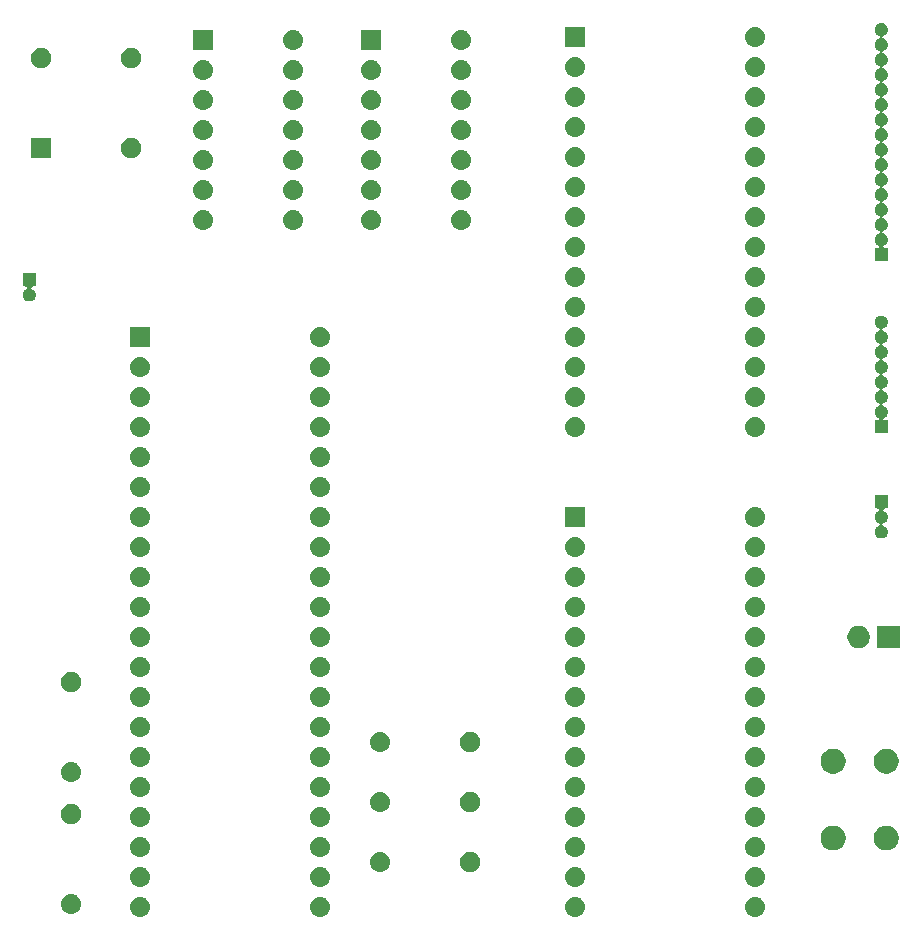
<source format=gbr>
G04 #@! TF.GenerationSoftware,KiCad,Pcbnew,5.1.4*
G04 #@! TF.CreationDate,2019-08-26T14:36:03+01:00*
G04 #@! TF.ProjectId,z802,7a383032-2e6b-4696-9361-645f70636258,rev?*
G04 #@! TF.SameCoordinates,Original*
G04 #@! TF.FileFunction,Soldermask,Top*
G04 #@! TF.FilePolarity,Negative*
%FSLAX46Y46*%
G04 Gerber Fmt 4.6, Leading zero omitted, Abs format (unit mm)*
G04 Created by KiCad (PCBNEW 5.1.4) date 2019-08-26 14:36:03*
%MOMM*%
%LPD*%
G04 APERTURE LIST*
%ADD10C,0.100000*%
G04 APERTURE END LIST*
D10*
G36*
X134786823Y-127431313D02*
G01*
X134947242Y-127479976D01*
X135079906Y-127550886D01*
X135095078Y-127558996D01*
X135224659Y-127665341D01*
X135331004Y-127794922D01*
X135331005Y-127794924D01*
X135410024Y-127942758D01*
X135458687Y-128103177D01*
X135475117Y-128270000D01*
X135458687Y-128436823D01*
X135410024Y-128597242D01*
X135397507Y-128620659D01*
X135331004Y-128745078D01*
X135224659Y-128874659D01*
X135095078Y-128981004D01*
X135095076Y-128981005D01*
X134947242Y-129060024D01*
X134786823Y-129108687D01*
X134661804Y-129121000D01*
X134578196Y-129121000D01*
X134453177Y-129108687D01*
X134292758Y-129060024D01*
X134144924Y-128981005D01*
X134144922Y-128981004D01*
X134015341Y-128874659D01*
X133908996Y-128745078D01*
X133842493Y-128620659D01*
X133829976Y-128597242D01*
X133781313Y-128436823D01*
X133764883Y-128270000D01*
X133781313Y-128103177D01*
X133829976Y-127942758D01*
X133908995Y-127794924D01*
X133908996Y-127794922D01*
X134015341Y-127665341D01*
X134144922Y-127558996D01*
X134160094Y-127550886D01*
X134292758Y-127479976D01*
X134453177Y-127431313D01*
X134578196Y-127419000D01*
X134661804Y-127419000D01*
X134786823Y-127431313D01*
X134786823Y-127431313D01*
G37*
G36*
X119546823Y-127431313D02*
G01*
X119707242Y-127479976D01*
X119839906Y-127550886D01*
X119855078Y-127558996D01*
X119984659Y-127665341D01*
X120091004Y-127794922D01*
X120091005Y-127794924D01*
X120170024Y-127942758D01*
X120218687Y-128103177D01*
X120235117Y-128270000D01*
X120218687Y-128436823D01*
X120170024Y-128597242D01*
X120157507Y-128620659D01*
X120091004Y-128745078D01*
X119984659Y-128874659D01*
X119855078Y-128981004D01*
X119855076Y-128981005D01*
X119707242Y-129060024D01*
X119546823Y-129108687D01*
X119421804Y-129121000D01*
X119338196Y-129121000D01*
X119213177Y-129108687D01*
X119052758Y-129060024D01*
X118904924Y-128981005D01*
X118904922Y-128981004D01*
X118775341Y-128874659D01*
X118668996Y-128745078D01*
X118602493Y-128620659D01*
X118589976Y-128597242D01*
X118541313Y-128436823D01*
X118524883Y-128270000D01*
X118541313Y-128103177D01*
X118589976Y-127942758D01*
X118668995Y-127794924D01*
X118668996Y-127794922D01*
X118775341Y-127665341D01*
X118904922Y-127558996D01*
X118920094Y-127550886D01*
X119052758Y-127479976D01*
X119213177Y-127431313D01*
X119338196Y-127419000D01*
X119421804Y-127419000D01*
X119546823Y-127431313D01*
X119546823Y-127431313D01*
G37*
G36*
X97956823Y-127431313D02*
G01*
X98117242Y-127479976D01*
X98249906Y-127550886D01*
X98265078Y-127558996D01*
X98394659Y-127665341D01*
X98501004Y-127794922D01*
X98501005Y-127794924D01*
X98580024Y-127942758D01*
X98628687Y-128103177D01*
X98645117Y-128270000D01*
X98628687Y-128436823D01*
X98580024Y-128597242D01*
X98567507Y-128620659D01*
X98501004Y-128745078D01*
X98394659Y-128874659D01*
X98265078Y-128981004D01*
X98265076Y-128981005D01*
X98117242Y-129060024D01*
X97956823Y-129108687D01*
X97831804Y-129121000D01*
X97748196Y-129121000D01*
X97623177Y-129108687D01*
X97462758Y-129060024D01*
X97314924Y-128981005D01*
X97314922Y-128981004D01*
X97185341Y-128874659D01*
X97078996Y-128745078D01*
X97012493Y-128620659D01*
X96999976Y-128597242D01*
X96951313Y-128436823D01*
X96934883Y-128270000D01*
X96951313Y-128103177D01*
X96999976Y-127942758D01*
X97078995Y-127794924D01*
X97078996Y-127794922D01*
X97185341Y-127665341D01*
X97314922Y-127558996D01*
X97330094Y-127550886D01*
X97462758Y-127479976D01*
X97623177Y-127431313D01*
X97748196Y-127419000D01*
X97831804Y-127419000D01*
X97956823Y-127431313D01*
X97956823Y-127431313D01*
G37*
G36*
X82716823Y-127431313D02*
G01*
X82877242Y-127479976D01*
X83009906Y-127550886D01*
X83025078Y-127558996D01*
X83154659Y-127665341D01*
X83261004Y-127794922D01*
X83261005Y-127794924D01*
X83340024Y-127942758D01*
X83388687Y-128103177D01*
X83405117Y-128270000D01*
X83388687Y-128436823D01*
X83340024Y-128597242D01*
X83327507Y-128620659D01*
X83261004Y-128745078D01*
X83154659Y-128874659D01*
X83025078Y-128981004D01*
X83025076Y-128981005D01*
X82877242Y-129060024D01*
X82716823Y-129108687D01*
X82591804Y-129121000D01*
X82508196Y-129121000D01*
X82383177Y-129108687D01*
X82222758Y-129060024D01*
X82074924Y-128981005D01*
X82074922Y-128981004D01*
X81945341Y-128874659D01*
X81838996Y-128745078D01*
X81772493Y-128620659D01*
X81759976Y-128597242D01*
X81711313Y-128436823D01*
X81694883Y-128270000D01*
X81711313Y-128103177D01*
X81759976Y-127942758D01*
X81838995Y-127794924D01*
X81838996Y-127794922D01*
X81945341Y-127665341D01*
X82074922Y-127558996D01*
X82090094Y-127550886D01*
X82222758Y-127479976D01*
X82383177Y-127431313D01*
X82508196Y-127419000D01*
X82591804Y-127419000D01*
X82716823Y-127431313D01*
X82716823Y-127431313D01*
G37*
G36*
X76874823Y-127177313D02*
G01*
X77035242Y-127225976D01*
X77167906Y-127296886D01*
X77183078Y-127304996D01*
X77312659Y-127411341D01*
X77419004Y-127540922D01*
X77419005Y-127540924D01*
X77498024Y-127688758D01*
X77546687Y-127849177D01*
X77563117Y-128016000D01*
X77546687Y-128182823D01*
X77498024Y-128343242D01*
X77448004Y-128436823D01*
X77419004Y-128491078D01*
X77312659Y-128620659D01*
X77183078Y-128727004D01*
X77183076Y-128727005D01*
X77035242Y-128806024D01*
X76874823Y-128854687D01*
X76749804Y-128867000D01*
X76666196Y-128867000D01*
X76541177Y-128854687D01*
X76380758Y-128806024D01*
X76232924Y-128727005D01*
X76232922Y-128727004D01*
X76103341Y-128620659D01*
X75996996Y-128491078D01*
X75967996Y-128436823D01*
X75917976Y-128343242D01*
X75869313Y-128182823D01*
X75852883Y-128016000D01*
X75869313Y-127849177D01*
X75917976Y-127688758D01*
X75996995Y-127540924D01*
X75996996Y-127540922D01*
X76103341Y-127411341D01*
X76232922Y-127304996D01*
X76248094Y-127296886D01*
X76380758Y-127225976D01*
X76541177Y-127177313D01*
X76666196Y-127165000D01*
X76749804Y-127165000D01*
X76874823Y-127177313D01*
X76874823Y-127177313D01*
G37*
G36*
X134786823Y-124891313D02*
G01*
X134947242Y-124939976D01*
X135079906Y-125010886D01*
X135095078Y-125018996D01*
X135224659Y-125125341D01*
X135331004Y-125254922D01*
X135331005Y-125254924D01*
X135410024Y-125402758D01*
X135458687Y-125563177D01*
X135475117Y-125730000D01*
X135458687Y-125896823D01*
X135410024Y-126057242D01*
X135339114Y-126189906D01*
X135331004Y-126205078D01*
X135224659Y-126334659D01*
X135095078Y-126441004D01*
X135095076Y-126441005D01*
X134947242Y-126520024D01*
X134786823Y-126568687D01*
X134661804Y-126581000D01*
X134578196Y-126581000D01*
X134453177Y-126568687D01*
X134292758Y-126520024D01*
X134144924Y-126441005D01*
X134144922Y-126441004D01*
X134015341Y-126334659D01*
X133908996Y-126205078D01*
X133900886Y-126189906D01*
X133829976Y-126057242D01*
X133781313Y-125896823D01*
X133764883Y-125730000D01*
X133781313Y-125563177D01*
X133829976Y-125402758D01*
X133908995Y-125254924D01*
X133908996Y-125254922D01*
X134015341Y-125125341D01*
X134144922Y-125018996D01*
X134160094Y-125010886D01*
X134292758Y-124939976D01*
X134453177Y-124891313D01*
X134578196Y-124879000D01*
X134661804Y-124879000D01*
X134786823Y-124891313D01*
X134786823Y-124891313D01*
G37*
G36*
X97956823Y-124891313D02*
G01*
X98117242Y-124939976D01*
X98249906Y-125010886D01*
X98265078Y-125018996D01*
X98394659Y-125125341D01*
X98501004Y-125254922D01*
X98501005Y-125254924D01*
X98580024Y-125402758D01*
X98628687Y-125563177D01*
X98645117Y-125730000D01*
X98628687Y-125896823D01*
X98580024Y-126057242D01*
X98509114Y-126189906D01*
X98501004Y-126205078D01*
X98394659Y-126334659D01*
X98265078Y-126441004D01*
X98265076Y-126441005D01*
X98117242Y-126520024D01*
X97956823Y-126568687D01*
X97831804Y-126581000D01*
X97748196Y-126581000D01*
X97623177Y-126568687D01*
X97462758Y-126520024D01*
X97314924Y-126441005D01*
X97314922Y-126441004D01*
X97185341Y-126334659D01*
X97078996Y-126205078D01*
X97070886Y-126189906D01*
X96999976Y-126057242D01*
X96951313Y-125896823D01*
X96934883Y-125730000D01*
X96951313Y-125563177D01*
X96999976Y-125402758D01*
X97078995Y-125254924D01*
X97078996Y-125254922D01*
X97185341Y-125125341D01*
X97314922Y-125018996D01*
X97330094Y-125010886D01*
X97462758Y-124939976D01*
X97623177Y-124891313D01*
X97748196Y-124879000D01*
X97831804Y-124879000D01*
X97956823Y-124891313D01*
X97956823Y-124891313D01*
G37*
G36*
X82716823Y-124891313D02*
G01*
X82877242Y-124939976D01*
X83009906Y-125010886D01*
X83025078Y-125018996D01*
X83154659Y-125125341D01*
X83261004Y-125254922D01*
X83261005Y-125254924D01*
X83340024Y-125402758D01*
X83388687Y-125563177D01*
X83405117Y-125730000D01*
X83388687Y-125896823D01*
X83340024Y-126057242D01*
X83269114Y-126189906D01*
X83261004Y-126205078D01*
X83154659Y-126334659D01*
X83025078Y-126441004D01*
X83025076Y-126441005D01*
X82877242Y-126520024D01*
X82716823Y-126568687D01*
X82591804Y-126581000D01*
X82508196Y-126581000D01*
X82383177Y-126568687D01*
X82222758Y-126520024D01*
X82074924Y-126441005D01*
X82074922Y-126441004D01*
X81945341Y-126334659D01*
X81838996Y-126205078D01*
X81830886Y-126189906D01*
X81759976Y-126057242D01*
X81711313Y-125896823D01*
X81694883Y-125730000D01*
X81711313Y-125563177D01*
X81759976Y-125402758D01*
X81838995Y-125254924D01*
X81838996Y-125254922D01*
X81945341Y-125125341D01*
X82074922Y-125018996D01*
X82090094Y-125010886D01*
X82222758Y-124939976D01*
X82383177Y-124891313D01*
X82508196Y-124879000D01*
X82591804Y-124879000D01*
X82716823Y-124891313D01*
X82716823Y-124891313D01*
G37*
G36*
X119546823Y-124891313D02*
G01*
X119707242Y-124939976D01*
X119839906Y-125010886D01*
X119855078Y-125018996D01*
X119984659Y-125125341D01*
X120091004Y-125254922D01*
X120091005Y-125254924D01*
X120170024Y-125402758D01*
X120218687Y-125563177D01*
X120235117Y-125730000D01*
X120218687Y-125896823D01*
X120170024Y-126057242D01*
X120099114Y-126189906D01*
X120091004Y-126205078D01*
X119984659Y-126334659D01*
X119855078Y-126441004D01*
X119855076Y-126441005D01*
X119707242Y-126520024D01*
X119546823Y-126568687D01*
X119421804Y-126581000D01*
X119338196Y-126581000D01*
X119213177Y-126568687D01*
X119052758Y-126520024D01*
X118904924Y-126441005D01*
X118904922Y-126441004D01*
X118775341Y-126334659D01*
X118668996Y-126205078D01*
X118660886Y-126189906D01*
X118589976Y-126057242D01*
X118541313Y-125896823D01*
X118524883Y-125730000D01*
X118541313Y-125563177D01*
X118589976Y-125402758D01*
X118668995Y-125254924D01*
X118668996Y-125254922D01*
X118775341Y-125125341D01*
X118904922Y-125018996D01*
X118920094Y-125010886D01*
X119052758Y-124939976D01*
X119213177Y-124891313D01*
X119338196Y-124879000D01*
X119421804Y-124879000D01*
X119546823Y-124891313D01*
X119546823Y-124891313D01*
G37*
G36*
X110738228Y-123641703D02*
G01*
X110893100Y-123705853D01*
X111032481Y-123798985D01*
X111151015Y-123917519D01*
X111244147Y-124056900D01*
X111308297Y-124211772D01*
X111341000Y-124376184D01*
X111341000Y-124543816D01*
X111308297Y-124708228D01*
X111244147Y-124863100D01*
X111151015Y-125002481D01*
X111032481Y-125121015D01*
X110893100Y-125214147D01*
X110738228Y-125278297D01*
X110573816Y-125311000D01*
X110406184Y-125311000D01*
X110241772Y-125278297D01*
X110086900Y-125214147D01*
X109947519Y-125121015D01*
X109828985Y-125002481D01*
X109735853Y-124863100D01*
X109671703Y-124708228D01*
X109639000Y-124543816D01*
X109639000Y-124376184D01*
X109671703Y-124211772D01*
X109735853Y-124056900D01*
X109828985Y-123917519D01*
X109947519Y-123798985D01*
X110086900Y-123705853D01*
X110241772Y-123641703D01*
X110406184Y-123609000D01*
X110573816Y-123609000D01*
X110738228Y-123641703D01*
X110738228Y-123641703D01*
G37*
G36*
X103036823Y-123621313D02*
G01*
X103197242Y-123669976D01*
X103264361Y-123705852D01*
X103345078Y-123748996D01*
X103474659Y-123855341D01*
X103581004Y-123984922D01*
X103581005Y-123984924D01*
X103660024Y-124132758D01*
X103708687Y-124293177D01*
X103725117Y-124460000D01*
X103708687Y-124626823D01*
X103660024Y-124787242D01*
X103619477Y-124863100D01*
X103581004Y-124935078D01*
X103474659Y-125064659D01*
X103345078Y-125171004D01*
X103345076Y-125171005D01*
X103197242Y-125250024D01*
X103036823Y-125298687D01*
X102911804Y-125311000D01*
X102828196Y-125311000D01*
X102703177Y-125298687D01*
X102542758Y-125250024D01*
X102394924Y-125171005D01*
X102394922Y-125171004D01*
X102265341Y-125064659D01*
X102158996Y-124935078D01*
X102120523Y-124863100D01*
X102079976Y-124787242D01*
X102031313Y-124626823D01*
X102014883Y-124460000D01*
X102031313Y-124293177D01*
X102079976Y-124132758D01*
X102158995Y-123984924D01*
X102158996Y-123984922D01*
X102265341Y-123855341D01*
X102394922Y-123748996D01*
X102475639Y-123705852D01*
X102542758Y-123669976D01*
X102703177Y-123621313D01*
X102828196Y-123609000D01*
X102911804Y-123609000D01*
X103036823Y-123621313D01*
X103036823Y-123621313D01*
G37*
G36*
X119546823Y-122351313D02*
G01*
X119707242Y-122399976D01*
X119839906Y-122470886D01*
X119855078Y-122478996D01*
X119984659Y-122585341D01*
X120091004Y-122714922D01*
X120091005Y-122714924D01*
X120170024Y-122862758D01*
X120218687Y-123023177D01*
X120235117Y-123190000D01*
X120218687Y-123356823D01*
X120170024Y-123517242D01*
X120120978Y-123609000D01*
X120091004Y-123665078D01*
X119984659Y-123794659D01*
X119855078Y-123901004D01*
X119855076Y-123901005D01*
X119707242Y-123980024D01*
X119546823Y-124028687D01*
X119421804Y-124041000D01*
X119338196Y-124041000D01*
X119213177Y-124028687D01*
X119052758Y-123980024D01*
X118904924Y-123901005D01*
X118904922Y-123901004D01*
X118775341Y-123794659D01*
X118668996Y-123665078D01*
X118639022Y-123609000D01*
X118589976Y-123517242D01*
X118541313Y-123356823D01*
X118524883Y-123190000D01*
X118541313Y-123023177D01*
X118589976Y-122862758D01*
X118668995Y-122714924D01*
X118668996Y-122714922D01*
X118775341Y-122585341D01*
X118904922Y-122478996D01*
X118920094Y-122470886D01*
X119052758Y-122399976D01*
X119213177Y-122351313D01*
X119338196Y-122339000D01*
X119421804Y-122339000D01*
X119546823Y-122351313D01*
X119546823Y-122351313D01*
G37*
G36*
X134786823Y-122351313D02*
G01*
X134947242Y-122399976D01*
X135079906Y-122470886D01*
X135095078Y-122478996D01*
X135224659Y-122585341D01*
X135331004Y-122714922D01*
X135331005Y-122714924D01*
X135410024Y-122862758D01*
X135458687Y-123023177D01*
X135475117Y-123190000D01*
X135458687Y-123356823D01*
X135410024Y-123517242D01*
X135360978Y-123609000D01*
X135331004Y-123665078D01*
X135224659Y-123794659D01*
X135095078Y-123901004D01*
X135095076Y-123901005D01*
X134947242Y-123980024D01*
X134786823Y-124028687D01*
X134661804Y-124041000D01*
X134578196Y-124041000D01*
X134453177Y-124028687D01*
X134292758Y-123980024D01*
X134144924Y-123901005D01*
X134144922Y-123901004D01*
X134015341Y-123794659D01*
X133908996Y-123665078D01*
X133879022Y-123609000D01*
X133829976Y-123517242D01*
X133781313Y-123356823D01*
X133764883Y-123190000D01*
X133781313Y-123023177D01*
X133829976Y-122862758D01*
X133908995Y-122714924D01*
X133908996Y-122714922D01*
X134015341Y-122585341D01*
X134144922Y-122478996D01*
X134160094Y-122470886D01*
X134292758Y-122399976D01*
X134453177Y-122351313D01*
X134578196Y-122339000D01*
X134661804Y-122339000D01*
X134786823Y-122351313D01*
X134786823Y-122351313D01*
G37*
G36*
X97956823Y-122351313D02*
G01*
X98117242Y-122399976D01*
X98249906Y-122470886D01*
X98265078Y-122478996D01*
X98394659Y-122585341D01*
X98501004Y-122714922D01*
X98501005Y-122714924D01*
X98580024Y-122862758D01*
X98628687Y-123023177D01*
X98645117Y-123190000D01*
X98628687Y-123356823D01*
X98580024Y-123517242D01*
X98530978Y-123609000D01*
X98501004Y-123665078D01*
X98394659Y-123794659D01*
X98265078Y-123901004D01*
X98265076Y-123901005D01*
X98117242Y-123980024D01*
X97956823Y-124028687D01*
X97831804Y-124041000D01*
X97748196Y-124041000D01*
X97623177Y-124028687D01*
X97462758Y-123980024D01*
X97314924Y-123901005D01*
X97314922Y-123901004D01*
X97185341Y-123794659D01*
X97078996Y-123665078D01*
X97049022Y-123609000D01*
X96999976Y-123517242D01*
X96951313Y-123356823D01*
X96934883Y-123190000D01*
X96951313Y-123023177D01*
X96999976Y-122862758D01*
X97078995Y-122714924D01*
X97078996Y-122714922D01*
X97185341Y-122585341D01*
X97314922Y-122478996D01*
X97330094Y-122470886D01*
X97462758Y-122399976D01*
X97623177Y-122351313D01*
X97748196Y-122339000D01*
X97831804Y-122339000D01*
X97956823Y-122351313D01*
X97956823Y-122351313D01*
G37*
G36*
X82716823Y-122351313D02*
G01*
X82877242Y-122399976D01*
X83009906Y-122470886D01*
X83025078Y-122478996D01*
X83154659Y-122585341D01*
X83261004Y-122714922D01*
X83261005Y-122714924D01*
X83340024Y-122862758D01*
X83388687Y-123023177D01*
X83405117Y-123190000D01*
X83388687Y-123356823D01*
X83340024Y-123517242D01*
X83290978Y-123609000D01*
X83261004Y-123665078D01*
X83154659Y-123794659D01*
X83025078Y-123901004D01*
X83025076Y-123901005D01*
X82877242Y-123980024D01*
X82716823Y-124028687D01*
X82591804Y-124041000D01*
X82508196Y-124041000D01*
X82383177Y-124028687D01*
X82222758Y-123980024D01*
X82074924Y-123901005D01*
X82074922Y-123901004D01*
X81945341Y-123794659D01*
X81838996Y-123665078D01*
X81809022Y-123609000D01*
X81759976Y-123517242D01*
X81711313Y-123356823D01*
X81694883Y-123190000D01*
X81711313Y-123023177D01*
X81759976Y-122862758D01*
X81838995Y-122714924D01*
X81838996Y-122714922D01*
X81945341Y-122585341D01*
X82074922Y-122478996D01*
X82090094Y-122470886D01*
X82222758Y-122399976D01*
X82383177Y-122351313D01*
X82508196Y-122339000D01*
X82591804Y-122339000D01*
X82716823Y-122351313D01*
X82716823Y-122351313D01*
G37*
G36*
X141530564Y-121417389D02*
G01*
X141702693Y-121488687D01*
X141721835Y-121496616D01*
X141728396Y-121501000D01*
X141893973Y-121611635D01*
X142040365Y-121758027D01*
X142155385Y-121930167D01*
X142234611Y-122121436D01*
X142275000Y-122324484D01*
X142275000Y-122531516D01*
X142234611Y-122734564D01*
X142181511Y-122862758D01*
X142155384Y-122925835D01*
X142040365Y-123097973D01*
X141893973Y-123244365D01*
X141721835Y-123359384D01*
X141721834Y-123359385D01*
X141721833Y-123359385D01*
X141530564Y-123438611D01*
X141327516Y-123479000D01*
X141120484Y-123479000D01*
X140917436Y-123438611D01*
X140726167Y-123359385D01*
X140726166Y-123359385D01*
X140726165Y-123359384D01*
X140554027Y-123244365D01*
X140407635Y-123097973D01*
X140292616Y-122925835D01*
X140266489Y-122862758D01*
X140213389Y-122734564D01*
X140173000Y-122531516D01*
X140173000Y-122324484D01*
X140213389Y-122121436D01*
X140292615Y-121930167D01*
X140407635Y-121758027D01*
X140554027Y-121611635D01*
X140719604Y-121501000D01*
X140726165Y-121496616D01*
X140745307Y-121488687D01*
X140917436Y-121417389D01*
X141120484Y-121377000D01*
X141327516Y-121377000D01*
X141530564Y-121417389D01*
X141530564Y-121417389D01*
G37*
G36*
X146030564Y-121417389D02*
G01*
X146202693Y-121488687D01*
X146221835Y-121496616D01*
X146228396Y-121501000D01*
X146393973Y-121611635D01*
X146540365Y-121758027D01*
X146655385Y-121930167D01*
X146734611Y-122121436D01*
X146775000Y-122324484D01*
X146775000Y-122531516D01*
X146734611Y-122734564D01*
X146681511Y-122862758D01*
X146655384Y-122925835D01*
X146540365Y-123097973D01*
X146393973Y-123244365D01*
X146221835Y-123359384D01*
X146221834Y-123359385D01*
X146221833Y-123359385D01*
X146030564Y-123438611D01*
X145827516Y-123479000D01*
X145620484Y-123479000D01*
X145417436Y-123438611D01*
X145226167Y-123359385D01*
X145226166Y-123359385D01*
X145226165Y-123359384D01*
X145054027Y-123244365D01*
X144907635Y-123097973D01*
X144792616Y-122925835D01*
X144766489Y-122862758D01*
X144713389Y-122734564D01*
X144673000Y-122531516D01*
X144673000Y-122324484D01*
X144713389Y-122121436D01*
X144792615Y-121930167D01*
X144907635Y-121758027D01*
X145054027Y-121611635D01*
X145219604Y-121501000D01*
X145226165Y-121496616D01*
X145245307Y-121488687D01*
X145417436Y-121417389D01*
X145620484Y-121377000D01*
X145827516Y-121377000D01*
X146030564Y-121417389D01*
X146030564Y-121417389D01*
G37*
G36*
X82716823Y-119811313D02*
G01*
X82877242Y-119859976D01*
X83009906Y-119930886D01*
X83025078Y-119938996D01*
X83154659Y-120045341D01*
X83261004Y-120174922D01*
X83261005Y-120174924D01*
X83340024Y-120322758D01*
X83388687Y-120483177D01*
X83405117Y-120650000D01*
X83388687Y-120816823D01*
X83340024Y-120977242D01*
X83297384Y-121057015D01*
X83261004Y-121125078D01*
X83154659Y-121254659D01*
X83025078Y-121361004D01*
X83025076Y-121361005D01*
X82877242Y-121440024D01*
X82716823Y-121488687D01*
X82591804Y-121501000D01*
X82508196Y-121501000D01*
X82383177Y-121488687D01*
X82222758Y-121440024D01*
X82074924Y-121361005D01*
X82074922Y-121361004D01*
X81945341Y-121254659D01*
X81838996Y-121125078D01*
X81802616Y-121057015D01*
X81759976Y-120977242D01*
X81711313Y-120816823D01*
X81694883Y-120650000D01*
X81711313Y-120483177D01*
X81759976Y-120322758D01*
X81838995Y-120174924D01*
X81838996Y-120174922D01*
X81945341Y-120045341D01*
X82074922Y-119938996D01*
X82090094Y-119930886D01*
X82222758Y-119859976D01*
X82383177Y-119811313D01*
X82508196Y-119799000D01*
X82591804Y-119799000D01*
X82716823Y-119811313D01*
X82716823Y-119811313D01*
G37*
G36*
X97956823Y-119811313D02*
G01*
X98117242Y-119859976D01*
X98249906Y-119930886D01*
X98265078Y-119938996D01*
X98394659Y-120045341D01*
X98501004Y-120174922D01*
X98501005Y-120174924D01*
X98580024Y-120322758D01*
X98628687Y-120483177D01*
X98645117Y-120650000D01*
X98628687Y-120816823D01*
X98580024Y-120977242D01*
X98537384Y-121057015D01*
X98501004Y-121125078D01*
X98394659Y-121254659D01*
X98265078Y-121361004D01*
X98265076Y-121361005D01*
X98117242Y-121440024D01*
X97956823Y-121488687D01*
X97831804Y-121501000D01*
X97748196Y-121501000D01*
X97623177Y-121488687D01*
X97462758Y-121440024D01*
X97314924Y-121361005D01*
X97314922Y-121361004D01*
X97185341Y-121254659D01*
X97078996Y-121125078D01*
X97042616Y-121057015D01*
X96999976Y-120977242D01*
X96951313Y-120816823D01*
X96934883Y-120650000D01*
X96951313Y-120483177D01*
X96999976Y-120322758D01*
X97078995Y-120174924D01*
X97078996Y-120174922D01*
X97185341Y-120045341D01*
X97314922Y-119938996D01*
X97330094Y-119930886D01*
X97462758Y-119859976D01*
X97623177Y-119811313D01*
X97748196Y-119799000D01*
X97831804Y-119799000D01*
X97956823Y-119811313D01*
X97956823Y-119811313D01*
G37*
G36*
X119546823Y-119811313D02*
G01*
X119707242Y-119859976D01*
X119839906Y-119930886D01*
X119855078Y-119938996D01*
X119984659Y-120045341D01*
X120091004Y-120174922D01*
X120091005Y-120174924D01*
X120170024Y-120322758D01*
X120218687Y-120483177D01*
X120235117Y-120650000D01*
X120218687Y-120816823D01*
X120170024Y-120977242D01*
X120127384Y-121057015D01*
X120091004Y-121125078D01*
X119984659Y-121254659D01*
X119855078Y-121361004D01*
X119855076Y-121361005D01*
X119707242Y-121440024D01*
X119546823Y-121488687D01*
X119421804Y-121501000D01*
X119338196Y-121501000D01*
X119213177Y-121488687D01*
X119052758Y-121440024D01*
X118904924Y-121361005D01*
X118904922Y-121361004D01*
X118775341Y-121254659D01*
X118668996Y-121125078D01*
X118632616Y-121057015D01*
X118589976Y-120977242D01*
X118541313Y-120816823D01*
X118524883Y-120650000D01*
X118541313Y-120483177D01*
X118589976Y-120322758D01*
X118668995Y-120174924D01*
X118668996Y-120174922D01*
X118775341Y-120045341D01*
X118904922Y-119938996D01*
X118920094Y-119930886D01*
X119052758Y-119859976D01*
X119213177Y-119811313D01*
X119338196Y-119799000D01*
X119421804Y-119799000D01*
X119546823Y-119811313D01*
X119546823Y-119811313D01*
G37*
G36*
X134786823Y-119811313D02*
G01*
X134947242Y-119859976D01*
X135079906Y-119930886D01*
X135095078Y-119938996D01*
X135224659Y-120045341D01*
X135331004Y-120174922D01*
X135331005Y-120174924D01*
X135410024Y-120322758D01*
X135458687Y-120483177D01*
X135475117Y-120650000D01*
X135458687Y-120816823D01*
X135410024Y-120977242D01*
X135367384Y-121057015D01*
X135331004Y-121125078D01*
X135224659Y-121254659D01*
X135095078Y-121361004D01*
X135095076Y-121361005D01*
X134947242Y-121440024D01*
X134786823Y-121488687D01*
X134661804Y-121501000D01*
X134578196Y-121501000D01*
X134453177Y-121488687D01*
X134292758Y-121440024D01*
X134144924Y-121361005D01*
X134144922Y-121361004D01*
X134015341Y-121254659D01*
X133908996Y-121125078D01*
X133872616Y-121057015D01*
X133829976Y-120977242D01*
X133781313Y-120816823D01*
X133764883Y-120650000D01*
X133781313Y-120483177D01*
X133829976Y-120322758D01*
X133908995Y-120174924D01*
X133908996Y-120174922D01*
X134015341Y-120045341D01*
X134144922Y-119938996D01*
X134160094Y-119930886D01*
X134292758Y-119859976D01*
X134453177Y-119811313D01*
X134578196Y-119799000D01*
X134661804Y-119799000D01*
X134786823Y-119811313D01*
X134786823Y-119811313D01*
G37*
G36*
X76956228Y-119577703D02*
G01*
X77111100Y-119641853D01*
X77250481Y-119734985D01*
X77369015Y-119853519D01*
X77462147Y-119992900D01*
X77526297Y-120147772D01*
X77559000Y-120312184D01*
X77559000Y-120479816D01*
X77526297Y-120644228D01*
X77462147Y-120799100D01*
X77369015Y-120938481D01*
X77250481Y-121057015D01*
X77111100Y-121150147D01*
X76956228Y-121214297D01*
X76791816Y-121247000D01*
X76624184Y-121247000D01*
X76459772Y-121214297D01*
X76304900Y-121150147D01*
X76165519Y-121057015D01*
X76046985Y-120938481D01*
X75953853Y-120799100D01*
X75889703Y-120644228D01*
X75857000Y-120479816D01*
X75857000Y-120312184D01*
X75889703Y-120147772D01*
X75953853Y-119992900D01*
X76046985Y-119853519D01*
X76165519Y-119734985D01*
X76304900Y-119641853D01*
X76459772Y-119577703D01*
X76624184Y-119545000D01*
X76791816Y-119545000D01*
X76956228Y-119577703D01*
X76956228Y-119577703D01*
G37*
G36*
X103036823Y-118541313D02*
G01*
X103197242Y-118589976D01*
X103264361Y-118625852D01*
X103345078Y-118668996D01*
X103474659Y-118775341D01*
X103581004Y-118904922D01*
X103581005Y-118904924D01*
X103660024Y-119052758D01*
X103708687Y-119213177D01*
X103725117Y-119380000D01*
X103708687Y-119546823D01*
X103660024Y-119707242D01*
X103619477Y-119783100D01*
X103581004Y-119855078D01*
X103474659Y-119984659D01*
X103345078Y-120091004D01*
X103345076Y-120091005D01*
X103197242Y-120170024D01*
X103036823Y-120218687D01*
X102911804Y-120231000D01*
X102828196Y-120231000D01*
X102703177Y-120218687D01*
X102542758Y-120170024D01*
X102394924Y-120091005D01*
X102394922Y-120091004D01*
X102265341Y-119984659D01*
X102158996Y-119855078D01*
X102120523Y-119783100D01*
X102079976Y-119707242D01*
X102031313Y-119546823D01*
X102014883Y-119380000D01*
X102031313Y-119213177D01*
X102079976Y-119052758D01*
X102158995Y-118904924D01*
X102158996Y-118904922D01*
X102265341Y-118775341D01*
X102394922Y-118668996D01*
X102475639Y-118625852D01*
X102542758Y-118589976D01*
X102703177Y-118541313D01*
X102828196Y-118529000D01*
X102911804Y-118529000D01*
X103036823Y-118541313D01*
X103036823Y-118541313D01*
G37*
G36*
X110738228Y-118561703D02*
G01*
X110893100Y-118625853D01*
X111032481Y-118718985D01*
X111151015Y-118837519D01*
X111244147Y-118976900D01*
X111308297Y-119131772D01*
X111341000Y-119296184D01*
X111341000Y-119463816D01*
X111308297Y-119628228D01*
X111244147Y-119783100D01*
X111151015Y-119922481D01*
X111032481Y-120041015D01*
X110893100Y-120134147D01*
X110738228Y-120198297D01*
X110573816Y-120231000D01*
X110406184Y-120231000D01*
X110241772Y-120198297D01*
X110086900Y-120134147D01*
X109947519Y-120041015D01*
X109828985Y-119922481D01*
X109735853Y-119783100D01*
X109671703Y-119628228D01*
X109639000Y-119463816D01*
X109639000Y-119296184D01*
X109671703Y-119131772D01*
X109735853Y-118976900D01*
X109828985Y-118837519D01*
X109947519Y-118718985D01*
X110086900Y-118625853D01*
X110241772Y-118561703D01*
X110406184Y-118529000D01*
X110573816Y-118529000D01*
X110738228Y-118561703D01*
X110738228Y-118561703D01*
G37*
G36*
X97956823Y-117271313D02*
G01*
X98117242Y-117319976D01*
X98249906Y-117390886D01*
X98265078Y-117398996D01*
X98394659Y-117505341D01*
X98501004Y-117634922D01*
X98501005Y-117634924D01*
X98580024Y-117782758D01*
X98628687Y-117943177D01*
X98645117Y-118110000D01*
X98628687Y-118276823D01*
X98580024Y-118437242D01*
X98530978Y-118529000D01*
X98501004Y-118585078D01*
X98394659Y-118714659D01*
X98265078Y-118821004D01*
X98265076Y-118821005D01*
X98117242Y-118900024D01*
X97956823Y-118948687D01*
X97831804Y-118961000D01*
X97748196Y-118961000D01*
X97623177Y-118948687D01*
X97462758Y-118900024D01*
X97314924Y-118821005D01*
X97314922Y-118821004D01*
X97185341Y-118714659D01*
X97078996Y-118585078D01*
X97049022Y-118529000D01*
X96999976Y-118437242D01*
X96951313Y-118276823D01*
X96934883Y-118110000D01*
X96951313Y-117943177D01*
X96999976Y-117782758D01*
X97078995Y-117634924D01*
X97078996Y-117634922D01*
X97185341Y-117505341D01*
X97314922Y-117398996D01*
X97330094Y-117390886D01*
X97462758Y-117319976D01*
X97623177Y-117271313D01*
X97748196Y-117259000D01*
X97831804Y-117259000D01*
X97956823Y-117271313D01*
X97956823Y-117271313D01*
G37*
G36*
X134786823Y-117271313D02*
G01*
X134947242Y-117319976D01*
X135079906Y-117390886D01*
X135095078Y-117398996D01*
X135224659Y-117505341D01*
X135331004Y-117634922D01*
X135331005Y-117634924D01*
X135410024Y-117782758D01*
X135458687Y-117943177D01*
X135475117Y-118110000D01*
X135458687Y-118276823D01*
X135410024Y-118437242D01*
X135360978Y-118529000D01*
X135331004Y-118585078D01*
X135224659Y-118714659D01*
X135095078Y-118821004D01*
X135095076Y-118821005D01*
X134947242Y-118900024D01*
X134786823Y-118948687D01*
X134661804Y-118961000D01*
X134578196Y-118961000D01*
X134453177Y-118948687D01*
X134292758Y-118900024D01*
X134144924Y-118821005D01*
X134144922Y-118821004D01*
X134015341Y-118714659D01*
X133908996Y-118585078D01*
X133879022Y-118529000D01*
X133829976Y-118437242D01*
X133781313Y-118276823D01*
X133764883Y-118110000D01*
X133781313Y-117943177D01*
X133829976Y-117782758D01*
X133908995Y-117634924D01*
X133908996Y-117634922D01*
X134015341Y-117505341D01*
X134144922Y-117398996D01*
X134160094Y-117390886D01*
X134292758Y-117319976D01*
X134453177Y-117271313D01*
X134578196Y-117259000D01*
X134661804Y-117259000D01*
X134786823Y-117271313D01*
X134786823Y-117271313D01*
G37*
G36*
X119546823Y-117271313D02*
G01*
X119707242Y-117319976D01*
X119839906Y-117390886D01*
X119855078Y-117398996D01*
X119984659Y-117505341D01*
X120091004Y-117634922D01*
X120091005Y-117634924D01*
X120170024Y-117782758D01*
X120218687Y-117943177D01*
X120235117Y-118110000D01*
X120218687Y-118276823D01*
X120170024Y-118437242D01*
X120120978Y-118529000D01*
X120091004Y-118585078D01*
X119984659Y-118714659D01*
X119855078Y-118821004D01*
X119855076Y-118821005D01*
X119707242Y-118900024D01*
X119546823Y-118948687D01*
X119421804Y-118961000D01*
X119338196Y-118961000D01*
X119213177Y-118948687D01*
X119052758Y-118900024D01*
X118904924Y-118821005D01*
X118904922Y-118821004D01*
X118775341Y-118714659D01*
X118668996Y-118585078D01*
X118639022Y-118529000D01*
X118589976Y-118437242D01*
X118541313Y-118276823D01*
X118524883Y-118110000D01*
X118541313Y-117943177D01*
X118589976Y-117782758D01*
X118668995Y-117634924D01*
X118668996Y-117634922D01*
X118775341Y-117505341D01*
X118904922Y-117398996D01*
X118920094Y-117390886D01*
X119052758Y-117319976D01*
X119213177Y-117271313D01*
X119338196Y-117259000D01*
X119421804Y-117259000D01*
X119546823Y-117271313D01*
X119546823Y-117271313D01*
G37*
G36*
X82716823Y-117271313D02*
G01*
X82877242Y-117319976D01*
X83009906Y-117390886D01*
X83025078Y-117398996D01*
X83154659Y-117505341D01*
X83261004Y-117634922D01*
X83261005Y-117634924D01*
X83340024Y-117782758D01*
X83388687Y-117943177D01*
X83405117Y-118110000D01*
X83388687Y-118276823D01*
X83340024Y-118437242D01*
X83290978Y-118529000D01*
X83261004Y-118585078D01*
X83154659Y-118714659D01*
X83025078Y-118821004D01*
X83025076Y-118821005D01*
X82877242Y-118900024D01*
X82716823Y-118948687D01*
X82591804Y-118961000D01*
X82508196Y-118961000D01*
X82383177Y-118948687D01*
X82222758Y-118900024D01*
X82074924Y-118821005D01*
X82074922Y-118821004D01*
X81945341Y-118714659D01*
X81838996Y-118585078D01*
X81809022Y-118529000D01*
X81759976Y-118437242D01*
X81711313Y-118276823D01*
X81694883Y-118110000D01*
X81711313Y-117943177D01*
X81759976Y-117782758D01*
X81838995Y-117634924D01*
X81838996Y-117634922D01*
X81945341Y-117505341D01*
X82074922Y-117398996D01*
X82090094Y-117390886D01*
X82222758Y-117319976D01*
X82383177Y-117271313D01*
X82508196Y-117259000D01*
X82591804Y-117259000D01*
X82716823Y-117271313D01*
X82716823Y-117271313D01*
G37*
G36*
X76874823Y-116001313D02*
G01*
X77035242Y-116049976D01*
X77167906Y-116120886D01*
X77183078Y-116128996D01*
X77312659Y-116235341D01*
X77419004Y-116364922D01*
X77419005Y-116364924D01*
X77498024Y-116512758D01*
X77546687Y-116673177D01*
X77563117Y-116840000D01*
X77546687Y-117006823D01*
X77498024Y-117167242D01*
X77448978Y-117259000D01*
X77419004Y-117315078D01*
X77312659Y-117444659D01*
X77183078Y-117551004D01*
X77183076Y-117551005D01*
X77035242Y-117630024D01*
X76874823Y-117678687D01*
X76749804Y-117691000D01*
X76666196Y-117691000D01*
X76541177Y-117678687D01*
X76380758Y-117630024D01*
X76232924Y-117551005D01*
X76232922Y-117551004D01*
X76103341Y-117444659D01*
X75996996Y-117315078D01*
X75967022Y-117259000D01*
X75917976Y-117167242D01*
X75869313Y-117006823D01*
X75852883Y-116840000D01*
X75869313Y-116673177D01*
X75917976Y-116512758D01*
X75996995Y-116364924D01*
X75996996Y-116364922D01*
X76103341Y-116235341D01*
X76232922Y-116128996D01*
X76248094Y-116120886D01*
X76380758Y-116049976D01*
X76541177Y-116001313D01*
X76666196Y-115989000D01*
X76749804Y-115989000D01*
X76874823Y-116001313D01*
X76874823Y-116001313D01*
G37*
G36*
X141530564Y-114917389D02*
G01*
X141721833Y-114996615D01*
X141721835Y-114996616D01*
X141861630Y-115090024D01*
X141893973Y-115111635D01*
X142040365Y-115258027D01*
X142155385Y-115430167D01*
X142234611Y-115621436D01*
X142275000Y-115824484D01*
X142275000Y-116031516D01*
X142234611Y-116234564D01*
X142162487Y-116408687D01*
X142155384Y-116425835D01*
X142040365Y-116597973D01*
X141893973Y-116744365D01*
X141721835Y-116859384D01*
X141721834Y-116859385D01*
X141721833Y-116859385D01*
X141530564Y-116938611D01*
X141327516Y-116979000D01*
X141120484Y-116979000D01*
X140917436Y-116938611D01*
X140726167Y-116859385D01*
X140726166Y-116859385D01*
X140726165Y-116859384D01*
X140554027Y-116744365D01*
X140407635Y-116597973D01*
X140292616Y-116425835D01*
X140285513Y-116408687D01*
X140213389Y-116234564D01*
X140173000Y-116031516D01*
X140173000Y-115824484D01*
X140213389Y-115621436D01*
X140292615Y-115430167D01*
X140407635Y-115258027D01*
X140554027Y-115111635D01*
X140586370Y-115090024D01*
X140726165Y-114996616D01*
X140726167Y-114996615D01*
X140917436Y-114917389D01*
X141120484Y-114877000D01*
X141327516Y-114877000D01*
X141530564Y-114917389D01*
X141530564Y-114917389D01*
G37*
G36*
X146030564Y-114917389D02*
G01*
X146221833Y-114996615D01*
X146221835Y-114996616D01*
X146361630Y-115090024D01*
X146393973Y-115111635D01*
X146540365Y-115258027D01*
X146655385Y-115430167D01*
X146734611Y-115621436D01*
X146775000Y-115824484D01*
X146775000Y-116031516D01*
X146734611Y-116234564D01*
X146662487Y-116408687D01*
X146655384Y-116425835D01*
X146540365Y-116597973D01*
X146393973Y-116744365D01*
X146221835Y-116859384D01*
X146221834Y-116859385D01*
X146221833Y-116859385D01*
X146030564Y-116938611D01*
X145827516Y-116979000D01*
X145620484Y-116979000D01*
X145417436Y-116938611D01*
X145226167Y-116859385D01*
X145226166Y-116859385D01*
X145226165Y-116859384D01*
X145054027Y-116744365D01*
X144907635Y-116597973D01*
X144792616Y-116425835D01*
X144785513Y-116408687D01*
X144713389Y-116234564D01*
X144673000Y-116031516D01*
X144673000Y-115824484D01*
X144713389Y-115621436D01*
X144792615Y-115430167D01*
X144907635Y-115258027D01*
X145054027Y-115111635D01*
X145086370Y-115090024D01*
X145226165Y-114996616D01*
X145226167Y-114996615D01*
X145417436Y-114917389D01*
X145620484Y-114877000D01*
X145827516Y-114877000D01*
X146030564Y-114917389D01*
X146030564Y-114917389D01*
G37*
G36*
X119546823Y-114731313D02*
G01*
X119707242Y-114779976D01*
X119839906Y-114850886D01*
X119855078Y-114858996D01*
X119984659Y-114965341D01*
X120091004Y-115094922D01*
X120091005Y-115094924D01*
X120170024Y-115242758D01*
X120218687Y-115403177D01*
X120235117Y-115570000D01*
X120218687Y-115736823D01*
X120170024Y-115897242D01*
X120120978Y-115989000D01*
X120091004Y-116045078D01*
X119984659Y-116174659D01*
X119855078Y-116281004D01*
X119855076Y-116281005D01*
X119707242Y-116360024D01*
X119546823Y-116408687D01*
X119421804Y-116421000D01*
X119338196Y-116421000D01*
X119213177Y-116408687D01*
X119052758Y-116360024D01*
X118904924Y-116281005D01*
X118904922Y-116281004D01*
X118775341Y-116174659D01*
X118668996Y-116045078D01*
X118639022Y-115989000D01*
X118589976Y-115897242D01*
X118541313Y-115736823D01*
X118524883Y-115570000D01*
X118541313Y-115403177D01*
X118589976Y-115242758D01*
X118668995Y-115094924D01*
X118668996Y-115094922D01*
X118775341Y-114965341D01*
X118904922Y-114858996D01*
X118920094Y-114850886D01*
X119052758Y-114779976D01*
X119213177Y-114731313D01*
X119338196Y-114719000D01*
X119421804Y-114719000D01*
X119546823Y-114731313D01*
X119546823Y-114731313D01*
G37*
G36*
X97956823Y-114731313D02*
G01*
X98117242Y-114779976D01*
X98249906Y-114850886D01*
X98265078Y-114858996D01*
X98394659Y-114965341D01*
X98501004Y-115094922D01*
X98501005Y-115094924D01*
X98580024Y-115242758D01*
X98628687Y-115403177D01*
X98645117Y-115570000D01*
X98628687Y-115736823D01*
X98580024Y-115897242D01*
X98530978Y-115989000D01*
X98501004Y-116045078D01*
X98394659Y-116174659D01*
X98265078Y-116281004D01*
X98265076Y-116281005D01*
X98117242Y-116360024D01*
X97956823Y-116408687D01*
X97831804Y-116421000D01*
X97748196Y-116421000D01*
X97623177Y-116408687D01*
X97462758Y-116360024D01*
X97314924Y-116281005D01*
X97314922Y-116281004D01*
X97185341Y-116174659D01*
X97078996Y-116045078D01*
X97049022Y-115989000D01*
X96999976Y-115897242D01*
X96951313Y-115736823D01*
X96934883Y-115570000D01*
X96951313Y-115403177D01*
X96999976Y-115242758D01*
X97078995Y-115094924D01*
X97078996Y-115094922D01*
X97185341Y-114965341D01*
X97314922Y-114858996D01*
X97330094Y-114850886D01*
X97462758Y-114779976D01*
X97623177Y-114731313D01*
X97748196Y-114719000D01*
X97831804Y-114719000D01*
X97956823Y-114731313D01*
X97956823Y-114731313D01*
G37*
G36*
X82716823Y-114731313D02*
G01*
X82877242Y-114779976D01*
X83009906Y-114850886D01*
X83025078Y-114858996D01*
X83154659Y-114965341D01*
X83261004Y-115094922D01*
X83261005Y-115094924D01*
X83340024Y-115242758D01*
X83388687Y-115403177D01*
X83405117Y-115570000D01*
X83388687Y-115736823D01*
X83340024Y-115897242D01*
X83290978Y-115989000D01*
X83261004Y-116045078D01*
X83154659Y-116174659D01*
X83025078Y-116281004D01*
X83025076Y-116281005D01*
X82877242Y-116360024D01*
X82716823Y-116408687D01*
X82591804Y-116421000D01*
X82508196Y-116421000D01*
X82383177Y-116408687D01*
X82222758Y-116360024D01*
X82074924Y-116281005D01*
X82074922Y-116281004D01*
X81945341Y-116174659D01*
X81838996Y-116045078D01*
X81809022Y-115989000D01*
X81759976Y-115897242D01*
X81711313Y-115736823D01*
X81694883Y-115570000D01*
X81711313Y-115403177D01*
X81759976Y-115242758D01*
X81838995Y-115094924D01*
X81838996Y-115094922D01*
X81945341Y-114965341D01*
X82074922Y-114858996D01*
X82090094Y-114850886D01*
X82222758Y-114779976D01*
X82383177Y-114731313D01*
X82508196Y-114719000D01*
X82591804Y-114719000D01*
X82716823Y-114731313D01*
X82716823Y-114731313D01*
G37*
G36*
X134786823Y-114731313D02*
G01*
X134947242Y-114779976D01*
X135079906Y-114850886D01*
X135095078Y-114858996D01*
X135224659Y-114965341D01*
X135331004Y-115094922D01*
X135331005Y-115094924D01*
X135410024Y-115242758D01*
X135458687Y-115403177D01*
X135475117Y-115570000D01*
X135458687Y-115736823D01*
X135410024Y-115897242D01*
X135360978Y-115989000D01*
X135331004Y-116045078D01*
X135224659Y-116174659D01*
X135095078Y-116281004D01*
X135095076Y-116281005D01*
X134947242Y-116360024D01*
X134786823Y-116408687D01*
X134661804Y-116421000D01*
X134578196Y-116421000D01*
X134453177Y-116408687D01*
X134292758Y-116360024D01*
X134144924Y-116281005D01*
X134144922Y-116281004D01*
X134015341Y-116174659D01*
X133908996Y-116045078D01*
X133879022Y-115989000D01*
X133829976Y-115897242D01*
X133781313Y-115736823D01*
X133764883Y-115570000D01*
X133781313Y-115403177D01*
X133829976Y-115242758D01*
X133908995Y-115094924D01*
X133908996Y-115094922D01*
X134015341Y-114965341D01*
X134144922Y-114858996D01*
X134160094Y-114850886D01*
X134292758Y-114779976D01*
X134453177Y-114731313D01*
X134578196Y-114719000D01*
X134661804Y-114719000D01*
X134786823Y-114731313D01*
X134786823Y-114731313D01*
G37*
G36*
X110738228Y-113481703D02*
G01*
X110893100Y-113545853D01*
X111032481Y-113638985D01*
X111151015Y-113757519D01*
X111244147Y-113896900D01*
X111308297Y-114051772D01*
X111341000Y-114216184D01*
X111341000Y-114383816D01*
X111308297Y-114548228D01*
X111244147Y-114703100D01*
X111151015Y-114842481D01*
X111032481Y-114961015D01*
X110893100Y-115054147D01*
X110738228Y-115118297D01*
X110573816Y-115151000D01*
X110406184Y-115151000D01*
X110241772Y-115118297D01*
X110086900Y-115054147D01*
X109947519Y-114961015D01*
X109828985Y-114842481D01*
X109735853Y-114703100D01*
X109671703Y-114548228D01*
X109639000Y-114383816D01*
X109639000Y-114216184D01*
X109671703Y-114051772D01*
X109735853Y-113896900D01*
X109828985Y-113757519D01*
X109947519Y-113638985D01*
X110086900Y-113545853D01*
X110241772Y-113481703D01*
X110406184Y-113449000D01*
X110573816Y-113449000D01*
X110738228Y-113481703D01*
X110738228Y-113481703D01*
G37*
G36*
X103036823Y-113461313D02*
G01*
X103197242Y-113509976D01*
X103264361Y-113545852D01*
X103345078Y-113588996D01*
X103474659Y-113695341D01*
X103581004Y-113824922D01*
X103581005Y-113824924D01*
X103660024Y-113972758D01*
X103708687Y-114133177D01*
X103725117Y-114300000D01*
X103708687Y-114466823D01*
X103660024Y-114627242D01*
X103619477Y-114703100D01*
X103581004Y-114775078D01*
X103474659Y-114904659D01*
X103345078Y-115011004D01*
X103345076Y-115011005D01*
X103197242Y-115090024D01*
X103036823Y-115138687D01*
X102911804Y-115151000D01*
X102828196Y-115151000D01*
X102703177Y-115138687D01*
X102542758Y-115090024D01*
X102394924Y-115011005D01*
X102394922Y-115011004D01*
X102265341Y-114904659D01*
X102158996Y-114775078D01*
X102120523Y-114703100D01*
X102079976Y-114627242D01*
X102031313Y-114466823D01*
X102014883Y-114300000D01*
X102031313Y-114133177D01*
X102079976Y-113972758D01*
X102158995Y-113824924D01*
X102158996Y-113824922D01*
X102265341Y-113695341D01*
X102394922Y-113588996D01*
X102475639Y-113545852D01*
X102542758Y-113509976D01*
X102703177Y-113461313D01*
X102828196Y-113449000D01*
X102911804Y-113449000D01*
X103036823Y-113461313D01*
X103036823Y-113461313D01*
G37*
G36*
X134786823Y-112191313D02*
G01*
X134947242Y-112239976D01*
X135079906Y-112310886D01*
X135095078Y-112318996D01*
X135224659Y-112425341D01*
X135331004Y-112554922D01*
X135331005Y-112554924D01*
X135410024Y-112702758D01*
X135458687Y-112863177D01*
X135475117Y-113030000D01*
X135458687Y-113196823D01*
X135410024Y-113357242D01*
X135360978Y-113449000D01*
X135331004Y-113505078D01*
X135224659Y-113634659D01*
X135095078Y-113741004D01*
X135095076Y-113741005D01*
X134947242Y-113820024D01*
X134786823Y-113868687D01*
X134661804Y-113881000D01*
X134578196Y-113881000D01*
X134453177Y-113868687D01*
X134292758Y-113820024D01*
X134144924Y-113741005D01*
X134144922Y-113741004D01*
X134015341Y-113634659D01*
X133908996Y-113505078D01*
X133879022Y-113449000D01*
X133829976Y-113357242D01*
X133781313Y-113196823D01*
X133764883Y-113030000D01*
X133781313Y-112863177D01*
X133829976Y-112702758D01*
X133908995Y-112554924D01*
X133908996Y-112554922D01*
X134015341Y-112425341D01*
X134144922Y-112318996D01*
X134160094Y-112310886D01*
X134292758Y-112239976D01*
X134453177Y-112191313D01*
X134578196Y-112179000D01*
X134661804Y-112179000D01*
X134786823Y-112191313D01*
X134786823Y-112191313D01*
G37*
G36*
X119546823Y-112191313D02*
G01*
X119707242Y-112239976D01*
X119839906Y-112310886D01*
X119855078Y-112318996D01*
X119984659Y-112425341D01*
X120091004Y-112554922D01*
X120091005Y-112554924D01*
X120170024Y-112702758D01*
X120218687Y-112863177D01*
X120235117Y-113030000D01*
X120218687Y-113196823D01*
X120170024Y-113357242D01*
X120120978Y-113449000D01*
X120091004Y-113505078D01*
X119984659Y-113634659D01*
X119855078Y-113741004D01*
X119855076Y-113741005D01*
X119707242Y-113820024D01*
X119546823Y-113868687D01*
X119421804Y-113881000D01*
X119338196Y-113881000D01*
X119213177Y-113868687D01*
X119052758Y-113820024D01*
X118904924Y-113741005D01*
X118904922Y-113741004D01*
X118775341Y-113634659D01*
X118668996Y-113505078D01*
X118639022Y-113449000D01*
X118589976Y-113357242D01*
X118541313Y-113196823D01*
X118524883Y-113030000D01*
X118541313Y-112863177D01*
X118589976Y-112702758D01*
X118668995Y-112554924D01*
X118668996Y-112554922D01*
X118775341Y-112425341D01*
X118904922Y-112318996D01*
X118920094Y-112310886D01*
X119052758Y-112239976D01*
X119213177Y-112191313D01*
X119338196Y-112179000D01*
X119421804Y-112179000D01*
X119546823Y-112191313D01*
X119546823Y-112191313D01*
G37*
G36*
X97956823Y-112191313D02*
G01*
X98117242Y-112239976D01*
X98249906Y-112310886D01*
X98265078Y-112318996D01*
X98394659Y-112425341D01*
X98501004Y-112554922D01*
X98501005Y-112554924D01*
X98580024Y-112702758D01*
X98628687Y-112863177D01*
X98645117Y-113030000D01*
X98628687Y-113196823D01*
X98580024Y-113357242D01*
X98530978Y-113449000D01*
X98501004Y-113505078D01*
X98394659Y-113634659D01*
X98265078Y-113741004D01*
X98265076Y-113741005D01*
X98117242Y-113820024D01*
X97956823Y-113868687D01*
X97831804Y-113881000D01*
X97748196Y-113881000D01*
X97623177Y-113868687D01*
X97462758Y-113820024D01*
X97314924Y-113741005D01*
X97314922Y-113741004D01*
X97185341Y-113634659D01*
X97078996Y-113505078D01*
X97049022Y-113449000D01*
X96999976Y-113357242D01*
X96951313Y-113196823D01*
X96934883Y-113030000D01*
X96951313Y-112863177D01*
X96999976Y-112702758D01*
X97078995Y-112554924D01*
X97078996Y-112554922D01*
X97185341Y-112425341D01*
X97314922Y-112318996D01*
X97330094Y-112310886D01*
X97462758Y-112239976D01*
X97623177Y-112191313D01*
X97748196Y-112179000D01*
X97831804Y-112179000D01*
X97956823Y-112191313D01*
X97956823Y-112191313D01*
G37*
G36*
X82716823Y-112191313D02*
G01*
X82877242Y-112239976D01*
X83009906Y-112310886D01*
X83025078Y-112318996D01*
X83154659Y-112425341D01*
X83261004Y-112554922D01*
X83261005Y-112554924D01*
X83340024Y-112702758D01*
X83388687Y-112863177D01*
X83405117Y-113030000D01*
X83388687Y-113196823D01*
X83340024Y-113357242D01*
X83290978Y-113449000D01*
X83261004Y-113505078D01*
X83154659Y-113634659D01*
X83025078Y-113741004D01*
X83025076Y-113741005D01*
X82877242Y-113820024D01*
X82716823Y-113868687D01*
X82591804Y-113881000D01*
X82508196Y-113881000D01*
X82383177Y-113868687D01*
X82222758Y-113820024D01*
X82074924Y-113741005D01*
X82074922Y-113741004D01*
X81945341Y-113634659D01*
X81838996Y-113505078D01*
X81809022Y-113449000D01*
X81759976Y-113357242D01*
X81711313Y-113196823D01*
X81694883Y-113030000D01*
X81711313Y-112863177D01*
X81759976Y-112702758D01*
X81838995Y-112554924D01*
X81838996Y-112554922D01*
X81945341Y-112425341D01*
X82074922Y-112318996D01*
X82090094Y-112310886D01*
X82222758Y-112239976D01*
X82383177Y-112191313D01*
X82508196Y-112179000D01*
X82591804Y-112179000D01*
X82716823Y-112191313D01*
X82716823Y-112191313D01*
G37*
G36*
X134786823Y-109651313D02*
G01*
X134947242Y-109699976D01*
X135079906Y-109770886D01*
X135095078Y-109778996D01*
X135224659Y-109885341D01*
X135331004Y-110014922D01*
X135331005Y-110014924D01*
X135410024Y-110162758D01*
X135458687Y-110323177D01*
X135475117Y-110490000D01*
X135458687Y-110656823D01*
X135410024Y-110817242D01*
X135339114Y-110949906D01*
X135331004Y-110965078D01*
X135224659Y-111094659D01*
X135095078Y-111201004D01*
X135095076Y-111201005D01*
X134947242Y-111280024D01*
X134786823Y-111328687D01*
X134661804Y-111341000D01*
X134578196Y-111341000D01*
X134453177Y-111328687D01*
X134292758Y-111280024D01*
X134144924Y-111201005D01*
X134144922Y-111201004D01*
X134015341Y-111094659D01*
X133908996Y-110965078D01*
X133900886Y-110949906D01*
X133829976Y-110817242D01*
X133781313Y-110656823D01*
X133764883Y-110490000D01*
X133781313Y-110323177D01*
X133829976Y-110162758D01*
X133908995Y-110014924D01*
X133908996Y-110014922D01*
X134015341Y-109885341D01*
X134144922Y-109778996D01*
X134160094Y-109770886D01*
X134292758Y-109699976D01*
X134453177Y-109651313D01*
X134578196Y-109639000D01*
X134661804Y-109639000D01*
X134786823Y-109651313D01*
X134786823Y-109651313D01*
G37*
G36*
X97956823Y-109651313D02*
G01*
X98117242Y-109699976D01*
X98249906Y-109770886D01*
X98265078Y-109778996D01*
X98394659Y-109885341D01*
X98501004Y-110014922D01*
X98501005Y-110014924D01*
X98580024Y-110162758D01*
X98628687Y-110323177D01*
X98645117Y-110490000D01*
X98628687Y-110656823D01*
X98580024Y-110817242D01*
X98509114Y-110949906D01*
X98501004Y-110965078D01*
X98394659Y-111094659D01*
X98265078Y-111201004D01*
X98265076Y-111201005D01*
X98117242Y-111280024D01*
X97956823Y-111328687D01*
X97831804Y-111341000D01*
X97748196Y-111341000D01*
X97623177Y-111328687D01*
X97462758Y-111280024D01*
X97314924Y-111201005D01*
X97314922Y-111201004D01*
X97185341Y-111094659D01*
X97078996Y-110965078D01*
X97070886Y-110949906D01*
X96999976Y-110817242D01*
X96951313Y-110656823D01*
X96934883Y-110490000D01*
X96951313Y-110323177D01*
X96999976Y-110162758D01*
X97078995Y-110014924D01*
X97078996Y-110014922D01*
X97185341Y-109885341D01*
X97314922Y-109778996D01*
X97330094Y-109770886D01*
X97462758Y-109699976D01*
X97623177Y-109651313D01*
X97748196Y-109639000D01*
X97831804Y-109639000D01*
X97956823Y-109651313D01*
X97956823Y-109651313D01*
G37*
G36*
X82716823Y-109651313D02*
G01*
X82877242Y-109699976D01*
X83009906Y-109770886D01*
X83025078Y-109778996D01*
X83154659Y-109885341D01*
X83261004Y-110014922D01*
X83261005Y-110014924D01*
X83340024Y-110162758D01*
X83388687Y-110323177D01*
X83405117Y-110490000D01*
X83388687Y-110656823D01*
X83340024Y-110817242D01*
X83269114Y-110949906D01*
X83261004Y-110965078D01*
X83154659Y-111094659D01*
X83025078Y-111201004D01*
X83025076Y-111201005D01*
X82877242Y-111280024D01*
X82716823Y-111328687D01*
X82591804Y-111341000D01*
X82508196Y-111341000D01*
X82383177Y-111328687D01*
X82222758Y-111280024D01*
X82074924Y-111201005D01*
X82074922Y-111201004D01*
X81945341Y-111094659D01*
X81838996Y-110965078D01*
X81830886Y-110949906D01*
X81759976Y-110817242D01*
X81711313Y-110656823D01*
X81694883Y-110490000D01*
X81711313Y-110323177D01*
X81759976Y-110162758D01*
X81838995Y-110014924D01*
X81838996Y-110014922D01*
X81945341Y-109885341D01*
X82074922Y-109778996D01*
X82090094Y-109770886D01*
X82222758Y-109699976D01*
X82383177Y-109651313D01*
X82508196Y-109639000D01*
X82591804Y-109639000D01*
X82716823Y-109651313D01*
X82716823Y-109651313D01*
G37*
G36*
X119546823Y-109651313D02*
G01*
X119707242Y-109699976D01*
X119839906Y-109770886D01*
X119855078Y-109778996D01*
X119984659Y-109885341D01*
X120091004Y-110014922D01*
X120091005Y-110014924D01*
X120170024Y-110162758D01*
X120218687Y-110323177D01*
X120235117Y-110490000D01*
X120218687Y-110656823D01*
X120170024Y-110817242D01*
X120099114Y-110949906D01*
X120091004Y-110965078D01*
X119984659Y-111094659D01*
X119855078Y-111201004D01*
X119855076Y-111201005D01*
X119707242Y-111280024D01*
X119546823Y-111328687D01*
X119421804Y-111341000D01*
X119338196Y-111341000D01*
X119213177Y-111328687D01*
X119052758Y-111280024D01*
X118904924Y-111201005D01*
X118904922Y-111201004D01*
X118775341Y-111094659D01*
X118668996Y-110965078D01*
X118660886Y-110949906D01*
X118589976Y-110817242D01*
X118541313Y-110656823D01*
X118524883Y-110490000D01*
X118541313Y-110323177D01*
X118589976Y-110162758D01*
X118668995Y-110014924D01*
X118668996Y-110014922D01*
X118775341Y-109885341D01*
X118904922Y-109778996D01*
X118920094Y-109770886D01*
X119052758Y-109699976D01*
X119213177Y-109651313D01*
X119338196Y-109639000D01*
X119421804Y-109639000D01*
X119546823Y-109651313D01*
X119546823Y-109651313D01*
G37*
G36*
X76956228Y-108401703D02*
G01*
X77111100Y-108465853D01*
X77250481Y-108558985D01*
X77369015Y-108677519D01*
X77462147Y-108816900D01*
X77526297Y-108971772D01*
X77559000Y-109136184D01*
X77559000Y-109303816D01*
X77526297Y-109468228D01*
X77462147Y-109623100D01*
X77369015Y-109762481D01*
X77250481Y-109881015D01*
X77111100Y-109974147D01*
X76956228Y-110038297D01*
X76791816Y-110071000D01*
X76624184Y-110071000D01*
X76459772Y-110038297D01*
X76304900Y-109974147D01*
X76165519Y-109881015D01*
X76046985Y-109762481D01*
X75953853Y-109623100D01*
X75889703Y-109468228D01*
X75857000Y-109303816D01*
X75857000Y-109136184D01*
X75889703Y-108971772D01*
X75953853Y-108816900D01*
X76046985Y-108677519D01*
X76165519Y-108558985D01*
X76304900Y-108465853D01*
X76459772Y-108401703D01*
X76624184Y-108369000D01*
X76791816Y-108369000D01*
X76956228Y-108401703D01*
X76956228Y-108401703D01*
G37*
G36*
X82716823Y-107111313D02*
G01*
X82877242Y-107159976D01*
X83009906Y-107230886D01*
X83025078Y-107238996D01*
X83154659Y-107345341D01*
X83261004Y-107474922D01*
X83261005Y-107474924D01*
X83340024Y-107622758D01*
X83388687Y-107783177D01*
X83405117Y-107950000D01*
X83388687Y-108116823D01*
X83340024Y-108277242D01*
X83290978Y-108369000D01*
X83261004Y-108425078D01*
X83154659Y-108554659D01*
X83025078Y-108661004D01*
X83025076Y-108661005D01*
X82877242Y-108740024D01*
X82716823Y-108788687D01*
X82591804Y-108801000D01*
X82508196Y-108801000D01*
X82383177Y-108788687D01*
X82222758Y-108740024D01*
X82074924Y-108661005D01*
X82074922Y-108661004D01*
X81945341Y-108554659D01*
X81838996Y-108425078D01*
X81809022Y-108369000D01*
X81759976Y-108277242D01*
X81711313Y-108116823D01*
X81694883Y-107950000D01*
X81711313Y-107783177D01*
X81759976Y-107622758D01*
X81838995Y-107474924D01*
X81838996Y-107474922D01*
X81945341Y-107345341D01*
X82074922Y-107238996D01*
X82090094Y-107230886D01*
X82222758Y-107159976D01*
X82383177Y-107111313D01*
X82508196Y-107099000D01*
X82591804Y-107099000D01*
X82716823Y-107111313D01*
X82716823Y-107111313D01*
G37*
G36*
X119546823Y-107111313D02*
G01*
X119707242Y-107159976D01*
X119839906Y-107230886D01*
X119855078Y-107238996D01*
X119984659Y-107345341D01*
X120091004Y-107474922D01*
X120091005Y-107474924D01*
X120170024Y-107622758D01*
X120218687Y-107783177D01*
X120235117Y-107950000D01*
X120218687Y-108116823D01*
X120170024Y-108277242D01*
X120120978Y-108369000D01*
X120091004Y-108425078D01*
X119984659Y-108554659D01*
X119855078Y-108661004D01*
X119855076Y-108661005D01*
X119707242Y-108740024D01*
X119546823Y-108788687D01*
X119421804Y-108801000D01*
X119338196Y-108801000D01*
X119213177Y-108788687D01*
X119052758Y-108740024D01*
X118904924Y-108661005D01*
X118904922Y-108661004D01*
X118775341Y-108554659D01*
X118668996Y-108425078D01*
X118639022Y-108369000D01*
X118589976Y-108277242D01*
X118541313Y-108116823D01*
X118524883Y-107950000D01*
X118541313Y-107783177D01*
X118589976Y-107622758D01*
X118668995Y-107474924D01*
X118668996Y-107474922D01*
X118775341Y-107345341D01*
X118904922Y-107238996D01*
X118920094Y-107230886D01*
X119052758Y-107159976D01*
X119213177Y-107111313D01*
X119338196Y-107099000D01*
X119421804Y-107099000D01*
X119546823Y-107111313D01*
X119546823Y-107111313D01*
G37*
G36*
X97956823Y-107111313D02*
G01*
X98117242Y-107159976D01*
X98249906Y-107230886D01*
X98265078Y-107238996D01*
X98394659Y-107345341D01*
X98501004Y-107474922D01*
X98501005Y-107474924D01*
X98580024Y-107622758D01*
X98628687Y-107783177D01*
X98645117Y-107950000D01*
X98628687Y-108116823D01*
X98580024Y-108277242D01*
X98530978Y-108369000D01*
X98501004Y-108425078D01*
X98394659Y-108554659D01*
X98265078Y-108661004D01*
X98265076Y-108661005D01*
X98117242Y-108740024D01*
X97956823Y-108788687D01*
X97831804Y-108801000D01*
X97748196Y-108801000D01*
X97623177Y-108788687D01*
X97462758Y-108740024D01*
X97314924Y-108661005D01*
X97314922Y-108661004D01*
X97185341Y-108554659D01*
X97078996Y-108425078D01*
X97049022Y-108369000D01*
X96999976Y-108277242D01*
X96951313Y-108116823D01*
X96934883Y-107950000D01*
X96951313Y-107783177D01*
X96999976Y-107622758D01*
X97078995Y-107474924D01*
X97078996Y-107474922D01*
X97185341Y-107345341D01*
X97314922Y-107238996D01*
X97330094Y-107230886D01*
X97462758Y-107159976D01*
X97623177Y-107111313D01*
X97748196Y-107099000D01*
X97831804Y-107099000D01*
X97956823Y-107111313D01*
X97956823Y-107111313D01*
G37*
G36*
X134786823Y-107111313D02*
G01*
X134947242Y-107159976D01*
X135079906Y-107230886D01*
X135095078Y-107238996D01*
X135224659Y-107345341D01*
X135331004Y-107474922D01*
X135331005Y-107474924D01*
X135410024Y-107622758D01*
X135458687Y-107783177D01*
X135475117Y-107950000D01*
X135458687Y-108116823D01*
X135410024Y-108277242D01*
X135360978Y-108369000D01*
X135331004Y-108425078D01*
X135224659Y-108554659D01*
X135095078Y-108661004D01*
X135095076Y-108661005D01*
X134947242Y-108740024D01*
X134786823Y-108788687D01*
X134661804Y-108801000D01*
X134578196Y-108801000D01*
X134453177Y-108788687D01*
X134292758Y-108740024D01*
X134144924Y-108661005D01*
X134144922Y-108661004D01*
X134015341Y-108554659D01*
X133908996Y-108425078D01*
X133879022Y-108369000D01*
X133829976Y-108277242D01*
X133781313Y-108116823D01*
X133764883Y-107950000D01*
X133781313Y-107783177D01*
X133829976Y-107622758D01*
X133908995Y-107474924D01*
X133908996Y-107474922D01*
X134015341Y-107345341D01*
X134144922Y-107238996D01*
X134160094Y-107230886D01*
X134292758Y-107159976D01*
X134453177Y-107111313D01*
X134578196Y-107099000D01*
X134661804Y-107099000D01*
X134786823Y-107111313D01*
X134786823Y-107111313D01*
G37*
G36*
X146874000Y-106361000D02*
G01*
X144972000Y-106361000D01*
X144972000Y-104459000D01*
X146874000Y-104459000D01*
X146874000Y-106361000D01*
X146874000Y-106361000D01*
G37*
G36*
X143660395Y-104495546D02*
G01*
X143833466Y-104567234D01*
X143839572Y-104571314D01*
X143989227Y-104671310D01*
X144121690Y-104803773D01*
X144174081Y-104882182D01*
X144225766Y-104959534D01*
X144297454Y-105132605D01*
X144334000Y-105316333D01*
X144334000Y-105503667D01*
X144297454Y-105687395D01*
X144225766Y-105860466D01*
X144225765Y-105860467D01*
X144121690Y-106016227D01*
X143989227Y-106148690D01*
X143912400Y-106200024D01*
X143833466Y-106252766D01*
X143660395Y-106324454D01*
X143476667Y-106361000D01*
X143289333Y-106361000D01*
X143105605Y-106324454D01*
X142932534Y-106252766D01*
X142853600Y-106200024D01*
X142776773Y-106148690D01*
X142644310Y-106016227D01*
X142540235Y-105860467D01*
X142540234Y-105860466D01*
X142468546Y-105687395D01*
X142432000Y-105503667D01*
X142432000Y-105316333D01*
X142468546Y-105132605D01*
X142540234Y-104959534D01*
X142591919Y-104882182D01*
X142644310Y-104803773D01*
X142776773Y-104671310D01*
X142926428Y-104571314D01*
X142932534Y-104567234D01*
X143105605Y-104495546D01*
X143289333Y-104459000D01*
X143476667Y-104459000D01*
X143660395Y-104495546D01*
X143660395Y-104495546D01*
G37*
G36*
X134786823Y-104571313D02*
G01*
X134947242Y-104619976D01*
X135043279Y-104671309D01*
X135095078Y-104698996D01*
X135224659Y-104805341D01*
X135331004Y-104934922D01*
X135331005Y-104934924D01*
X135410024Y-105082758D01*
X135458687Y-105243177D01*
X135475117Y-105410000D01*
X135458687Y-105576823D01*
X135410024Y-105737242D01*
X135344159Y-105860466D01*
X135331004Y-105885078D01*
X135224659Y-106014659D01*
X135095078Y-106121004D01*
X135095076Y-106121005D01*
X134947242Y-106200024D01*
X134786823Y-106248687D01*
X134661804Y-106261000D01*
X134578196Y-106261000D01*
X134453177Y-106248687D01*
X134292758Y-106200024D01*
X134144924Y-106121005D01*
X134144922Y-106121004D01*
X134015341Y-106014659D01*
X133908996Y-105885078D01*
X133895841Y-105860466D01*
X133829976Y-105737242D01*
X133781313Y-105576823D01*
X133764883Y-105410000D01*
X133781313Y-105243177D01*
X133829976Y-105082758D01*
X133908995Y-104934924D01*
X133908996Y-104934922D01*
X134015341Y-104805341D01*
X134144922Y-104698996D01*
X134196721Y-104671309D01*
X134292758Y-104619976D01*
X134453177Y-104571313D01*
X134578196Y-104559000D01*
X134661804Y-104559000D01*
X134786823Y-104571313D01*
X134786823Y-104571313D01*
G37*
G36*
X97956823Y-104571313D02*
G01*
X98117242Y-104619976D01*
X98213279Y-104671309D01*
X98265078Y-104698996D01*
X98394659Y-104805341D01*
X98501004Y-104934922D01*
X98501005Y-104934924D01*
X98580024Y-105082758D01*
X98628687Y-105243177D01*
X98645117Y-105410000D01*
X98628687Y-105576823D01*
X98580024Y-105737242D01*
X98514159Y-105860466D01*
X98501004Y-105885078D01*
X98394659Y-106014659D01*
X98265078Y-106121004D01*
X98265076Y-106121005D01*
X98117242Y-106200024D01*
X97956823Y-106248687D01*
X97831804Y-106261000D01*
X97748196Y-106261000D01*
X97623177Y-106248687D01*
X97462758Y-106200024D01*
X97314924Y-106121005D01*
X97314922Y-106121004D01*
X97185341Y-106014659D01*
X97078996Y-105885078D01*
X97065841Y-105860466D01*
X96999976Y-105737242D01*
X96951313Y-105576823D01*
X96934883Y-105410000D01*
X96951313Y-105243177D01*
X96999976Y-105082758D01*
X97078995Y-104934924D01*
X97078996Y-104934922D01*
X97185341Y-104805341D01*
X97314922Y-104698996D01*
X97366721Y-104671309D01*
X97462758Y-104619976D01*
X97623177Y-104571313D01*
X97748196Y-104559000D01*
X97831804Y-104559000D01*
X97956823Y-104571313D01*
X97956823Y-104571313D01*
G37*
G36*
X82716823Y-104571313D02*
G01*
X82877242Y-104619976D01*
X82973279Y-104671309D01*
X83025078Y-104698996D01*
X83154659Y-104805341D01*
X83261004Y-104934922D01*
X83261005Y-104934924D01*
X83340024Y-105082758D01*
X83388687Y-105243177D01*
X83405117Y-105410000D01*
X83388687Y-105576823D01*
X83340024Y-105737242D01*
X83274159Y-105860466D01*
X83261004Y-105885078D01*
X83154659Y-106014659D01*
X83025078Y-106121004D01*
X83025076Y-106121005D01*
X82877242Y-106200024D01*
X82716823Y-106248687D01*
X82591804Y-106261000D01*
X82508196Y-106261000D01*
X82383177Y-106248687D01*
X82222758Y-106200024D01*
X82074924Y-106121005D01*
X82074922Y-106121004D01*
X81945341Y-106014659D01*
X81838996Y-105885078D01*
X81825841Y-105860466D01*
X81759976Y-105737242D01*
X81711313Y-105576823D01*
X81694883Y-105410000D01*
X81711313Y-105243177D01*
X81759976Y-105082758D01*
X81838995Y-104934924D01*
X81838996Y-104934922D01*
X81945341Y-104805341D01*
X82074922Y-104698996D01*
X82126721Y-104671309D01*
X82222758Y-104619976D01*
X82383177Y-104571313D01*
X82508196Y-104559000D01*
X82591804Y-104559000D01*
X82716823Y-104571313D01*
X82716823Y-104571313D01*
G37*
G36*
X119546823Y-104571313D02*
G01*
X119707242Y-104619976D01*
X119803279Y-104671309D01*
X119855078Y-104698996D01*
X119984659Y-104805341D01*
X120091004Y-104934922D01*
X120091005Y-104934924D01*
X120170024Y-105082758D01*
X120218687Y-105243177D01*
X120235117Y-105410000D01*
X120218687Y-105576823D01*
X120170024Y-105737242D01*
X120104159Y-105860466D01*
X120091004Y-105885078D01*
X119984659Y-106014659D01*
X119855078Y-106121004D01*
X119855076Y-106121005D01*
X119707242Y-106200024D01*
X119546823Y-106248687D01*
X119421804Y-106261000D01*
X119338196Y-106261000D01*
X119213177Y-106248687D01*
X119052758Y-106200024D01*
X118904924Y-106121005D01*
X118904922Y-106121004D01*
X118775341Y-106014659D01*
X118668996Y-105885078D01*
X118655841Y-105860466D01*
X118589976Y-105737242D01*
X118541313Y-105576823D01*
X118524883Y-105410000D01*
X118541313Y-105243177D01*
X118589976Y-105082758D01*
X118668995Y-104934924D01*
X118668996Y-104934922D01*
X118775341Y-104805341D01*
X118904922Y-104698996D01*
X118956721Y-104671309D01*
X119052758Y-104619976D01*
X119213177Y-104571313D01*
X119338196Y-104559000D01*
X119421804Y-104559000D01*
X119546823Y-104571313D01*
X119546823Y-104571313D01*
G37*
G36*
X134786823Y-102031313D02*
G01*
X134947242Y-102079976D01*
X135079906Y-102150886D01*
X135095078Y-102158996D01*
X135224659Y-102265341D01*
X135331004Y-102394922D01*
X135331005Y-102394924D01*
X135410024Y-102542758D01*
X135458687Y-102703177D01*
X135475117Y-102870000D01*
X135458687Y-103036823D01*
X135410024Y-103197242D01*
X135339114Y-103329906D01*
X135331004Y-103345078D01*
X135224659Y-103474659D01*
X135095078Y-103581004D01*
X135095076Y-103581005D01*
X134947242Y-103660024D01*
X134786823Y-103708687D01*
X134661804Y-103721000D01*
X134578196Y-103721000D01*
X134453177Y-103708687D01*
X134292758Y-103660024D01*
X134144924Y-103581005D01*
X134144922Y-103581004D01*
X134015341Y-103474659D01*
X133908996Y-103345078D01*
X133900886Y-103329906D01*
X133829976Y-103197242D01*
X133781313Y-103036823D01*
X133764883Y-102870000D01*
X133781313Y-102703177D01*
X133829976Y-102542758D01*
X133908995Y-102394924D01*
X133908996Y-102394922D01*
X134015341Y-102265341D01*
X134144922Y-102158996D01*
X134160094Y-102150886D01*
X134292758Y-102079976D01*
X134453177Y-102031313D01*
X134578196Y-102019000D01*
X134661804Y-102019000D01*
X134786823Y-102031313D01*
X134786823Y-102031313D01*
G37*
G36*
X82716823Y-102031313D02*
G01*
X82877242Y-102079976D01*
X83009906Y-102150886D01*
X83025078Y-102158996D01*
X83154659Y-102265341D01*
X83261004Y-102394922D01*
X83261005Y-102394924D01*
X83340024Y-102542758D01*
X83388687Y-102703177D01*
X83405117Y-102870000D01*
X83388687Y-103036823D01*
X83340024Y-103197242D01*
X83269114Y-103329906D01*
X83261004Y-103345078D01*
X83154659Y-103474659D01*
X83025078Y-103581004D01*
X83025076Y-103581005D01*
X82877242Y-103660024D01*
X82716823Y-103708687D01*
X82591804Y-103721000D01*
X82508196Y-103721000D01*
X82383177Y-103708687D01*
X82222758Y-103660024D01*
X82074924Y-103581005D01*
X82074922Y-103581004D01*
X81945341Y-103474659D01*
X81838996Y-103345078D01*
X81830886Y-103329906D01*
X81759976Y-103197242D01*
X81711313Y-103036823D01*
X81694883Y-102870000D01*
X81711313Y-102703177D01*
X81759976Y-102542758D01*
X81838995Y-102394924D01*
X81838996Y-102394922D01*
X81945341Y-102265341D01*
X82074922Y-102158996D01*
X82090094Y-102150886D01*
X82222758Y-102079976D01*
X82383177Y-102031313D01*
X82508196Y-102019000D01*
X82591804Y-102019000D01*
X82716823Y-102031313D01*
X82716823Y-102031313D01*
G37*
G36*
X97956823Y-102031313D02*
G01*
X98117242Y-102079976D01*
X98249906Y-102150886D01*
X98265078Y-102158996D01*
X98394659Y-102265341D01*
X98501004Y-102394922D01*
X98501005Y-102394924D01*
X98580024Y-102542758D01*
X98628687Y-102703177D01*
X98645117Y-102870000D01*
X98628687Y-103036823D01*
X98580024Y-103197242D01*
X98509114Y-103329906D01*
X98501004Y-103345078D01*
X98394659Y-103474659D01*
X98265078Y-103581004D01*
X98265076Y-103581005D01*
X98117242Y-103660024D01*
X97956823Y-103708687D01*
X97831804Y-103721000D01*
X97748196Y-103721000D01*
X97623177Y-103708687D01*
X97462758Y-103660024D01*
X97314924Y-103581005D01*
X97314922Y-103581004D01*
X97185341Y-103474659D01*
X97078996Y-103345078D01*
X97070886Y-103329906D01*
X96999976Y-103197242D01*
X96951313Y-103036823D01*
X96934883Y-102870000D01*
X96951313Y-102703177D01*
X96999976Y-102542758D01*
X97078995Y-102394924D01*
X97078996Y-102394922D01*
X97185341Y-102265341D01*
X97314922Y-102158996D01*
X97330094Y-102150886D01*
X97462758Y-102079976D01*
X97623177Y-102031313D01*
X97748196Y-102019000D01*
X97831804Y-102019000D01*
X97956823Y-102031313D01*
X97956823Y-102031313D01*
G37*
G36*
X119546823Y-102031313D02*
G01*
X119707242Y-102079976D01*
X119839906Y-102150886D01*
X119855078Y-102158996D01*
X119984659Y-102265341D01*
X120091004Y-102394922D01*
X120091005Y-102394924D01*
X120170024Y-102542758D01*
X120218687Y-102703177D01*
X120235117Y-102870000D01*
X120218687Y-103036823D01*
X120170024Y-103197242D01*
X120099114Y-103329906D01*
X120091004Y-103345078D01*
X119984659Y-103474659D01*
X119855078Y-103581004D01*
X119855076Y-103581005D01*
X119707242Y-103660024D01*
X119546823Y-103708687D01*
X119421804Y-103721000D01*
X119338196Y-103721000D01*
X119213177Y-103708687D01*
X119052758Y-103660024D01*
X118904924Y-103581005D01*
X118904922Y-103581004D01*
X118775341Y-103474659D01*
X118668996Y-103345078D01*
X118660886Y-103329906D01*
X118589976Y-103197242D01*
X118541313Y-103036823D01*
X118524883Y-102870000D01*
X118541313Y-102703177D01*
X118589976Y-102542758D01*
X118668995Y-102394924D01*
X118668996Y-102394922D01*
X118775341Y-102265341D01*
X118904922Y-102158996D01*
X118920094Y-102150886D01*
X119052758Y-102079976D01*
X119213177Y-102031313D01*
X119338196Y-102019000D01*
X119421804Y-102019000D01*
X119546823Y-102031313D01*
X119546823Y-102031313D01*
G37*
G36*
X134786823Y-99491313D02*
G01*
X134947242Y-99539976D01*
X135079906Y-99610886D01*
X135095078Y-99618996D01*
X135224659Y-99725341D01*
X135331004Y-99854922D01*
X135331005Y-99854924D01*
X135410024Y-100002758D01*
X135458687Y-100163177D01*
X135475117Y-100330000D01*
X135458687Y-100496823D01*
X135410024Y-100657242D01*
X135339114Y-100789906D01*
X135331004Y-100805078D01*
X135224659Y-100934659D01*
X135095078Y-101041004D01*
X135095076Y-101041005D01*
X134947242Y-101120024D01*
X134786823Y-101168687D01*
X134661804Y-101181000D01*
X134578196Y-101181000D01*
X134453177Y-101168687D01*
X134292758Y-101120024D01*
X134144924Y-101041005D01*
X134144922Y-101041004D01*
X134015341Y-100934659D01*
X133908996Y-100805078D01*
X133900886Y-100789906D01*
X133829976Y-100657242D01*
X133781313Y-100496823D01*
X133764883Y-100330000D01*
X133781313Y-100163177D01*
X133829976Y-100002758D01*
X133908995Y-99854924D01*
X133908996Y-99854922D01*
X134015341Y-99725341D01*
X134144922Y-99618996D01*
X134160094Y-99610886D01*
X134292758Y-99539976D01*
X134453177Y-99491313D01*
X134578196Y-99479000D01*
X134661804Y-99479000D01*
X134786823Y-99491313D01*
X134786823Y-99491313D01*
G37*
G36*
X82716823Y-99491313D02*
G01*
X82877242Y-99539976D01*
X83009906Y-99610886D01*
X83025078Y-99618996D01*
X83154659Y-99725341D01*
X83261004Y-99854922D01*
X83261005Y-99854924D01*
X83340024Y-100002758D01*
X83388687Y-100163177D01*
X83405117Y-100330000D01*
X83388687Y-100496823D01*
X83340024Y-100657242D01*
X83269114Y-100789906D01*
X83261004Y-100805078D01*
X83154659Y-100934659D01*
X83025078Y-101041004D01*
X83025076Y-101041005D01*
X82877242Y-101120024D01*
X82716823Y-101168687D01*
X82591804Y-101181000D01*
X82508196Y-101181000D01*
X82383177Y-101168687D01*
X82222758Y-101120024D01*
X82074924Y-101041005D01*
X82074922Y-101041004D01*
X81945341Y-100934659D01*
X81838996Y-100805078D01*
X81830886Y-100789906D01*
X81759976Y-100657242D01*
X81711313Y-100496823D01*
X81694883Y-100330000D01*
X81711313Y-100163177D01*
X81759976Y-100002758D01*
X81838995Y-99854924D01*
X81838996Y-99854922D01*
X81945341Y-99725341D01*
X82074922Y-99618996D01*
X82090094Y-99610886D01*
X82222758Y-99539976D01*
X82383177Y-99491313D01*
X82508196Y-99479000D01*
X82591804Y-99479000D01*
X82716823Y-99491313D01*
X82716823Y-99491313D01*
G37*
G36*
X97956823Y-99491313D02*
G01*
X98117242Y-99539976D01*
X98249906Y-99610886D01*
X98265078Y-99618996D01*
X98394659Y-99725341D01*
X98501004Y-99854922D01*
X98501005Y-99854924D01*
X98580024Y-100002758D01*
X98628687Y-100163177D01*
X98645117Y-100330000D01*
X98628687Y-100496823D01*
X98580024Y-100657242D01*
X98509114Y-100789906D01*
X98501004Y-100805078D01*
X98394659Y-100934659D01*
X98265078Y-101041004D01*
X98265076Y-101041005D01*
X98117242Y-101120024D01*
X97956823Y-101168687D01*
X97831804Y-101181000D01*
X97748196Y-101181000D01*
X97623177Y-101168687D01*
X97462758Y-101120024D01*
X97314924Y-101041005D01*
X97314922Y-101041004D01*
X97185341Y-100934659D01*
X97078996Y-100805078D01*
X97070886Y-100789906D01*
X96999976Y-100657242D01*
X96951313Y-100496823D01*
X96934883Y-100330000D01*
X96951313Y-100163177D01*
X96999976Y-100002758D01*
X97078995Y-99854924D01*
X97078996Y-99854922D01*
X97185341Y-99725341D01*
X97314922Y-99618996D01*
X97330094Y-99610886D01*
X97462758Y-99539976D01*
X97623177Y-99491313D01*
X97748196Y-99479000D01*
X97831804Y-99479000D01*
X97956823Y-99491313D01*
X97956823Y-99491313D01*
G37*
G36*
X119546823Y-99491313D02*
G01*
X119707242Y-99539976D01*
X119839906Y-99610886D01*
X119855078Y-99618996D01*
X119984659Y-99725341D01*
X120091004Y-99854922D01*
X120091005Y-99854924D01*
X120170024Y-100002758D01*
X120218687Y-100163177D01*
X120235117Y-100330000D01*
X120218687Y-100496823D01*
X120170024Y-100657242D01*
X120099114Y-100789906D01*
X120091004Y-100805078D01*
X119984659Y-100934659D01*
X119855078Y-101041004D01*
X119855076Y-101041005D01*
X119707242Y-101120024D01*
X119546823Y-101168687D01*
X119421804Y-101181000D01*
X119338196Y-101181000D01*
X119213177Y-101168687D01*
X119052758Y-101120024D01*
X118904924Y-101041005D01*
X118904922Y-101041004D01*
X118775341Y-100934659D01*
X118668996Y-100805078D01*
X118660886Y-100789906D01*
X118589976Y-100657242D01*
X118541313Y-100496823D01*
X118524883Y-100330000D01*
X118541313Y-100163177D01*
X118589976Y-100002758D01*
X118668995Y-99854924D01*
X118668996Y-99854922D01*
X118775341Y-99725341D01*
X118904922Y-99618996D01*
X118920094Y-99610886D01*
X119052758Y-99539976D01*
X119213177Y-99491313D01*
X119338196Y-99479000D01*
X119421804Y-99479000D01*
X119546823Y-99491313D01*
X119546823Y-99491313D01*
G37*
G36*
X134786823Y-96951313D02*
G01*
X134947242Y-96999976D01*
X135006258Y-97031521D01*
X135095078Y-97078996D01*
X135224659Y-97185341D01*
X135331004Y-97314922D01*
X135331005Y-97314924D01*
X135410024Y-97462758D01*
X135458687Y-97623177D01*
X135475117Y-97790000D01*
X135458687Y-97956823D01*
X135410024Y-98117242D01*
X135339114Y-98249906D01*
X135331004Y-98265078D01*
X135224659Y-98394659D01*
X135095078Y-98501004D01*
X135095076Y-98501005D01*
X134947242Y-98580024D01*
X134786823Y-98628687D01*
X134661804Y-98641000D01*
X134578196Y-98641000D01*
X134453177Y-98628687D01*
X134292758Y-98580024D01*
X134144924Y-98501005D01*
X134144922Y-98501004D01*
X134015341Y-98394659D01*
X133908996Y-98265078D01*
X133900886Y-98249906D01*
X133829976Y-98117242D01*
X133781313Y-97956823D01*
X133764883Y-97790000D01*
X133781313Y-97623177D01*
X133829976Y-97462758D01*
X133908995Y-97314924D01*
X133908996Y-97314922D01*
X134015341Y-97185341D01*
X134144922Y-97078996D01*
X134233742Y-97031521D01*
X134292758Y-96999976D01*
X134453177Y-96951313D01*
X134578196Y-96939000D01*
X134661804Y-96939000D01*
X134786823Y-96951313D01*
X134786823Y-96951313D01*
G37*
G36*
X119546823Y-96951313D02*
G01*
X119707242Y-96999976D01*
X119766258Y-97031521D01*
X119855078Y-97078996D01*
X119984659Y-97185341D01*
X120091004Y-97314922D01*
X120091005Y-97314924D01*
X120170024Y-97462758D01*
X120218687Y-97623177D01*
X120235117Y-97790000D01*
X120218687Y-97956823D01*
X120170024Y-98117242D01*
X120099114Y-98249906D01*
X120091004Y-98265078D01*
X119984659Y-98394659D01*
X119855078Y-98501004D01*
X119855076Y-98501005D01*
X119707242Y-98580024D01*
X119546823Y-98628687D01*
X119421804Y-98641000D01*
X119338196Y-98641000D01*
X119213177Y-98628687D01*
X119052758Y-98580024D01*
X118904924Y-98501005D01*
X118904922Y-98501004D01*
X118775341Y-98394659D01*
X118668996Y-98265078D01*
X118660886Y-98249906D01*
X118589976Y-98117242D01*
X118541313Y-97956823D01*
X118524883Y-97790000D01*
X118541313Y-97623177D01*
X118589976Y-97462758D01*
X118668995Y-97314924D01*
X118668996Y-97314922D01*
X118775341Y-97185341D01*
X118904922Y-97078996D01*
X118993742Y-97031521D01*
X119052758Y-96999976D01*
X119213177Y-96951313D01*
X119338196Y-96939000D01*
X119421804Y-96939000D01*
X119546823Y-96951313D01*
X119546823Y-96951313D01*
G37*
G36*
X82716823Y-96951313D02*
G01*
X82877242Y-96999976D01*
X82936258Y-97031521D01*
X83025078Y-97078996D01*
X83154659Y-97185341D01*
X83261004Y-97314922D01*
X83261005Y-97314924D01*
X83340024Y-97462758D01*
X83388687Y-97623177D01*
X83405117Y-97790000D01*
X83388687Y-97956823D01*
X83340024Y-98117242D01*
X83269114Y-98249906D01*
X83261004Y-98265078D01*
X83154659Y-98394659D01*
X83025078Y-98501004D01*
X83025076Y-98501005D01*
X82877242Y-98580024D01*
X82716823Y-98628687D01*
X82591804Y-98641000D01*
X82508196Y-98641000D01*
X82383177Y-98628687D01*
X82222758Y-98580024D01*
X82074924Y-98501005D01*
X82074922Y-98501004D01*
X81945341Y-98394659D01*
X81838996Y-98265078D01*
X81830886Y-98249906D01*
X81759976Y-98117242D01*
X81711313Y-97956823D01*
X81694883Y-97790000D01*
X81711313Y-97623177D01*
X81759976Y-97462758D01*
X81838995Y-97314924D01*
X81838996Y-97314922D01*
X81945341Y-97185341D01*
X82074922Y-97078996D01*
X82163742Y-97031521D01*
X82222758Y-96999976D01*
X82383177Y-96951313D01*
X82508196Y-96939000D01*
X82591804Y-96939000D01*
X82716823Y-96951313D01*
X82716823Y-96951313D01*
G37*
G36*
X97956823Y-96951313D02*
G01*
X98117242Y-96999976D01*
X98176258Y-97031521D01*
X98265078Y-97078996D01*
X98394659Y-97185341D01*
X98501004Y-97314922D01*
X98501005Y-97314924D01*
X98580024Y-97462758D01*
X98628687Y-97623177D01*
X98645117Y-97790000D01*
X98628687Y-97956823D01*
X98580024Y-98117242D01*
X98509114Y-98249906D01*
X98501004Y-98265078D01*
X98394659Y-98394659D01*
X98265078Y-98501004D01*
X98265076Y-98501005D01*
X98117242Y-98580024D01*
X97956823Y-98628687D01*
X97831804Y-98641000D01*
X97748196Y-98641000D01*
X97623177Y-98628687D01*
X97462758Y-98580024D01*
X97314924Y-98501005D01*
X97314922Y-98501004D01*
X97185341Y-98394659D01*
X97078996Y-98265078D01*
X97070886Y-98249906D01*
X96999976Y-98117242D01*
X96951313Y-97956823D01*
X96934883Y-97790000D01*
X96951313Y-97623177D01*
X96999976Y-97462758D01*
X97078995Y-97314924D01*
X97078996Y-97314922D01*
X97185341Y-97185341D01*
X97314922Y-97078996D01*
X97403742Y-97031521D01*
X97462758Y-96999976D01*
X97623177Y-96951313D01*
X97748196Y-96939000D01*
X97831804Y-96939000D01*
X97956823Y-96951313D01*
X97956823Y-96951313D01*
G37*
G36*
X145839000Y-94531000D02*
G01*
X145610735Y-94531000D01*
X145586349Y-94533402D01*
X145562900Y-94540515D01*
X145541289Y-94552066D01*
X145522347Y-94567611D01*
X145506802Y-94586553D01*
X145495251Y-94608164D01*
X145488138Y-94631613D01*
X145485736Y-94655999D01*
X145488138Y-94680385D01*
X145495251Y-94703834D01*
X145506802Y-94725445D01*
X145522347Y-94744387D01*
X145541289Y-94759932D01*
X145551802Y-94766233D01*
X145595600Y-94789644D01*
X145595602Y-94789645D01*
X145595601Y-94789645D01*
X145679501Y-94858499D01*
X145748357Y-94942400D01*
X145784995Y-95010945D01*
X145799521Y-95038121D01*
X145831027Y-95141985D01*
X145841666Y-95250000D01*
X145831027Y-95358015D01*
X145799521Y-95461879D01*
X145799519Y-95461882D01*
X145748357Y-95557600D01*
X145679501Y-95641501D01*
X145595600Y-95710357D01*
X145527055Y-95746995D01*
X145499879Y-95761521D01*
X145487131Y-95765388D01*
X145464504Y-95774760D01*
X145444130Y-95788374D01*
X145426803Y-95805701D01*
X145413189Y-95826075D01*
X145403812Y-95848714D01*
X145399031Y-95872747D01*
X145399031Y-95897251D01*
X145403811Y-95921285D01*
X145413188Y-95943924D01*
X145426802Y-95964298D01*
X145444129Y-95981625D01*
X145464503Y-95995239D01*
X145487131Y-96004612D01*
X145499879Y-96008479D01*
X145527055Y-96023005D01*
X145595600Y-96059643D01*
X145679501Y-96128499D01*
X145748357Y-96212400D01*
X145784995Y-96280945D01*
X145799521Y-96308121D01*
X145831027Y-96411985D01*
X145841666Y-96520000D01*
X145831027Y-96628015D01*
X145799521Y-96731879D01*
X145799519Y-96731882D01*
X145748357Y-96827600D01*
X145679501Y-96911501D01*
X145595600Y-96980357D01*
X145527055Y-97016995D01*
X145499879Y-97031521D01*
X145396015Y-97063027D01*
X145315067Y-97071000D01*
X145260933Y-97071000D01*
X145179985Y-97063027D01*
X145076121Y-97031521D01*
X145048945Y-97016995D01*
X144980400Y-96980357D01*
X144896499Y-96911501D01*
X144827643Y-96827600D01*
X144776481Y-96731882D01*
X144776479Y-96731879D01*
X144744973Y-96628015D01*
X144734334Y-96520000D01*
X144744973Y-96411985D01*
X144776479Y-96308121D01*
X144791005Y-96280945D01*
X144827643Y-96212400D01*
X144896499Y-96128499D01*
X144980400Y-96059643D01*
X145048945Y-96023005D01*
X145076121Y-96008479D01*
X145088869Y-96004612D01*
X145111496Y-95995240D01*
X145131870Y-95981626D01*
X145149197Y-95964299D01*
X145162811Y-95943925D01*
X145172188Y-95921286D01*
X145176969Y-95897253D01*
X145176969Y-95872749D01*
X145172189Y-95848715D01*
X145162812Y-95826076D01*
X145149198Y-95805702D01*
X145131871Y-95788375D01*
X145111497Y-95774761D01*
X145088869Y-95765388D01*
X145076121Y-95761521D01*
X145048945Y-95746995D01*
X144980400Y-95710357D01*
X144896499Y-95641501D01*
X144827643Y-95557600D01*
X144776481Y-95461882D01*
X144776479Y-95461879D01*
X144744973Y-95358015D01*
X144734334Y-95250000D01*
X144744973Y-95141985D01*
X144776479Y-95038121D01*
X144791005Y-95010945D01*
X144827643Y-94942400D01*
X144896499Y-94858499D01*
X144980399Y-94789645D01*
X144980398Y-94789645D01*
X144980400Y-94789644D01*
X145024193Y-94766236D01*
X145044563Y-94752625D01*
X145061890Y-94735298D01*
X145075504Y-94714924D01*
X145084881Y-94692285D01*
X145089662Y-94668252D01*
X145089662Y-94643748D01*
X145084882Y-94619714D01*
X145075505Y-94597076D01*
X145061891Y-94576701D01*
X145044564Y-94559374D01*
X145024190Y-94545760D01*
X145001551Y-94536383D01*
X144977518Y-94531602D01*
X144965265Y-94531000D01*
X144737000Y-94531000D01*
X144737000Y-93429000D01*
X145839000Y-93429000D01*
X145839000Y-94531000D01*
X145839000Y-94531000D01*
G37*
G36*
X82716823Y-94411313D02*
G01*
X82877242Y-94459976D01*
X83009906Y-94530886D01*
X83025078Y-94538996D01*
X83154659Y-94645341D01*
X83261004Y-94774922D01*
X83261005Y-94774924D01*
X83340024Y-94922758D01*
X83388687Y-95083177D01*
X83405117Y-95250000D01*
X83388687Y-95416823D01*
X83340024Y-95577242D01*
X83305677Y-95641501D01*
X83261004Y-95725078D01*
X83154659Y-95854659D01*
X83025078Y-95961004D01*
X83025076Y-95961005D01*
X82877242Y-96040024D01*
X82716823Y-96088687D01*
X82591804Y-96101000D01*
X82508196Y-96101000D01*
X82383177Y-96088687D01*
X82222758Y-96040024D01*
X82074924Y-95961005D01*
X82074922Y-95961004D01*
X81945341Y-95854659D01*
X81838996Y-95725078D01*
X81794323Y-95641501D01*
X81759976Y-95577242D01*
X81711313Y-95416823D01*
X81694883Y-95250000D01*
X81711313Y-95083177D01*
X81759976Y-94922758D01*
X81838995Y-94774924D01*
X81838996Y-94774922D01*
X81945341Y-94645341D01*
X82074922Y-94538996D01*
X82090094Y-94530886D01*
X82222758Y-94459976D01*
X82383177Y-94411313D01*
X82508196Y-94399000D01*
X82591804Y-94399000D01*
X82716823Y-94411313D01*
X82716823Y-94411313D01*
G37*
G36*
X120231000Y-96101000D02*
G01*
X118529000Y-96101000D01*
X118529000Y-94399000D01*
X120231000Y-94399000D01*
X120231000Y-96101000D01*
X120231000Y-96101000D01*
G37*
G36*
X134786823Y-94411313D02*
G01*
X134947242Y-94459976D01*
X135079906Y-94530886D01*
X135095078Y-94538996D01*
X135224659Y-94645341D01*
X135331004Y-94774922D01*
X135331005Y-94774924D01*
X135410024Y-94922758D01*
X135458687Y-95083177D01*
X135475117Y-95250000D01*
X135458687Y-95416823D01*
X135410024Y-95577242D01*
X135375677Y-95641501D01*
X135331004Y-95725078D01*
X135224659Y-95854659D01*
X135095078Y-95961004D01*
X135095076Y-95961005D01*
X134947242Y-96040024D01*
X134786823Y-96088687D01*
X134661804Y-96101000D01*
X134578196Y-96101000D01*
X134453177Y-96088687D01*
X134292758Y-96040024D01*
X134144924Y-95961005D01*
X134144922Y-95961004D01*
X134015341Y-95854659D01*
X133908996Y-95725078D01*
X133864323Y-95641501D01*
X133829976Y-95577242D01*
X133781313Y-95416823D01*
X133764883Y-95250000D01*
X133781313Y-95083177D01*
X133829976Y-94922758D01*
X133908995Y-94774924D01*
X133908996Y-94774922D01*
X134015341Y-94645341D01*
X134144922Y-94538996D01*
X134160094Y-94530886D01*
X134292758Y-94459976D01*
X134453177Y-94411313D01*
X134578196Y-94399000D01*
X134661804Y-94399000D01*
X134786823Y-94411313D01*
X134786823Y-94411313D01*
G37*
G36*
X97956823Y-94411313D02*
G01*
X98117242Y-94459976D01*
X98249906Y-94530886D01*
X98265078Y-94538996D01*
X98394659Y-94645341D01*
X98501004Y-94774922D01*
X98501005Y-94774924D01*
X98580024Y-94922758D01*
X98628687Y-95083177D01*
X98645117Y-95250000D01*
X98628687Y-95416823D01*
X98580024Y-95577242D01*
X98545677Y-95641501D01*
X98501004Y-95725078D01*
X98394659Y-95854659D01*
X98265078Y-95961004D01*
X98265076Y-95961005D01*
X98117242Y-96040024D01*
X97956823Y-96088687D01*
X97831804Y-96101000D01*
X97748196Y-96101000D01*
X97623177Y-96088687D01*
X97462758Y-96040024D01*
X97314924Y-95961005D01*
X97314922Y-95961004D01*
X97185341Y-95854659D01*
X97078996Y-95725078D01*
X97034323Y-95641501D01*
X96999976Y-95577242D01*
X96951313Y-95416823D01*
X96934883Y-95250000D01*
X96951313Y-95083177D01*
X96999976Y-94922758D01*
X97078995Y-94774924D01*
X97078996Y-94774922D01*
X97185341Y-94645341D01*
X97314922Y-94538996D01*
X97330094Y-94530886D01*
X97462758Y-94459976D01*
X97623177Y-94411313D01*
X97748196Y-94399000D01*
X97831804Y-94399000D01*
X97956823Y-94411313D01*
X97956823Y-94411313D01*
G37*
G36*
X82716823Y-91871313D02*
G01*
X82877242Y-91919976D01*
X83009906Y-91990886D01*
X83025078Y-91998996D01*
X83154659Y-92105341D01*
X83261004Y-92234922D01*
X83261005Y-92234924D01*
X83340024Y-92382758D01*
X83388687Y-92543177D01*
X83405117Y-92710000D01*
X83388687Y-92876823D01*
X83340024Y-93037242D01*
X83269114Y-93169906D01*
X83261004Y-93185078D01*
X83154659Y-93314659D01*
X83025078Y-93421004D01*
X83025076Y-93421005D01*
X82877242Y-93500024D01*
X82716823Y-93548687D01*
X82591804Y-93561000D01*
X82508196Y-93561000D01*
X82383177Y-93548687D01*
X82222758Y-93500024D01*
X82074924Y-93421005D01*
X82074922Y-93421004D01*
X81945341Y-93314659D01*
X81838996Y-93185078D01*
X81830886Y-93169906D01*
X81759976Y-93037242D01*
X81711313Y-92876823D01*
X81694883Y-92710000D01*
X81711313Y-92543177D01*
X81759976Y-92382758D01*
X81838995Y-92234924D01*
X81838996Y-92234922D01*
X81945341Y-92105341D01*
X82074922Y-91998996D01*
X82090094Y-91990886D01*
X82222758Y-91919976D01*
X82383177Y-91871313D01*
X82508196Y-91859000D01*
X82591804Y-91859000D01*
X82716823Y-91871313D01*
X82716823Y-91871313D01*
G37*
G36*
X97956823Y-91871313D02*
G01*
X98117242Y-91919976D01*
X98249906Y-91990886D01*
X98265078Y-91998996D01*
X98394659Y-92105341D01*
X98501004Y-92234922D01*
X98501005Y-92234924D01*
X98580024Y-92382758D01*
X98628687Y-92543177D01*
X98645117Y-92710000D01*
X98628687Y-92876823D01*
X98580024Y-93037242D01*
X98509114Y-93169906D01*
X98501004Y-93185078D01*
X98394659Y-93314659D01*
X98265078Y-93421004D01*
X98265076Y-93421005D01*
X98117242Y-93500024D01*
X97956823Y-93548687D01*
X97831804Y-93561000D01*
X97748196Y-93561000D01*
X97623177Y-93548687D01*
X97462758Y-93500024D01*
X97314924Y-93421005D01*
X97314922Y-93421004D01*
X97185341Y-93314659D01*
X97078996Y-93185078D01*
X97070886Y-93169906D01*
X96999976Y-93037242D01*
X96951313Y-92876823D01*
X96934883Y-92710000D01*
X96951313Y-92543177D01*
X96999976Y-92382758D01*
X97078995Y-92234924D01*
X97078996Y-92234922D01*
X97185341Y-92105341D01*
X97314922Y-91998996D01*
X97330094Y-91990886D01*
X97462758Y-91919976D01*
X97623177Y-91871313D01*
X97748196Y-91859000D01*
X97831804Y-91859000D01*
X97956823Y-91871313D01*
X97956823Y-91871313D01*
G37*
G36*
X97956823Y-89331313D02*
G01*
X98117242Y-89379976D01*
X98249906Y-89450886D01*
X98265078Y-89458996D01*
X98394659Y-89565341D01*
X98501004Y-89694922D01*
X98501005Y-89694924D01*
X98580024Y-89842758D01*
X98628687Y-90003177D01*
X98645117Y-90170000D01*
X98628687Y-90336823D01*
X98580024Y-90497242D01*
X98509114Y-90629906D01*
X98501004Y-90645078D01*
X98394659Y-90774659D01*
X98265078Y-90881004D01*
X98265076Y-90881005D01*
X98117242Y-90960024D01*
X97956823Y-91008687D01*
X97831804Y-91021000D01*
X97748196Y-91021000D01*
X97623177Y-91008687D01*
X97462758Y-90960024D01*
X97314924Y-90881005D01*
X97314922Y-90881004D01*
X97185341Y-90774659D01*
X97078996Y-90645078D01*
X97070886Y-90629906D01*
X96999976Y-90497242D01*
X96951313Y-90336823D01*
X96934883Y-90170000D01*
X96951313Y-90003177D01*
X96999976Y-89842758D01*
X97078995Y-89694924D01*
X97078996Y-89694922D01*
X97185341Y-89565341D01*
X97314922Y-89458996D01*
X97330094Y-89450886D01*
X97462758Y-89379976D01*
X97623177Y-89331313D01*
X97748196Y-89319000D01*
X97831804Y-89319000D01*
X97956823Y-89331313D01*
X97956823Y-89331313D01*
G37*
G36*
X82716823Y-89331313D02*
G01*
X82877242Y-89379976D01*
X83009906Y-89450886D01*
X83025078Y-89458996D01*
X83154659Y-89565341D01*
X83261004Y-89694922D01*
X83261005Y-89694924D01*
X83340024Y-89842758D01*
X83388687Y-90003177D01*
X83405117Y-90170000D01*
X83388687Y-90336823D01*
X83340024Y-90497242D01*
X83269114Y-90629906D01*
X83261004Y-90645078D01*
X83154659Y-90774659D01*
X83025078Y-90881004D01*
X83025076Y-90881005D01*
X82877242Y-90960024D01*
X82716823Y-91008687D01*
X82591804Y-91021000D01*
X82508196Y-91021000D01*
X82383177Y-91008687D01*
X82222758Y-90960024D01*
X82074924Y-90881005D01*
X82074922Y-90881004D01*
X81945341Y-90774659D01*
X81838996Y-90645078D01*
X81830886Y-90629906D01*
X81759976Y-90497242D01*
X81711313Y-90336823D01*
X81694883Y-90170000D01*
X81711313Y-90003177D01*
X81759976Y-89842758D01*
X81838995Y-89694924D01*
X81838996Y-89694922D01*
X81945341Y-89565341D01*
X82074922Y-89458996D01*
X82090094Y-89450886D01*
X82222758Y-89379976D01*
X82383177Y-89331313D01*
X82508196Y-89319000D01*
X82591804Y-89319000D01*
X82716823Y-89331313D01*
X82716823Y-89331313D01*
G37*
G36*
X82716823Y-86791313D02*
G01*
X82877242Y-86839976D01*
X82995202Y-86903027D01*
X83025078Y-86918996D01*
X83154659Y-87025341D01*
X83261004Y-87154922D01*
X83261005Y-87154924D01*
X83340024Y-87302758D01*
X83388687Y-87463177D01*
X83405117Y-87630000D01*
X83388687Y-87796823D01*
X83340024Y-87957242D01*
X83269114Y-88089906D01*
X83261004Y-88105078D01*
X83154659Y-88234659D01*
X83025078Y-88341004D01*
X83025076Y-88341005D01*
X82877242Y-88420024D01*
X82716823Y-88468687D01*
X82591804Y-88481000D01*
X82508196Y-88481000D01*
X82383177Y-88468687D01*
X82222758Y-88420024D01*
X82074924Y-88341005D01*
X82074922Y-88341004D01*
X81945341Y-88234659D01*
X81838996Y-88105078D01*
X81830886Y-88089906D01*
X81759976Y-87957242D01*
X81711313Y-87796823D01*
X81694883Y-87630000D01*
X81711313Y-87463177D01*
X81759976Y-87302758D01*
X81838995Y-87154924D01*
X81838996Y-87154922D01*
X81945341Y-87025341D01*
X82074922Y-86918996D01*
X82104798Y-86903027D01*
X82222758Y-86839976D01*
X82383177Y-86791313D01*
X82508196Y-86779000D01*
X82591804Y-86779000D01*
X82716823Y-86791313D01*
X82716823Y-86791313D01*
G37*
G36*
X97956823Y-86791313D02*
G01*
X98117242Y-86839976D01*
X98235202Y-86903027D01*
X98265078Y-86918996D01*
X98394659Y-87025341D01*
X98501004Y-87154922D01*
X98501005Y-87154924D01*
X98580024Y-87302758D01*
X98628687Y-87463177D01*
X98645117Y-87630000D01*
X98628687Y-87796823D01*
X98580024Y-87957242D01*
X98509114Y-88089906D01*
X98501004Y-88105078D01*
X98394659Y-88234659D01*
X98265078Y-88341004D01*
X98265076Y-88341005D01*
X98117242Y-88420024D01*
X97956823Y-88468687D01*
X97831804Y-88481000D01*
X97748196Y-88481000D01*
X97623177Y-88468687D01*
X97462758Y-88420024D01*
X97314924Y-88341005D01*
X97314922Y-88341004D01*
X97185341Y-88234659D01*
X97078996Y-88105078D01*
X97070886Y-88089906D01*
X96999976Y-87957242D01*
X96951313Y-87796823D01*
X96934883Y-87630000D01*
X96951313Y-87463177D01*
X96999976Y-87302758D01*
X97078995Y-87154924D01*
X97078996Y-87154922D01*
X97185341Y-87025341D01*
X97314922Y-86918996D01*
X97344798Y-86903027D01*
X97462758Y-86839976D01*
X97623177Y-86791313D01*
X97748196Y-86779000D01*
X97831804Y-86779000D01*
X97956823Y-86791313D01*
X97956823Y-86791313D01*
G37*
G36*
X134786823Y-86791313D02*
G01*
X134947242Y-86839976D01*
X135065202Y-86903027D01*
X135095078Y-86918996D01*
X135224659Y-87025341D01*
X135331004Y-87154922D01*
X135331005Y-87154924D01*
X135410024Y-87302758D01*
X135458687Y-87463177D01*
X135475117Y-87630000D01*
X135458687Y-87796823D01*
X135410024Y-87957242D01*
X135339114Y-88089906D01*
X135331004Y-88105078D01*
X135224659Y-88234659D01*
X135095078Y-88341004D01*
X135095076Y-88341005D01*
X134947242Y-88420024D01*
X134786823Y-88468687D01*
X134661804Y-88481000D01*
X134578196Y-88481000D01*
X134453177Y-88468687D01*
X134292758Y-88420024D01*
X134144924Y-88341005D01*
X134144922Y-88341004D01*
X134015341Y-88234659D01*
X133908996Y-88105078D01*
X133900886Y-88089906D01*
X133829976Y-87957242D01*
X133781313Y-87796823D01*
X133764883Y-87630000D01*
X133781313Y-87463177D01*
X133829976Y-87302758D01*
X133908995Y-87154924D01*
X133908996Y-87154922D01*
X134015341Y-87025341D01*
X134144922Y-86918996D01*
X134174798Y-86903027D01*
X134292758Y-86839976D01*
X134453177Y-86791313D01*
X134578196Y-86779000D01*
X134661804Y-86779000D01*
X134786823Y-86791313D01*
X134786823Y-86791313D01*
G37*
G36*
X119546823Y-86791313D02*
G01*
X119707242Y-86839976D01*
X119825202Y-86903027D01*
X119855078Y-86918996D01*
X119984659Y-87025341D01*
X120091004Y-87154922D01*
X120091005Y-87154924D01*
X120170024Y-87302758D01*
X120218687Y-87463177D01*
X120235117Y-87630000D01*
X120218687Y-87796823D01*
X120170024Y-87957242D01*
X120099114Y-88089906D01*
X120091004Y-88105078D01*
X119984659Y-88234659D01*
X119855078Y-88341004D01*
X119855076Y-88341005D01*
X119707242Y-88420024D01*
X119546823Y-88468687D01*
X119421804Y-88481000D01*
X119338196Y-88481000D01*
X119213177Y-88468687D01*
X119052758Y-88420024D01*
X118904924Y-88341005D01*
X118904922Y-88341004D01*
X118775341Y-88234659D01*
X118668996Y-88105078D01*
X118660886Y-88089906D01*
X118589976Y-87957242D01*
X118541313Y-87796823D01*
X118524883Y-87630000D01*
X118541313Y-87463177D01*
X118589976Y-87302758D01*
X118668995Y-87154924D01*
X118668996Y-87154922D01*
X118775341Y-87025341D01*
X118904922Y-86918996D01*
X118934798Y-86903027D01*
X119052758Y-86839976D01*
X119213177Y-86791313D01*
X119338196Y-86779000D01*
X119421804Y-86779000D01*
X119546823Y-86791313D01*
X119546823Y-86791313D01*
G37*
G36*
X145396015Y-78196973D02*
G01*
X145499879Y-78228479D01*
X145527055Y-78243005D01*
X145595600Y-78279643D01*
X145679501Y-78348499D01*
X145748357Y-78432400D01*
X145784995Y-78500945D01*
X145799521Y-78528121D01*
X145831027Y-78631985D01*
X145841666Y-78740000D01*
X145831027Y-78848015D01*
X145799521Y-78951879D01*
X145799519Y-78951882D01*
X145748357Y-79047600D01*
X145679501Y-79131501D01*
X145595600Y-79200357D01*
X145527055Y-79236995D01*
X145499879Y-79251521D01*
X145487131Y-79255388D01*
X145464504Y-79264760D01*
X145444130Y-79278374D01*
X145426803Y-79295701D01*
X145413189Y-79316075D01*
X145403812Y-79338714D01*
X145399031Y-79362747D01*
X145399031Y-79387251D01*
X145403811Y-79411285D01*
X145413188Y-79433924D01*
X145426802Y-79454298D01*
X145444129Y-79471625D01*
X145464503Y-79485239D01*
X145487131Y-79494612D01*
X145499879Y-79498479D01*
X145527055Y-79513005D01*
X145595600Y-79549643D01*
X145679501Y-79618499D01*
X145748357Y-79702400D01*
X145784995Y-79770945D01*
X145799521Y-79798121D01*
X145831027Y-79901985D01*
X145841666Y-80010000D01*
X145831027Y-80118015D01*
X145799521Y-80221879D01*
X145799519Y-80221882D01*
X145748357Y-80317600D01*
X145679501Y-80401501D01*
X145595600Y-80470357D01*
X145527055Y-80506995D01*
X145499879Y-80521521D01*
X145487131Y-80525388D01*
X145464504Y-80534760D01*
X145444130Y-80548374D01*
X145426803Y-80565701D01*
X145413189Y-80586075D01*
X145403812Y-80608714D01*
X145399031Y-80632747D01*
X145399031Y-80657251D01*
X145403811Y-80681285D01*
X145413188Y-80703924D01*
X145426802Y-80724298D01*
X145444129Y-80741625D01*
X145464503Y-80755239D01*
X145487131Y-80764612D01*
X145499879Y-80768479D01*
X145527055Y-80783005D01*
X145595600Y-80819643D01*
X145679501Y-80888499D01*
X145748357Y-80972400D01*
X145784995Y-81040945D01*
X145799521Y-81068121D01*
X145831027Y-81171985D01*
X145841666Y-81280000D01*
X145831027Y-81388015D01*
X145799521Y-81491879D01*
X145799519Y-81491882D01*
X145748357Y-81587600D01*
X145679501Y-81671501D01*
X145595600Y-81740357D01*
X145527055Y-81776995D01*
X145499879Y-81791521D01*
X145487131Y-81795388D01*
X145464504Y-81804760D01*
X145444130Y-81818374D01*
X145426803Y-81835701D01*
X145413189Y-81856075D01*
X145403812Y-81878714D01*
X145399031Y-81902747D01*
X145399031Y-81927251D01*
X145403811Y-81951285D01*
X145413188Y-81973924D01*
X145426802Y-81994298D01*
X145444129Y-82011625D01*
X145464503Y-82025239D01*
X145487131Y-82034612D01*
X145499879Y-82038479D01*
X145527055Y-82053005D01*
X145595600Y-82089643D01*
X145679501Y-82158499D01*
X145748357Y-82242400D01*
X145784995Y-82310945D01*
X145799521Y-82338121D01*
X145831027Y-82441985D01*
X145841666Y-82550000D01*
X145831027Y-82658015D01*
X145799521Y-82761879D01*
X145799519Y-82761882D01*
X145748357Y-82857600D01*
X145679501Y-82941501D01*
X145595600Y-83010357D01*
X145527055Y-83046995D01*
X145499879Y-83061521D01*
X145487131Y-83065388D01*
X145464504Y-83074760D01*
X145444130Y-83088374D01*
X145426803Y-83105701D01*
X145413189Y-83126075D01*
X145403812Y-83148714D01*
X145399031Y-83172747D01*
X145399031Y-83197251D01*
X145403811Y-83221285D01*
X145413188Y-83243924D01*
X145426802Y-83264298D01*
X145444129Y-83281625D01*
X145464503Y-83295239D01*
X145487131Y-83304612D01*
X145499879Y-83308479D01*
X145527055Y-83323005D01*
X145595600Y-83359643D01*
X145679501Y-83428499D01*
X145748357Y-83512400D01*
X145784995Y-83580945D01*
X145799521Y-83608121D01*
X145831027Y-83711985D01*
X145841666Y-83820000D01*
X145831027Y-83928015D01*
X145799521Y-84031879D01*
X145799519Y-84031882D01*
X145748357Y-84127600D01*
X145679501Y-84211501D01*
X145595600Y-84280357D01*
X145527055Y-84316995D01*
X145499879Y-84331521D01*
X145487131Y-84335388D01*
X145464504Y-84344760D01*
X145444130Y-84358374D01*
X145426803Y-84375701D01*
X145413189Y-84396075D01*
X145403812Y-84418714D01*
X145399031Y-84442747D01*
X145399031Y-84467251D01*
X145403811Y-84491285D01*
X145413188Y-84513924D01*
X145426802Y-84534298D01*
X145444129Y-84551625D01*
X145464503Y-84565239D01*
X145487131Y-84574612D01*
X145499879Y-84578479D01*
X145527055Y-84593005D01*
X145595600Y-84629643D01*
X145679501Y-84698499D01*
X145748357Y-84782400D01*
X145784995Y-84850945D01*
X145799521Y-84878121D01*
X145831027Y-84981985D01*
X145841666Y-85090000D01*
X145831027Y-85198015D01*
X145799521Y-85301879D01*
X145799519Y-85301882D01*
X145748357Y-85397600D01*
X145679501Y-85481501D01*
X145595600Y-85550357D01*
X145527055Y-85586995D01*
X145499879Y-85601521D01*
X145487131Y-85605388D01*
X145464504Y-85614760D01*
X145444130Y-85628374D01*
X145426803Y-85645701D01*
X145413189Y-85666075D01*
X145403812Y-85688714D01*
X145399031Y-85712747D01*
X145399031Y-85737251D01*
X145403811Y-85761285D01*
X145413188Y-85783924D01*
X145426802Y-85804298D01*
X145444129Y-85821625D01*
X145464503Y-85835239D01*
X145487131Y-85844612D01*
X145499879Y-85848479D01*
X145527055Y-85863005D01*
X145595600Y-85899643D01*
X145679501Y-85968499D01*
X145748357Y-86052400D01*
X145784995Y-86120945D01*
X145799521Y-86148121D01*
X145831027Y-86251985D01*
X145841666Y-86360000D01*
X145831027Y-86468015D01*
X145799521Y-86571879D01*
X145799519Y-86571882D01*
X145748357Y-86667600D01*
X145679501Y-86751501D01*
X145595600Y-86820356D01*
X145551807Y-86843764D01*
X145531437Y-86857375D01*
X145514110Y-86874702D01*
X145500496Y-86895076D01*
X145491119Y-86917715D01*
X145486338Y-86941748D01*
X145486338Y-86966252D01*
X145491118Y-86990286D01*
X145500495Y-87012924D01*
X145514109Y-87033299D01*
X145531436Y-87050626D01*
X145551810Y-87064240D01*
X145574449Y-87073617D01*
X145598482Y-87078398D01*
X145610735Y-87079000D01*
X145839000Y-87079000D01*
X145839000Y-88181000D01*
X144737000Y-88181000D01*
X144737000Y-87079000D01*
X144965265Y-87079000D01*
X144989651Y-87076598D01*
X145013100Y-87069485D01*
X145034711Y-87057934D01*
X145053653Y-87042389D01*
X145069198Y-87023447D01*
X145080749Y-87001836D01*
X145087862Y-86978387D01*
X145090264Y-86954001D01*
X145087862Y-86929615D01*
X145080749Y-86906166D01*
X145069198Y-86884555D01*
X145053653Y-86865613D01*
X145034711Y-86850068D01*
X145024198Y-86843767D01*
X144980400Y-86820356D01*
X144896499Y-86751501D01*
X144827643Y-86667600D01*
X144776481Y-86571882D01*
X144776479Y-86571879D01*
X144744973Y-86468015D01*
X144734334Y-86360000D01*
X144744973Y-86251985D01*
X144776479Y-86148121D01*
X144791005Y-86120945D01*
X144827643Y-86052400D01*
X144896499Y-85968499D01*
X144980400Y-85899643D01*
X145048945Y-85863005D01*
X145076121Y-85848479D01*
X145088869Y-85844612D01*
X145111496Y-85835240D01*
X145131870Y-85821626D01*
X145149197Y-85804299D01*
X145162811Y-85783925D01*
X145172188Y-85761286D01*
X145176969Y-85737253D01*
X145176969Y-85712749D01*
X145172189Y-85688715D01*
X145162812Y-85666076D01*
X145149198Y-85645702D01*
X145131871Y-85628375D01*
X145111497Y-85614761D01*
X145088869Y-85605388D01*
X145076121Y-85601521D01*
X145048945Y-85586995D01*
X144980400Y-85550357D01*
X144896499Y-85481501D01*
X144827643Y-85397600D01*
X144776481Y-85301882D01*
X144776479Y-85301879D01*
X144744973Y-85198015D01*
X144734334Y-85090000D01*
X144744973Y-84981985D01*
X144776479Y-84878121D01*
X144791005Y-84850945D01*
X144827643Y-84782400D01*
X144896499Y-84698499D01*
X144980400Y-84629643D01*
X145048945Y-84593005D01*
X145076121Y-84578479D01*
X145088869Y-84574612D01*
X145111496Y-84565240D01*
X145131870Y-84551626D01*
X145149197Y-84534299D01*
X145162811Y-84513925D01*
X145172188Y-84491286D01*
X145176969Y-84467253D01*
X145176969Y-84442749D01*
X145172189Y-84418715D01*
X145162812Y-84396076D01*
X145149198Y-84375702D01*
X145131871Y-84358375D01*
X145111497Y-84344761D01*
X145088869Y-84335388D01*
X145076121Y-84331521D01*
X145048945Y-84316995D01*
X144980400Y-84280357D01*
X144896499Y-84211501D01*
X144827643Y-84127600D01*
X144776481Y-84031882D01*
X144776479Y-84031879D01*
X144744973Y-83928015D01*
X144734334Y-83820000D01*
X144744973Y-83711985D01*
X144776479Y-83608121D01*
X144791005Y-83580945D01*
X144827643Y-83512400D01*
X144896499Y-83428499D01*
X144980400Y-83359643D01*
X145048945Y-83323005D01*
X145076121Y-83308479D01*
X145088869Y-83304612D01*
X145111496Y-83295240D01*
X145131870Y-83281626D01*
X145149197Y-83264299D01*
X145162811Y-83243925D01*
X145172188Y-83221286D01*
X145176969Y-83197253D01*
X145176969Y-83172749D01*
X145172189Y-83148715D01*
X145162812Y-83126076D01*
X145149198Y-83105702D01*
X145131871Y-83088375D01*
X145111497Y-83074761D01*
X145088869Y-83065388D01*
X145076121Y-83061521D01*
X145048945Y-83046995D01*
X144980400Y-83010357D01*
X144896499Y-82941501D01*
X144827643Y-82857600D01*
X144776481Y-82761882D01*
X144776479Y-82761879D01*
X144744973Y-82658015D01*
X144734334Y-82550000D01*
X144744973Y-82441985D01*
X144776479Y-82338121D01*
X144791005Y-82310945D01*
X144827643Y-82242400D01*
X144896499Y-82158499D01*
X144980400Y-82089643D01*
X145048945Y-82053005D01*
X145076121Y-82038479D01*
X145088869Y-82034612D01*
X145111496Y-82025240D01*
X145131870Y-82011626D01*
X145149197Y-81994299D01*
X145162811Y-81973925D01*
X145172188Y-81951286D01*
X145176969Y-81927253D01*
X145176969Y-81902749D01*
X145172189Y-81878715D01*
X145162812Y-81856076D01*
X145149198Y-81835702D01*
X145131871Y-81818375D01*
X145111497Y-81804761D01*
X145088869Y-81795388D01*
X145076121Y-81791521D01*
X145048945Y-81776995D01*
X144980400Y-81740357D01*
X144896499Y-81671501D01*
X144827643Y-81587600D01*
X144776481Y-81491882D01*
X144776479Y-81491879D01*
X144744973Y-81388015D01*
X144734334Y-81280000D01*
X144744973Y-81171985D01*
X144776479Y-81068121D01*
X144791005Y-81040945D01*
X144827643Y-80972400D01*
X144896499Y-80888499D01*
X144980400Y-80819643D01*
X145048945Y-80783005D01*
X145076121Y-80768479D01*
X145088869Y-80764612D01*
X145111496Y-80755240D01*
X145131870Y-80741626D01*
X145149197Y-80724299D01*
X145162811Y-80703925D01*
X145172188Y-80681286D01*
X145176969Y-80657253D01*
X145176969Y-80632749D01*
X145172189Y-80608715D01*
X145162812Y-80586076D01*
X145149198Y-80565702D01*
X145131871Y-80548375D01*
X145111497Y-80534761D01*
X145088869Y-80525388D01*
X145076121Y-80521521D01*
X145048945Y-80506995D01*
X144980400Y-80470357D01*
X144896499Y-80401501D01*
X144827643Y-80317600D01*
X144776481Y-80221882D01*
X144776479Y-80221879D01*
X144744973Y-80118015D01*
X144734334Y-80010000D01*
X144744973Y-79901985D01*
X144776479Y-79798121D01*
X144791005Y-79770945D01*
X144827643Y-79702400D01*
X144896499Y-79618499D01*
X144980400Y-79549643D01*
X145048945Y-79513005D01*
X145076121Y-79498479D01*
X145088869Y-79494612D01*
X145111496Y-79485240D01*
X145131870Y-79471626D01*
X145149197Y-79454299D01*
X145162811Y-79433925D01*
X145172188Y-79411286D01*
X145176969Y-79387253D01*
X145176969Y-79362749D01*
X145172189Y-79338715D01*
X145162812Y-79316076D01*
X145149198Y-79295702D01*
X145131871Y-79278375D01*
X145111497Y-79264761D01*
X145088869Y-79255388D01*
X145076121Y-79251521D01*
X145048945Y-79236995D01*
X144980400Y-79200357D01*
X144896499Y-79131501D01*
X144827643Y-79047600D01*
X144776481Y-78951882D01*
X144776479Y-78951879D01*
X144744973Y-78848015D01*
X144734334Y-78740000D01*
X144744973Y-78631985D01*
X144776479Y-78528121D01*
X144791005Y-78500945D01*
X144827643Y-78432400D01*
X144896499Y-78348499D01*
X144980400Y-78279643D01*
X145048945Y-78243005D01*
X145076121Y-78228479D01*
X145179985Y-78196973D01*
X145260933Y-78189000D01*
X145315067Y-78189000D01*
X145396015Y-78196973D01*
X145396015Y-78196973D01*
G37*
G36*
X82716823Y-84251313D02*
G01*
X82877242Y-84299976D01*
X82986497Y-84358374D01*
X83025078Y-84378996D01*
X83154659Y-84485341D01*
X83261004Y-84614922D01*
X83261005Y-84614924D01*
X83340024Y-84762758D01*
X83388687Y-84923177D01*
X83405117Y-85090000D01*
X83388687Y-85256823D01*
X83340024Y-85417242D01*
X83305677Y-85481501D01*
X83261004Y-85565078D01*
X83154659Y-85694659D01*
X83025078Y-85801004D01*
X83025076Y-85801005D01*
X82877242Y-85880024D01*
X82716823Y-85928687D01*
X82591804Y-85941000D01*
X82508196Y-85941000D01*
X82383177Y-85928687D01*
X82222758Y-85880024D01*
X82074924Y-85801005D01*
X82074922Y-85801004D01*
X81945341Y-85694659D01*
X81838996Y-85565078D01*
X81794323Y-85481501D01*
X81759976Y-85417242D01*
X81711313Y-85256823D01*
X81694883Y-85090000D01*
X81711313Y-84923177D01*
X81759976Y-84762758D01*
X81838995Y-84614924D01*
X81838996Y-84614922D01*
X81945341Y-84485341D01*
X82074922Y-84378996D01*
X82113503Y-84358374D01*
X82222758Y-84299976D01*
X82383177Y-84251313D01*
X82508196Y-84239000D01*
X82591804Y-84239000D01*
X82716823Y-84251313D01*
X82716823Y-84251313D01*
G37*
G36*
X97956823Y-84251313D02*
G01*
X98117242Y-84299976D01*
X98226497Y-84358374D01*
X98265078Y-84378996D01*
X98394659Y-84485341D01*
X98501004Y-84614922D01*
X98501005Y-84614924D01*
X98580024Y-84762758D01*
X98628687Y-84923177D01*
X98645117Y-85090000D01*
X98628687Y-85256823D01*
X98580024Y-85417242D01*
X98545677Y-85481501D01*
X98501004Y-85565078D01*
X98394659Y-85694659D01*
X98265078Y-85801004D01*
X98265076Y-85801005D01*
X98117242Y-85880024D01*
X97956823Y-85928687D01*
X97831804Y-85941000D01*
X97748196Y-85941000D01*
X97623177Y-85928687D01*
X97462758Y-85880024D01*
X97314924Y-85801005D01*
X97314922Y-85801004D01*
X97185341Y-85694659D01*
X97078996Y-85565078D01*
X97034323Y-85481501D01*
X96999976Y-85417242D01*
X96951313Y-85256823D01*
X96934883Y-85090000D01*
X96951313Y-84923177D01*
X96999976Y-84762758D01*
X97078995Y-84614924D01*
X97078996Y-84614922D01*
X97185341Y-84485341D01*
X97314922Y-84378996D01*
X97353503Y-84358374D01*
X97462758Y-84299976D01*
X97623177Y-84251313D01*
X97748196Y-84239000D01*
X97831804Y-84239000D01*
X97956823Y-84251313D01*
X97956823Y-84251313D01*
G37*
G36*
X134786823Y-84251313D02*
G01*
X134947242Y-84299976D01*
X135056497Y-84358374D01*
X135095078Y-84378996D01*
X135224659Y-84485341D01*
X135331004Y-84614922D01*
X135331005Y-84614924D01*
X135410024Y-84762758D01*
X135458687Y-84923177D01*
X135475117Y-85090000D01*
X135458687Y-85256823D01*
X135410024Y-85417242D01*
X135375677Y-85481501D01*
X135331004Y-85565078D01*
X135224659Y-85694659D01*
X135095078Y-85801004D01*
X135095076Y-85801005D01*
X134947242Y-85880024D01*
X134786823Y-85928687D01*
X134661804Y-85941000D01*
X134578196Y-85941000D01*
X134453177Y-85928687D01*
X134292758Y-85880024D01*
X134144924Y-85801005D01*
X134144922Y-85801004D01*
X134015341Y-85694659D01*
X133908996Y-85565078D01*
X133864323Y-85481501D01*
X133829976Y-85417242D01*
X133781313Y-85256823D01*
X133764883Y-85090000D01*
X133781313Y-84923177D01*
X133829976Y-84762758D01*
X133908995Y-84614924D01*
X133908996Y-84614922D01*
X134015341Y-84485341D01*
X134144922Y-84378996D01*
X134183503Y-84358374D01*
X134292758Y-84299976D01*
X134453177Y-84251313D01*
X134578196Y-84239000D01*
X134661804Y-84239000D01*
X134786823Y-84251313D01*
X134786823Y-84251313D01*
G37*
G36*
X119546823Y-84251313D02*
G01*
X119707242Y-84299976D01*
X119816497Y-84358374D01*
X119855078Y-84378996D01*
X119984659Y-84485341D01*
X120091004Y-84614922D01*
X120091005Y-84614924D01*
X120170024Y-84762758D01*
X120218687Y-84923177D01*
X120235117Y-85090000D01*
X120218687Y-85256823D01*
X120170024Y-85417242D01*
X120135677Y-85481501D01*
X120091004Y-85565078D01*
X119984659Y-85694659D01*
X119855078Y-85801004D01*
X119855076Y-85801005D01*
X119707242Y-85880024D01*
X119546823Y-85928687D01*
X119421804Y-85941000D01*
X119338196Y-85941000D01*
X119213177Y-85928687D01*
X119052758Y-85880024D01*
X118904924Y-85801005D01*
X118904922Y-85801004D01*
X118775341Y-85694659D01*
X118668996Y-85565078D01*
X118624323Y-85481501D01*
X118589976Y-85417242D01*
X118541313Y-85256823D01*
X118524883Y-85090000D01*
X118541313Y-84923177D01*
X118589976Y-84762758D01*
X118668995Y-84614924D01*
X118668996Y-84614922D01*
X118775341Y-84485341D01*
X118904922Y-84378996D01*
X118943503Y-84358374D01*
X119052758Y-84299976D01*
X119213177Y-84251313D01*
X119338196Y-84239000D01*
X119421804Y-84239000D01*
X119546823Y-84251313D01*
X119546823Y-84251313D01*
G37*
G36*
X97956823Y-81711313D02*
G01*
X98117242Y-81759976D01*
X98226497Y-81818374D01*
X98265078Y-81838996D01*
X98394659Y-81945341D01*
X98501004Y-82074922D01*
X98501005Y-82074924D01*
X98580024Y-82222758D01*
X98628687Y-82383177D01*
X98645117Y-82550000D01*
X98628687Y-82716823D01*
X98580024Y-82877242D01*
X98545677Y-82941501D01*
X98501004Y-83025078D01*
X98394659Y-83154659D01*
X98265078Y-83261004D01*
X98265076Y-83261005D01*
X98117242Y-83340024D01*
X97956823Y-83388687D01*
X97831804Y-83401000D01*
X97748196Y-83401000D01*
X97623177Y-83388687D01*
X97462758Y-83340024D01*
X97314924Y-83261005D01*
X97314922Y-83261004D01*
X97185341Y-83154659D01*
X97078996Y-83025078D01*
X97034323Y-82941501D01*
X96999976Y-82877242D01*
X96951313Y-82716823D01*
X96934883Y-82550000D01*
X96951313Y-82383177D01*
X96999976Y-82222758D01*
X97078995Y-82074924D01*
X97078996Y-82074922D01*
X97185341Y-81945341D01*
X97314922Y-81838996D01*
X97353503Y-81818374D01*
X97462758Y-81759976D01*
X97623177Y-81711313D01*
X97748196Y-81699000D01*
X97831804Y-81699000D01*
X97956823Y-81711313D01*
X97956823Y-81711313D01*
G37*
G36*
X82716823Y-81711313D02*
G01*
X82877242Y-81759976D01*
X82986497Y-81818374D01*
X83025078Y-81838996D01*
X83154659Y-81945341D01*
X83261004Y-82074922D01*
X83261005Y-82074924D01*
X83340024Y-82222758D01*
X83388687Y-82383177D01*
X83405117Y-82550000D01*
X83388687Y-82716823D01*
X83340024Y-82877242D01*
X83305677Y-82941501D01*
X83261004Y-83025078D01*
X83154659Y-83154659D01*
X83025078Y-83261004D01*
X83025076Y-83261005D01*
X82877242Y-83340024D01*
X82716823Y-83388687D01*
X82591804Y-83401000D01*
X82508196Y-83401000D01*
X82383177Y-83388687D01*
X82222758Y-83340024D01*
X82074924Y-83261005D01*
X82074922Y-83261004D01*
X81945341Y-83154659D01*
X81838996Y-83025078D01*
X81794323Y-82941501D01*
X81759976Y-82877242D01*
X81711313Y-82716823D01*
X81694883Y-82550000D01*
X81711313Y-82383177D01*
X81759976Y-82222758D01*
X81838995Y-82074924D01*
X81838996Y-82074922D01*
X81945341Y-81945341D01*
X82074922Y-81838996D01*
X82113503Y-81818374D01*
X82222758Y-81759976D01*
X82383177Y-81711313D01*
X82508196Y-81699000D01*
X82591804Y-81699000D01*
X82716823Y-81711313D01*
X82716823Y-81711313D01*
G37*
G36*
X134786823Y-81711313D02*
G01*
X134947242Y-81759976D01*
X135056497Y-81818374D01*
X135095078Y-81838996D01*
X135224659Y-81945341D01*
X135331004Y-82074922D01*
X135331005Y-82074924D01*
X135410024Y-82222758D01*
X135458687Y-82383177D01*
X135475117Y-82550000D01*
X135458687Y-82716823D01*
X135410024Y-82877242D01*
X135375677Y-82941501D01*
X135331004Y-83025078D01*
X135224659Y-83154659D01*
X135095078Y-83261004D01*
X135095076Y-83261005D01*
X134947242Y-83340024D01*
X134786823Y-83388687D01*
X134661804Y-83401000D01*
X134578196Y-83401000D01*
X134453177Y-83388687D01*
X134292758Y-83340024D01*
X134144924Y-83261005D01*
X134144922Y-83261004D01*
X134015341Y-83154659D01*
X133908996Y-83025078D01*
X133864323Y-82941501D01*
X133829976Y-82877242D01*
X133781313Y-82716823D01*
X133764883Y-82550000D01*
X133781313Y-82383177D01*
X133829976Y-82222758D01*
X133908995Y-82074924D01*
X133908996Y-82074922D01*
X134015341Y-81945341D01*
X134144922Y-81838996D01*
X134183503Y-81818374D01*
X134292758Y-81759976D01*
X134453177Y-81711313D01*
X134578196Y-81699000D01*
X134661804Y-81699000D01*
X134786823Y-81711313D01*
X134786823Y-81711313D01*
G37*
G36*
X119546823Y-81711313D02*
G01*
X119707242Y-81759976D01*
X119816497Y-81818374D01*
X119855078Y-81838996D01*
X119984659Y-81945341D01*
X120091004Y-82074922D01*
X120091005Y-82074924D01*
X120170024Y-82222758D01*
X120218687Y-82383177D01*
X120235117Y-82550000D01*
X120218687Y-82716823D01*
X120170024Y-82877242D01*
X120135677Y-82941501D01*
X120091004Y-83025078D01*
X119984659Y-83154659D01*
X119855078Y-83261004D01*
X119855076Y-83261005D01*
X119707242Y-83340024D01*
X119546823Y-83388687D01*
X119421804Y-83401000D01*
X119338196Y-83401000D01*
X119213177Y-83388687D01*
X119052758Y-83340024D01*
X118904924Y-83261005D01*
X118904922Y-83261004D01*
X118775341Y-83154659D01*
X118668996Y-83025078D01*
X118624323Y-82941501D01*
X118589976Y-82877242D01*
X118541313Y-82716823D01*
X118524883Y-82550000D01*
X118541313Y-82383177D01*
X118589976Y-82222758D01*
X118668995Y-82074924D01*
X118668996Y-82074922D01*
X118775341Y-81945341D01*
X118904922Y-81838996D01*
X118943503Y-81818374D01*
X119052758Y-81759976D01*
X119213177Y-81711313D01*
X119338196Y-81699000D01*
X119421804Y-81699000D01*
X119546823Y-81711313D01*
X119546823Y-81711313D01*
G37*
G36*
X119546823Y-79171313D02*
G01*
X119707242Y-79219976D01*
X119816497Y-79278374D01*
X119855078Y-79298996D01*
X119984659Y-79405341D01*
X120091004Y-79534922D01*
X120091005Y-79534924D01*
X120170024Y-79682758D01*
X120218687Y-79843177D01*
X120235117Y-80010000D01*
X120218687Y-80176823D01*
X120170024Y-80337242D01*
X120135677Y-80401501D01*
X120091004Y-80485078D01*
X119984659Y-80614659D01*
X119855078Y-80721004D01*
X119855076Y-80721005D01*
X119707242Y-80800024D01*
X119546823Y-80848687D01*
X119421804Y-80861000D01*
X119338196Y-80861000D01*
X119213177Y-80848687D01*
X119052758Y-80800024D01*
X118904924Y-80721005D01*
X118904922Y-80721004D01*
X118775341Y-80614659D01*
X118668996Y-80485078D01*
X118624323Y-80401501D01*
X118589976Y-80337242D01*
X118541313Y-80176823D01*
X118524883Y-80010000D01*
X118541313Y-79843177D01*
X118589976Y-79682758D01*
X118668995Y-79534924D01*
X118668996Y-79534922D01*
X118775341Y-79405341D01*
X118904922Y-79298996D01*
X118943503Y-79278374D01*
X119052758Y-79219976D01*
X119213177Y-79171313D01*
X119338196Y-79159000D01*
X119421804Y-79159000D01*
X119546823Y-79171313D01*
X119546823Y-79171313D01*
G37*
G36*
X83401000Y-80861000D02*
G01*
X81699000Y-80861000D01*
X81699000Y-79159000D01*
X83401000Y-79159000D01*
X83401000Y-80861000D01*
X83401000Y-80861000D01*
G37*
G36*
X134786823Y-79171313D02*
G01*
X134947242Y-79219976D01*
X135056497Y-79278374D01*
X135095078Y-79298996D01*
X135224659Y-79405341D01*
X135331004Y-79534922D01*
X135331005Y-79534924D01*
X135410024Y-79682758D01*
X135458687Y-79843177D01*
X135475117Y-80010000D01*
X135458687Y-80176823D01*
X135410024Y-80337242D01*
X135375677Y-80401501D01*
X135331004Y-80485078D01*
X135224659Y-80614659D01*
X135095078Y-80721004D01*
X135095076Y-80721005D01*
X134947242Y-80800024D01*
X134786823Y-80848687D01*
X134661804Y-80861000D01*
X134578196Y-80861000D01*
X134453177Y-80848687D01*
X134292758Y-80800024D01*
X134144924Y-80721005D01*
X134144922Y-80721004D01*
X134015341Y-80614659D01*
X133908996Y-80485078D01*
X133864323Y-80401501D01*
X133829976Y-80337242D01*
X133781313Y-80176823D01*
X133764883Y-80010000D01*
X133781313Y-79843177D01*
X133829976Y-79682758D01*
X133908995Y-79534924D01*
X133908996Y-79534922D01*
X134015341Y-79405341D01*
X134144922Y-79298996D01*
X134183503Y-79278374D01*
X134292758Y-79219976D01*
X134453177Y-79171313D01*
X134578196Y-79159000D01*
X134661804Y-79159000D01*
X134786823Y-79171313D01*
X134786823Y-79171313D01*
G37*
G36*
X97956823Y-79171313D02*
G01*
X98117242Y-79219976D01*
X98226497Y-79278374D01*
X98265078Y-79298996D01*
X98394659Y-79405341D01*
X98501004Y-79534922D01*
X98501005Y-79534924D01*
X98580024Y-79682758D01*
X98628687Y-79843177D01*
X98645117Y-80010000D01*
X98628687Y-80176823D01*
X98580024Y-80337242D01*
X98545677Y-80401501D01*
X98501004Y-80485078D01*
X98394659Y-80614659D01*
X98265078Y-80721004D01*
X98265076Y-80721005D01*
X98117242Y-80800024D01*
X97956823Y-80848687D01*
X97831804Y-80861000D01*
X97748196Y-80861000D01*
X97623177Y-80848687D01*
X97462758Y-80800024D01*
X97314924Y-80721005D01*
X97314922Y-80721004D01*
X97185341Y-80614659D01*
X97078996Y-80485078D01*
X97034323Y-80401501D01*
X96999976Y-80337242D01*
X96951313Y-80176823D01*
X96934883Y-80010000D01*
X96951313Y-79843177D01*
X96999976Y-79682758D01*
X97078995Y-79534924D01*
X97078996Y-79534922D01*
X97185341Y-79405341D01*
X97314922Y-79298996D01*
X97353503Y-79278374D01*
X97462758Y-79219976D01*
X97623177Y-79171313D01*
X97748196Y-79159000D01*
X97831804Y-79159000D01*
X97956823Y-79171313D01*
X97956823Y-79171313D01*
G37*
G36*
X119546823Y-76631313D02*
G01*
X119707242Y-76679976D01*
X119839906Y-76750886D01*
X119855078Y-76758996D01*
X119984659Y-76865341D01*
X120091004Y-76994922D01*
X120091005Y-76994924D01*
X120170024Y-77142758D01*
X120218687Y-77303177D01*
X120235117Y-77470000D01*
X120218687Y-77636823D01*
X120170024Y-77797242D01*
X120099114Y-77929906D01*
X120091004Y-77945078D01*
X119984659Y-78074659D01*
X119855078Y-78181004D01*
X119855076Y-78181005D01*
X119707242Y-78260024D01*
X119546823Y-78308687D01*
X119421804Y-78321000D01*
X119338196Y-78321000D01*
X119213177Y-78308687D01*
X119052758Y-78260024D01*
X118904924Y-78181005D01*
X118904922Y-78181004D01*
X118775341Y-78074659D01*
X118668996Y-77945078D01*
X118660886Y-77929906D01*
X118589976Y-77797242D01*
X118541313Y-77636823D01*
X118524883Y-77470000D01*
X118541313Y-77303177D01*
X118589976Y-77142758D01*
X118668995Y-76994924D01*
X118668996Y-76994922D01*
X118775341Y-76865341D01*
X118904922Y-76758996D01*
X118920094Y-76750886D01*
X119052758Y-76679976D01*
X119213177Y-76631313D01*
X119338196Y-76619000D01*
X119421804Y-76619000D01*
X119546823Y-76631313D01*
X119546823Y-76631313D01*
G37*
G36*
X134786823Y-76631313D02*
G01*
X134947242Y-76679976D01*
X135079906Y-76750886D01*
X135095078Y-76758996D01*
X135224659Y-76865341D01*
X135331004Y-76994922D01*
X135331005Y-76994924D01*
X135410024Y-77142758D01*
X135458687Y-77303177D01*
X135475117Y-77470000D01*
X135458687Y-77636823D01*
X135410024Y-77797242D01*
X135339114Y-77929906D01*
X135331004Y-77945078D01*
X135224659Y-78074659D01*
X135095078Y-78181004D01*
X135095076Y-78181005D01*
X134947242Y-78260024D01*
X134786823Y-78308687D01*
X134661804Y-78321000D01*
X134578196Y-78321000D01*
X134453177Y-78308687D01*
X134292758Y-78260024D01*
X134144924Y-78181005D01*
X134144922Y-78181004D01*
X134015341Y-78074659D01*
X133908996Y-77945078D01*
X133900886Y-77929906D01*
X133829976Y-77797242D01*
X133781313Y-77636823D01*
X133764883Y-77470000D01*
X133781313Y-77303177D01*
X133829976Y-77142758D01*
X133908995Y-76994924D01*
X133908996Y-76994922D01*
X134015341Y-76865341D01*
X134144922Y-76758996D01*
X134160094Y-76750886D01*
X134292758Y-76679976D01*
X134453177Y-76631313D01*
X134578196Y-76619000D01*
X134661804Y-76619000D01*
X134786823Y-76631313D01*
X134786823Y-76631313D01*
G37*
G36*
X73703000Y-75735000D02*
G01*
X73474735Y-75735000D01*
X73450349Y-75737402D01*
X73426900Y-75744515D01*
X73405289Y-75756066D01*
X73386347Y-75771611D01*
X73370802Y-75790553D01*
X73359251Y-75812164D01*
X73352138Y-75835613D01*
X73349736Y-75859999D01*
X73352138Y-75884385D01*
X73359251Y-75907834D01*
X73370802Y-75929445D01*
X73386347Y-75948387D01*
X73405289Y-75963932D01*
X73415802Y-75970233D01*
X73459600Y-75993644D01*
X73459602Y-75993645D01*
X73459601Y-75993645D01*
X73543501Y-76062499D01*
X73612357Y-76146400D01*
X73648995Y-76214945D01*
X73663521Y-76242121D01*
X73695027Y-76345985D01*
X73705666Y-76454000D01*
X73695027Y-76562015D01*
X73663521Y-76665879D01*
X73663519Y-76665882D01*
X73612357Y-76761600D01*
X73543501Y-76845501D01*
X73459600Y-76914357D01*
X73391055Y-76950995D01*
X73363879Y-76965521D01*
X73260015Y-76997027D01*
X73179067Y-77005000D01*
X73124933Y-77005000D01*
X73043985Y-76997027D01*
X72940121Y-76965521D01*
X72912945Y-76950995D01*
X72844400Y-76914357D01*
X72760499Y-76845501D01*
X72691643Y-76761600D01*
X72640481Y-76665882D01*
X72640479Y-76665879D01*
X72608973Y-76562015D01*
X72598334Y-76454000D01*
X72608973Y-76345985D01*
X72640479Y-76242121D01*
X72655005Y-76214945D01*
X72691643Y-76146400D01*
X72760499Y-76062499D01*
X72844399Y-75993645D01*
X72844398Y-75993645D01*
X72844400Y-75993644D01*
X72888193Y-75970236D01*
X72908563Y-75956625D01*
X72925890Y-75939298D01*
X72939504Y-75918924D01*
X72948881Y-75896285D01*
X72953662Y-75872252D01*
X72953662Y-75847748D01*
X72948882Y-75823714D01*
X72939505Y-75801076D01*
X72925891Y-75780701D01*
X72908564Y-75763374D01*
X72888190Y-75749760D01*
X72865551Y-75740383D01*
X72841518Y-75735602D01*
X72829265Y-75735000D01*
X72601000Y-75735000D01*
X72601000Y-74633000D01*
X73703000Y-74633000D01*
X73703000Y-75735000D01*
X73703000Y-75735000D01*
G37*
G36*
X119546823Y-74091313D02*
G01*
X119707242Y-74139976D01*
X119839906Y-74210886D01*
X119855078Y-74218996D01*
X119984659Y-74325341D01*
X120091004Y-74454922D01*
X120091005Y-74454924D01*
X120170024Y-74602758D01*
X120218687Y-74763177D01*
X120235117Y-74930000D01*
X120218687Y-75096823D01*
X120170024Y-75257242D01*
X120099114Y-75389906D01*
X120091004Y-75405078D01*
X119984659Y-75534659D01*
X119855078Y-75641004D01*
X119855076Y-75641005D01*
X119707242Y-75720024D01*
X119546823Y-75768687D01*
X119421804Y-75781000D01*
X119338196Y-75781000D01*
X119213177Y-75768687D01*
X119052758Y-75720024D01*
X118904924Y-75641005D01*
X118904922Y-75641004D01*
X118775341Y-75534659D01*
X118668996Y-75405078D01*
X118660886Y-75389906D01*
X118589976Y-75257242D01*
X118541313Y-75096823D01*
X118524883Y-74930000D01*
X118541313Y-74763177D01*
X118589976Y-74602758D01*
X118668995Y-74454924D01*
X118668996Y-74454922D01*
X118775341Y-74325341D01*
X118904922Y-74218996D01*
X118920094Y-74210886D01*
X119052758Y-74139976D01*
X119213177Y-74091313D01*
X119338196Y-74079000D01*
X119421804Y-74079000D01*
X119546823Y-74091313D01*
X119546823Y-74091313D01*
G37*
G36*
X134786823Y-74091313D02*
G01*
X134947242Y-74139976D01*
X135079906Y-74210886D01*
X135095078Y-74218996D01*
X135224659Y-74325341D01*
X135331004Y-74454922D01*
X135331005Y-74454924D01*
X135410024Y-74602758D01*
X135458687Y-74763177D01*
X135475117Y-74930000D01*
X135458687Y-75096823D01*
X135410024Y-75257242D01*
X135339114Y-75389906D01*
X135331004Y-75405078D01*
X135224659Y-75534659D01*
X135095078Y-75641004D01*
X135095076Y-75641005D01*
X134947242Y-75720024D01*
X134786823Y-75768687D01*
X134661804Y-75781000D01*
X134578196Y-75781000D01*
X134453177Y-75768687D01*
X134292758Y-75720024D01*
X134144924Y-75641005D01*
X134144922Y-75641004D01*
X134015341Y-75534659D01*
X133908996Y-75405078D01*
X133900886Y-75389906D01*
X133829976Y-75257242D01*
X133781313Y-75096823D01*
X133764883Y-74930000D01*
X133781313Y-74763177D01*
X133829976Y-74602758D01*
X133908995Y-74454924D01*
X133908996Y-74454922D01*
X134015341Y-74325341D01*
X134144922Y-74218996D01*
X134160094Y-74210886D01*
X134292758Y-74139976D01*
X134453177Y-74091313D01*
X134578196Y-74079000D01*
X134661804Y-74079000D01*
X134786823Y-74091313D01*
X134786823Y-74091313D01*
G37*
G36*
X145396015Y-53431973D02*
G01*
X145499879Y-53463479D01*
X145527055Y-53478005D01*
X145595600Y-53514643D01*
X145679501Y-53583499D01*
X145748357Y-53667400D01*
X145784995Y-53735945D01*
X145799521Y-53763121D01*
X145831027Y-53866985D01*
X145841666Y-53975000D01*
X145831027Y-54083015D01*
X145799521Y-54186879D01*
X145799519Y-54186882D01*
X145748357Y-54282600D01*
X145679501Y-54366501D01*
X145595600Y-54435357D01*
X145527055Y-54471995D01*
X145499879Y-54486521D01*
X145487131Y-54490388D01*
X145464504Y-54499760D01*
X145444130Y-54513374D01*
X145426803Y-54530701D01*
X145413189Y-54551075D01*
X145403812Y-54573714D01*
X145399031Y-54597747D01*
X145399031Y-54622251D01*
X145403811Y-54646285D01*
X145413188Y-54668924D01*
X145426802Y-54689298D01*
X145444129Y-54706625D01*
X145464503Y-54720239D01*
X145487131Y-54729612D01*
X145499879Y-54733479D01*
X145527055Y-54748005D01*
X145595600Y-54784643D01*
X145679501Y-54853499D01*
X145748357Y-54937400D01*
X145784995Y-55005945D01*
X145799521Y-55033121D01*
X145831027Y-55136985D01*
X145841666Y-55245000D01*
X145831027Y-55353015D01*
X145799521Y-55456879D01*
X145799519Y-55456882D01*
X145748357Y-55552600D01*
X145679501Y-55636501D01*
X145595600Y-55705357D01*
X145527055Y-55741995D01*
X145499879Y-55756521D01*
X145487131Y-55760388D01*
X145464504Y-55769760D01*
X145444130Y-55783374D01*
X145426803Y-55800701D01*
X145413189Y-55821075D01*
X145403812Y-55843714D01*
X145399031Y-55867747D01*
X145399031Y-55892251D01*
X145403811Y-55916285D01*
X145413188Y-55938924D01*
X145426802Y-55959298D01*
X145444129Y-55976625D01*
X145464503Y-55990239D01*
X145487131Y-55999612D01*
X145499879Y-56003479D01*
X145527055Y-56018005D01*
X145595600Y-56054643D01*
X145679501Y-56123499D01*
X145748357Y-56207400D01*
X145784995Y-56275945D01*
X145799521Y-56303121D01*
X145831027Y-56406985D01*
X145841666Y-56515000D01*
X145831027Y-56623015D01*
X145799521Y-56726879D01*
X145799519Y-56726882D01*
X145748357Y-56822600D01*
X145679501Y-56906501D01*
X145595600Y-56975357D01*
X145527055Y-57011995D01*
X145499879Y-57026521D01*
X145487131Y-57030388D01*
X145464504Y-57039760D01*
X145444130Y-57053374D01*
X145426803Y-57070701D01*
X145413189Y-57091075D01*
X145403812Y-57113714D01*
X145399031Y-57137747D01*
X145399031Y-57162251D01*
X145403811Y-57186285D01*
X145413188Y-57208924D01*
X145426802Y-57229298D01*
X145444129Y-57246625D01*
X145464503Y-57260239D01*
X145487131Y-57269612D01*
X145499879Y-57273479D01*
X145527055Y-57288005D01*
X145595600Y-57324643D01*
X145679501Y-57393499D01*
X145748357Y-57477400D01*
X145784995Y-57545945D01*
X145799521Y-57573121D01*
X145831027Y-57676985D01*
X145841666Y-57785000D01*
X145831027Y-57893015D01*
X145799521Y-57996879D01*
X145799519Y-57996882D01*
X145748357Y-58092600D01*
X145679501Y-58176501D01*
X145595600Y-58245357D01*
X145527055Y-58281995D01*
X145499879Y-58296521D01*
X145487131Y-58300388D01*
X145464504Y-58309760D01*
X145444130Y-58323374D01*
X145426803Y-58340701D01*
X145413189Y-58361075D01*
X145403812Y-58383714D01*
X145399031Y-58407747D01*
X145399031Y-58432251D01*
X145403811Y-58456285D01*
X145413188Y-58478924D01*
X145426802Y-58499298D01*
X145444129Y-58516625D01*
X145464503Y-58530239D01*
X145487131Y-58539612D01*
X145499879Y-58543479D01*
X145527055Y-58558005D01*
X145595600Y-58594643D01*
X145679501Y-58663499D01*
X145748357Y-58747400D01*
X145784995Y-58815945D01*
X145799521Y-58843121D01*
X145831027Y-58946985D01*
X145841666Y-59055000D01*
X145831027Y-59163015D01*
X145799521Y-59266879D01*
X145799519Y-59266882D01*
X145748357Y-59362600D01*
X145679501Y-59446501D01*
X145595600Y-59515357D01*
X145527055Y-59551995D01*
X145499879Y-59566521D01*
X145487131Y-59570388D01*
X145464504Y-59579760D01*
X145444130Y-59593374D01*
X145426803Y-59610701D01*
X145413189Y-59631075D01*
X145403812Y-59653714D01*
X145399031Y-59677747D01*
X145399031Y-59702251D01*
X145403811Y-59726285D01*
X145413188Y-59748924D01*
X145426802Y-59769298D01*
X145444129Y-59786625D01*
X145464503Y-59800239D01*
X145487131Y-59809612D01*
X145499879Y-59813479D01*
X145527055Y-59828005D01*
X145595600Y-59864643D01*
X145679501Y-59933499D01*
X145748357Y-60017400D01*
X145784995Y-60085945D01*
X145799521Y-60113121D01*
X145831027Y-60216985D01*
X145841666Y-60325000D01*
X145831027Y-60433015D01*
X145799521Y-60536879D01*
X145799519Y-60536882D01*
X145748357Y-60632600D01*
X145679501Y-60716501D01*
X145595600Y-60785357D01*
X145527055Y-60821995D01*
X145499879Y-60836521D01*
X145487131Y-60840388D01*
X145464504Y-60849760D01*
X145444130Y-60863374D01*
X145426803Y-60880701D01*
X145413189Y-60901075D01*
X145403812Y-60923714D01*
X145399031Y-60947747D01*
X145399031Y-60972251D01*
X145403811Y-60996285D01*
X145413188Y-61018924D01*
X145426802Y-61039298D01*
X145444129Y-61056625D01*
X145464503Y-61070239D01*
X145487131Y-61079612D01*
X145499879Y-61083479D01*
X145527055Y-61098005D01*
X145595600Y-61134643D01*
X145679501Y-61203499D01*
X145748357Y-61287400D01*
X145784995Y-61355945D01*
X145799521Y-61383121D01*
X145831027Y-61486985D01*
X145841666Y-61595000D01*
X145831027Y-61703015D01*
X145799521Y-61806879D01*
X145799519Y-61806882D01*
X145748357Y-61902600D01*
X145679501Y-61986501D01*
X145595600Y-62055357D01*
X145527055Y-62091995D01*
X145499879Y-62106521D01*
X145487131Y-62110388D01*
X145464504Y-62119760D01*
X145444130Y-62133374D01*
X145426803Y-62150701D01*
X145413189Y-62171075D01*
X145403812Y-62193714D01*
X145399031Y-62217747D01*
X145399031Y-62242251D01*
X145403811Y-62266285D01*
X145413188Y-62288924D01*
X145426802Y-62309298D01*
X145444129Y-62326625D01*
X145464503Y-62340239D01*
X145487131Y-62349612D01*
X145499879Y-62353479D01*
X145527055Y-62368005D01*
X145595600Y-62404643D01*
X145679501Y-62473499D01*
X145748357Y-62557400D01*
X145784995Y-62625945D01*
X145799521Y-62653121D01*
X145831027Y-62756985D01*
X145841666Y-62865000D01*
X145831027Y-62973015D01*
X145799521Y-63076879D01*
X145799519Y-63076882D01*
X145748357Y-63172600D01*
X145679501Y-63256501D01*
X145595600Y-63325357D01*
X145527055Y-63361995D01*
X145499879Y-63376521D01*
X145487131Y-63380388D01*
X145464504Y-63389760D01*
X145444130Y-63403374D01*
X145426803Y-63420701D01*
X145413189Y-63441075D01*
X145403812Y-63463714D01*
X145399031Y-63487747D01*
X145399031Y-63512251D01*
X145403811Y-63536285D01*
X145413188Y-63558924D01*
X145426802Y-63579298D01*
X145444129Y-63596625D01*
X145464503Y-63610239D01*
X145487131Y-63619612D01*
X145499879Y-63623479D01*
X145527055Y-63638005D01*
X145595600Y-63674643D01*
X145679501Y-63743499D01*
X145748357Y-63827400D01*
X145784995Y-63895945D01*
X145799521Y-63923121D01*
X145831027Y-64026985D01*
X145841666Y-64135000D01*
X145831027Y-64243015D01*
X145799521Y-64346879D01*
X145799519Y-64346882D01*
X145748357Y-64442600D01*
X145679501Y-64526501D01*
X145595600Y-64595357D01*
X145527055Y-64631995D01*
X145499879Y-64646521D01*
X145487131Y-64650388D01*
X145464504Y-64659760D01*
X145444130Y-64673374D01*
X145426803Y-64690701D01*
X145413189Y-64711075D01*
X145403812Y-64733714D01*
X145399031Y-64757747D01*
X145399031Y-64782251D01*
X145403811Y-64806285D01*
X145413188Y-64828924D01*
X145426802Y-64849298D01*
X145444129Y-64866625D01*
X145464503Y-64880239D01*
X145487131Y-64889612D01*
X145499879Y-64893479D01*
X145527055Y-64908005D01*
X145595600Y-64944643D01*
X145679501Y-65013499D01*
X145748357Y-65097400D01*
X145784995Y-65165945D01*
X145799521Y-65193121D01*
X145831027Y-65296985D01*
X145841666Y-65405000D01*
X145831027Y-65513015D01*
X145799521Y-65616879D01*
X145799519Y-65616882D01*
X145748357Y-65712600D01*
X145679501Y-65796501D01*
X145595600Y-65865357D01*
X145527055Y-65901995D01*
X145499879Y-65916521D01*
X145487131Y-65920388D01*
X145464504Y-65929760D01*
X145444130Y-65943374D01*
X145426803Y-65960701D01*
X145413189Y-65981075D01*
X145403812Y-66003714D01*
X145399031Y-66027747D01*
X145399031Y-66052251D01*
X145403811Y-66076285D01*
X145413188Y-66098924D01*
X145426802Y-66119298D01*
X145444129Y-66136625D01*
X145464503Y-66150239D01*
X145487131Y-66159612D01*
X145499879Y-66163479D01*
X145527055Y-66178005D01*
X145595600Y-66214643D01*
X145679501Y-66283499D01*
X145748357Y-66367400D01*
X145784995Y-66435945D01*
X145799521Y-66463121D01*
X145831027Y-66566985D01*
X145841666Y-66675000D01*
X145831027Y-66783015D01*
X145799521Y-66886879D01*
X145799519Y-66886882D01*
X145748357Y-66982600D01*
X145679501Y-67066501D01*
X145595600Y-67135357D01*
X145527055Y-67171995D01*
X145499879Y-67186521D01*
X145487131Y-67190388D01*
X145464504Y-67199760D01*
X145444130Y-67213374D01*
X145426803Y-67230701D01*
X145413189Y-67251075D01*
X145403812Y-67273714D01*
X145399031Y-67297747D01*
X145399031Y-67322251D01*
X145403811Y-67346285D01*
X145413188Y-67368924D01*
X145426802Y-67389298D01*
X145444129Y-67406625D01*
X145464503Y-67420239D01*
X145487131Y-67429612D01*
X145499879Y-67433479D01*
X145527055Y-67448005D01*
X145595600Y-67484643D01*
X145679501Y-67553499D01*
X145748357Y-67637400D01*
X145784995Y-67705945D01*
X145799521Y-67733121D01*
X145831027Y-67836985D01*
X145841666Y-67945000D01*
X145831027Y-68053015D01*
X145799521Y-68156879D01*
X145799519Y-68156882D01*
X145748357Y-68252600D01*
X145679501Y-68336501D01*
X145595600Y-68405357D01*
X145527055Y-68441995D01*
X145499879Y-68456521D01*
X145487131Y-68460388D01*
X145464504Y-68469760D01*
X145444130Y-68483374D01*
X145426803Y-68500701D01*
X145413189Y-68521075D01*
X145403812Y-68543714D01*
X145399031Y-68567747D01*
X145399031Y-68592251D01*
X145403811Y-68616285D01*
X145413188Y-68638924D01*
X145426802Y-68659298D01*
X145444129Y-68676625D01*
X145464503Y-68690239D01*
X145487131Y-68699612D01*
X145499879Y-68703479D01*
X145527055Y-68718005D01*
X145595600Y-68754643D01*
X145679501Y-68823499D01*
X145748357Y-68907400D01*
X145784995Y-68975945D01*
X145799521Y-69003121D01*
X145831027Y-69106985D01*
X145841666Y-69215000D01*
X145831027Y-69323015D01*
X145799521Y-69426879D01*
X145799519Y-69426882D01*
X145748357Y-69522600D01*
X145679501Y-69606501D01*
X145595600Y-69675357D01*
X145527055Y-69711995D01*
X145499879Y-69726521D01*
X145487131Y-69730388D01*
X145464504Y-69739760D01*
X145444130Y-69753374D01*
X145426803Y-69770701D01*
X145413189Y-69791075D01*
X145403812Y-69813714D01*
X145399031Y-69837747D01*
X145399031Y-69862251D01*
X145403811Y-69886285D01*
X145413188Y-69908924D01*
X145426802Y-69929298D01*
X145444129Y-69946625D01*
X145464503Y-69960239D01*
X145487131Y-69969612D01*
X145499879Y-69973479D01*
X145527055Y-69988005D01*
X145595600Y-70024643D01*
X145679501Y-70093499D01*
X145748357Y-70177400D01*
X145784995Y-70245945D01*
X145799521Y-70273121D01*
X145831027Y-70376985D01*
X145841666Y-70485000D01*
X145831027Y-70593015D01*
X145799521Y-70696879D01*
X145799519Y-70696882D01*
X145748357Y-70792600D01*
X145679501Y-70876501D01*
X145595600Y-70945357D01*
X145527055Y-70981995D01*
X145499879Y-70996521D01*
X145487131Y-71000388D01*
X145464504Y-71009760D01*
X145444130Y-71023374D01*
X145426803Y-71040701D01*
X145413189Y-71061075D01*
X145403812Y-71083714D01*
X145399031Y-71107747D01*
X145399031Y-71132251D01*
X145403811Y-71156285D01*
X145413188Y-71178924D01*
X145426802Y-71199298D01*
X145444129Y-71216625D01*
X145464503Y-71230239D01*
X145487131Y-71239612D01*
X145499879Y-71243479D01*
X145527055Y-71258005D01*
X145595600Y-71294643D01*
X145679501Y-71363499D01*
X145748357Y-71447400D01*
X145784995Y-71515945D01*
X145799521Y-71543121D01*
X145831027Y-71646985D01*
X145841666Y-71755000D01*
X145831027Y-71863015D01*
X145799521Y-71966879D01*
X145799519Y-71966882D01*
X145748357Y-72062600D01*
X145679501Y-72146501D01*
X145595600Y-72215356D01*
X145551807Y-72238764D01*
X145531437Y-72252375D01*
X145514110Y-72269702D01*
X145500496Y-72290076D01*
X145491119Y-72312715D01*
X145486338Y-72336748D01*
X145486338Y-72361252D01*
X145491118Y-72385286D01*
X145500495Y-72407924D01*
X145514109Y-72428299D01*
X145531436Y-72445626D01*
X145551810Y-72459240D01*
X145574449Y-72468617D01*
X145598482Y-72473398D01*
X145610735Y-72474000D01*
X145839000Y-72474000D01*
X145839000Y-73576000D01*
X144737000Y-73576000D01*
X144737000Y-72474000D01*
X144965265Y-72474000D01*
X144989651Y-72471598D01*
X145013100Y-72464485D01*
X145034711Y-72452934D01*
X145053653Y-72437389D01*
X145069198Y-72418447D01*
X145080749Y-72396836D01*
X145087862Y-72373387D01*
X145090264Y-72349001D01*
X145087862Y-72324615D01*
X145080749Y-72301166D01*
X145069198Y-72279555D01*
X145053653Y-72260613D01*
X145034711Y-72245068D01*
X145024198Y-72238767D01*
X144980400Y-72215356D01*
X144896499Y-72146501D01*
X144827643Y-72062600D01*
X144776481Y-71966882D01*
X144776479Y-71966879D01*
X144744973Y-71863015D01*
X144734334Y-71755000D01*
X144744973Y-71646985D01*
X144776479Y-71543121D01*
X144791005Y-71515945D01*
X144827643Y-71447400D01*
X144896499Y-71363499D01*
X144980400Y-71294643D01*
X145048945Y-71258005D01*
X145076121Y-71243479D01*
X145088869Y-71239612D01*
X145111496Y-71230240D01*
X145131870Y-71216626D01*
X145149197Y-71199299D01*
X145162811Y-71178925D01*
X145172188Y-71156286D01*
X145176969Y-71132253D01*
X145176969Y-71107749D01*
X145172189Y-71083715D01*
X145162812Y-71061076D01*
X145149198Y-71040702D01*
X145131871Y-71023375D01*
X145111497Y-71009761D01*
X145088869Y-71000388D01*
X145076121Y-70996521D01*
X145048945Y-70981995D01*
X144980400Y-70945357D01*
X144896499Y-70876501D01*
X144827643Y-70792600D01*
X144776481Y-70696882D01*
X144776479Y-70696879D01*
X144744973Y-70593015D01*
X144734334Y-70485000D01*
X144744973Y-70376985D01*
X144776479Y-70273121D01*
X144791005Y-70245945D01*
X144827643Y-70177400D01*
X144896499Y-70093499D01*
X144980400Y-70024643D01*
X145048945Y-69988005D01*
X145076121Y-69973479D01*
X145088869Y-69969612D01*
X145111496Y-69960240D01*
X145131870Y-69946626D01*
X145149197Y-69929299D01*
X145162811Y-69908925D01*
X145172188Y-69886286D01*
X145176969Y-69862253D01*
X145176969Y-69837749D01*
X145172189Y-69813715D01*
X145162812Y-69791076D01*
X145149198Y-69770702D01*
X145131871Y-69753375D01*
X145111497Y-69739761D01*
X145088869Y-69730388D01*
X145076121Y-69726521D01*
X145048945Y-69711995D01*
X144980400Y-69675357D01*
X144896499Y-69606501D01*
X144827643Y-69522600D01*
X144776481Y-69426882D01*
X144776479Y-69426879D01*
X144744973Y-69323015D01*
X144734334Y-69215000D01*
X144744973Y-69106985D01*
X144776479Y-69003121D01*
X144791005Y-68975945D01*
X144827643Y-68907400D01*
X144896499Y-68823499D01*
X144980400Y-68754643D01*
X145048945Y-68718005D01*
X145076121Y-68703479D01*
X145088869Y-68699612D01*
X145111496Y-68690240D01*
X145131870Y-68676626D01*
X145149197Y-68659299D01*
X145162811Y-68638925D01*
X145172188Y-68616286D01*
X145176969Y-68592253D01*
X145176969Y-68567749D01*
X145172189Y-68543715D01*
X145162812Y-68521076D01*
X145149198Y-68500702D01*
X145131871Y-68483375D01*
X145111497Y-68469761D01*
X145088869Y-68460388D01*
X145076121Y-68456521D01*
X145048945Y-68441995D01*
X144980400Y-68405357D01*
X144896499Y-68336501D01*
X144827643Y-68252600D01*
X144776481Y-68156882D01*
X144776479Y-68156879D01*
X144744973Y-68053015D01*
X144734334Y-67945000D01*
X144744973Y-67836985D01*
X144776479Y-67733121D01*
X144791005Y-67705945D01*
X144827643Y-67637400D01*
X144896499Y-67553499D01*
X144980400Y-67484643D01*
X145048945Y-67448005D01*
X145076121Y-67433479D01*
X145088869Y-67429612D01*
X145111496Y-67420240D01*
X145131870Y-67406626D01*
X145149197Y-67389299D01*
X145162811Y-67368925D01*
X145172188Y-67346286D01*
X145176969Y-67322253D01*
X145176969Y-67297749D01*
X145172189Y-67273715D01*
X145162812Y-67251076D01*
X145149198Y-67230702D01*
X145131871Y-67213375D01*
X145111497Y-67199761D01*
X145088869Y-67190388D01*
X145076121Y-67186521D01*
X145048945Y-67171995D01*
X144980400Y-67135357D01*
X144896499Y-67066501D01*
X144827643Y-66982600D01*
X144776481Y-66886882D01*
X144776479Y-66886879D01*
X144744973Y-66783015D01*
X144734334Y-66675000D01*
X144744973Y-66566985D01*
X144776479Y-66463121D01*
X144791005Y-66435945D01*
X144827643Y-66367400D01*
X144896499Y-66283499D01*
X144980400Y-66214643D01*
X145048945Y-66178005D01*
X145076121Y-66163479D01*
X145088869Y-66159612D01*
X145111496Y-66150240D01*
X145131870Y-66136626D01*
X145149197Y-66119299D01*
X145162811Y-66098925D01*
X145172188Y-66076286D01*
X145176969Y-66052253D01*
X145176969Y-66027749D01*
X145172189Y-66003715D01*
X145162812Y-65981076D01*
X145149198Y-65960702D01*
X145131871Y-65943375D01*
X145111497Y-65929761D01*
X145088869Y-65920388D01*
X145076121Y-65916521D01*
X145048945Y-65901995D01*
X144980400Y-65865357D01*
X144896499Y-65796501D01*
X144827643Y-65712600D01*
X144776481Y-65616882D01*
X144776479Y-65616879D01*
X144744973Y-65513015D01*
X144734334Y-65405000D01*
X144744973Y-65296985D01*
X144776479Y-65193121D01*
X144791005Y-65165945D01*
X144827643Y-65097400D01*
X144896499Y-65013499D01*
X144980400Y-64944643D01*
X145048945Y-64908005D01*
X145076121Y-64893479D01*
X145088869Y-64889612D01*
X145111496Y-64880240D01*
X145131870Y-64866626D01*
X145149197Y-64849299D01*
X145162811Y-64828925D01*
X145172188Y-64806286D01*
X145176969Y-64782253D01*
X145176969Y-64757749D01*
X145172189Y-64733715D01*
X145162812Y-64711076D01*
X145149198Y-64690702D01*
X145131871Y-64673375D01*
X145111497Y-64659761D01*
X145088869Y-64650388D01*
X145076121Y-64646521D01*
X145048945Y-64631995D01*
X144980400Y-64595357D01*
X144896499Y-64526501D01*
X144827643Y-64442600D01*
X144776481Y-64346882D01*
X144776479Y-64346879D01*
X144744973Y-64243015D01*
X144734334Y-64135000D01*
X144744973Y-64026985D01*
X144776479Y-63923121D01*
X144791005Y-63895945D01*
X144827643Y-63827400D01*
X144896499Y-63743499D01*
X144980400Y-63674643D01*
X145048945Y-63638005D01*
X145076121Y-63623479D01*
X145088869Y-63619612D01*
X145111496Y-63610240D01*
X145131870Y-63596626D01*
X145149197Y-63579299D01*
X145162811Y-63558925D01*
X145172188Y-63536286D01*
X145176969Y-63512253D01*
X145176969Y-63487749D01*
X145172189Y-63463715D01*
X145162812Y-63441076D01*
X145149198Y-63420702D01*
X145131871Y-63403375D01*
X145111497Y-63389761D01*
X145088869Y-63380388D01*
X145076121Y-63376521D01*
X145048945Y-63361995D01*
X144980400Y-63325357D01*
X144896499Y-63256501D01*
X144827643Y-63172600D01*
X144776481Y-63076882D01*
X144776479Y-63076879D01*
X144744973Y-62973015D01*
X144734334Y-62865000D01*
X144744973Y-62756985D01*
X144776479Y-62653121D01*
X144791005Y-62625945D01*
X144827643Y-62557400D01*
X144896499Y-62473499D01*
X144980400Y-62404643D01*
X145048945Y-62368005D01*
X145076121Y-62353479D01*
X145088869Y-62349612D01*
X145111496Y-62340240D01*
X145131870Y-62326626D01*
X145149197Y-62309299D01*
X145162811Y-62288925D01*
X145172188Y-62266286D01*
X145176969Y-62242253D01*
X145176969Y-62217749D01*
X145172189Y-62193715D01*
X145162812Y-62171076D01*
X145149198Y-62150702D01*
X145131871Y-62133375D01*
X145111497Y-62119761D01*
X145088869Y-62110388D01*
X145076121Y-62106521D01*
X145048945Y-62091995D01*
X144980400Y-62055357D01*
X144896499Y-61986501D01*
X144827643Y-61902600D01*
X144776481Y-61806882D01*
X144776479Y-61806879D01*
X144744973Y-61703015D01*
X144734334Y-61595000D01*
X144744973Y-61486985D01*
X144776479Y-61383121D01*
X144791005Y-61355945D01*
X144827643Y-61287400D01*
X144896499Y-61203499D01*
X144980400Y-61134643D01*
X145048945Y-61098005D01*
X145076121Y-61083479D01*
X145088869Y-61079612D01*
X145111496Y-61070240D01*
X145131870Y-61056626D01*
X145149197Y-61039299D01*
X145162811Y-61018925D01*
X145172188Y-60996286D01*
X145176969Y-60972253D01*
X145176969Y-60947749D01*
X145172189Y-60923715D01*
X145162812Y-60901076D01*
X145149198Y-60880702D01*
X145131871Y-60863375D01*
X145111497Y-60849761D01*
X145088869Y-60840388D01*
X145076121Y-60836521D01*
X145048945Y-60821995D01*
X144980400Y-60785357D01*
X144896499Y-60716501D01*
X144827643Y-60632600D01*
X144776481Y-60536882D01*
X144776479Y-60536879D01*
X144744973Y-60433015D01*
X144734334Y-60325000D01*
X144744973Y-60216985D01*
X144776479Y-60113121D01*
X144791005Y-60085945D01*
X144827643Y-60017400D01*
X144896499Y-59933499D01*
X144980400Y-59864643D01*
X145048945Y-59828005D01*
X145076121Y-59813479D01*
X145088869Y-59809612D01*
X145111496Y-59800240D01*
X145131870Y-59786626D01*
X145149197Y-59769299D01*
X145162811Y-59748925D01*
X145172188Y-59726286D01*
X145176969Y-59702253D01*
X145176969Y-59677749D01*
X145172189Y-59653715D01*
X145162812Y-59631076D01*
X145149198Y-59610702D01*
X145131871Y-59593375D01*
X145111497Y-59579761D01*
X145088869Y-59570388D01*
X145076121Y-59566521D01*
X145048945Y-59551995D01*
X144980400Y-59515357D01*
X144896499Y-59446501D01*
X144827643Y-59362600D01*
X144776481Y-59266882D01*
X144776479Y-59266879D01*
X144744973Y-59163015D01*
X144734334Y-59055000D01*
X144744973Y-58946985D01*
X144776479Y-58843121D01*
X144791005Y-58815945D01*
X144827643Y-58747400D01*
X144896499Y-58663499D01*
X144980400Y-58594643D01*
X145048945Y-58558005D01*
X145076121Y-58543479D01*
X145088869Y-58539612D01*
X145111496Y-58530240D01*
X145131870Y-58516626D01*
X145149197Y-58499299D01*
X145162811Y-58478925D01*
X145172188Y-58456286D01*
X145176969Y-58432253D01*
X145176969Y-58407749D01*
X145172189Y-58383715D01*
X145162812Y-58361076D01*
X145149198Y-58340702D01*
X145131871Y-58323375D01*
X145111497Y-58309761D01*
X145088869Y-58300388D01*
X145076121Y-58296521D01*
X145048945Y-58281995D01*
X144980400Y-58245357D01*
X144896499Y-58176501D01*
X144827643Y-58092600D01*
X144776481Y-57996882D01*
X144776479Y-57996879D01*
X144744973Y-57893015D01*
X144734334Y-57785000D01*
X144744973Y-57676985D01*
X144776479Y-57573121D01*
X144791005Y-57545945D01*
X144827643Y-57477400D01*
X144896499Y-57393499D01*
X144980400Y-57324643D01*
X145048945Y-57288005D01*
X145076121Y-57273479D01*
X145088869Y-57269612D01*
X145111496Y-57260240D01*
X145131870Y-57246626D01*
X145149197Y-57229299D01*
X145162811Y-57208925D01*
X145172188Y-57186286D01*
X145176969Y-57162253D01*
X145176969Y-57137749D01*
X145172189Y-57113715D01*
X145162812Y-57091076D01*
X145149198Y-57070702D01*
X145131871Y-57053375D01*
X145111497Y-57039761D01*
X145088869Y-57030388D01*
X145076121Y-57026521D01*
X145048945Y-57011995D01*
X144980400Y-56975357D01*
X144896499Y-56906501D01*
X144827643Y-56822600D01*
X144776481Y-56726882D01*
X144776479Y-56726879D01*
X144744973Y-56623015D01*
X144734334Y-56515000D01*
X144744973Y-56406985D01*
X144776479Y-56303121D01*
X144791005Y-56275945D01*
X144827643Y-56207400D01*
X144896499Y-56123499D01*
X144980400Y-56054643D01*
X145048945Y-56018005D01*
X145076121Y-56003479D01*
X145088869Y-55999612D01*
X145111496Y-55990240D01*
X145131870Y-55976626D01*
X145149197Y-55959299D01*
X145162811Y-55938925D01*
X145172188Y-55916286D01*
X145176969Y-55892253D01*
X145176969Y-55867749D01*
X145172189Y-55843715D01*
X145162812Y-55821076D01*
X145149198Y-55800702D01*
X145131871Y-55783375D01*
X145111497Y-55769761D01*
X145088869Y-55760388D01*
X145076121Y-55756521D01*
X145048945Y-55741995D01*
X144980400Y-55705357D01*
X144896499Y-55636501D01*
X144827643Y-55552600D01*
X144776481Y-55456882D01*
X144776479Y-55456879D01*
X144744973Y-55353015D01*
X144734334Y-55245000D01*
X144744973Y-55136985D01*
X144776479Y-55033121D01*
X144791005Y-55005945D01*
X144827643Y-54937400D01*
X144896499Y-54853499D01*
X144980400Y-54784643D01*
X145048945Y-54748005D01*
X145076121Y-54733479D01*
X145088869Y-54729612D01*
X145111496Y-54720240D01*
X145131870Y-54706626D01*
X145149197Y-54689299D01*
X145162811Y-54668925D01*
X145172188Y-54646286D01*
X145176969Y-54622253D01*
X145176969Y-54597749D01*
X145172189Y-54573715D01*
X145162812Y-54551076D01*
X145149198Y-54530702D01*
X145131871Y-54513375D01*
X145111497Y-54499761D01*
X145088869Y-54490388D01*
X145076121Y-54486521D01*
X145048945Y-54471995D01*
X144980400Y-54435357D01*
X144896499Y-54366501D01*
X144827643Y-54282600D01*
X144776481Y-54186882D01*
X144776479Y-54186879D01*
X144744973Y-54083015D01*
X144734334Y-53975000D01*
X144744973Y-53866985D01*
X144776479Y-53763121D01*
X144791005Y-53735945D01*
X144827643Y-53667400D01*
X144896499Y-53583499D01*
X144980400Y-53514643D01*
X145048945Y-53478005D01*
X145076121Y-53463479D01*
X145179985Y-53431973D01*
X145260933Y-53424000D01*
X145315067Y-53424000D01*
X145396015Y-53431973D01*
X145396015Y-53431973D01*
G37*
G36*
X134786823Y-71551313D02*
G01*
X134947242Y-71599976D01*
X135035193Y-71646987D01*
X135095078Y-71678996D01*
X135224659Y-71785341D01*
X135331004Y-71914922D01*
X135331005Y-71914924D01*
X135410024Y-72062758D01*
X135458687Y-72223177D01*
X135475117Y-72390000D01*
X135458687Y-72556823D01*
X135410024Y-72717242D01*
X135339114Y-72849906D01*
X135331004Y-72865078D01*
X135224659Y-72994659D01*
X135095078Y-73101004D01*
X135095076Y-73101005D01*
X134947242Y-73180024D01*
X134786823Y-73228687D01*
X134661804Y-73241000D01*
X134578196Y-73241000D01*
X134453177Y-73228687D01*
X134292758Y-73180024D01*
X134144924Y-73101005D01*
X134144922Y-73101004D01*
X134015341Y-72994659D01*
X133908996Y-72865078D01*
X133900886Y-72849906D01*
X133829976Y-72717242D01*
X133781313Y-72556823D01*
X133764883Y-72390000D01*
X133781313Y-72223177D01*
X133829976Y-72062758D01*
X133908995Y-71914924D01*
X133908996Y-71914922D01*
X134015341Y-71785341D01*
X134144922Y-71678996D01*
X134204807Y-71646987D01*
X134292758Y-71599976D01*
X134453177Y-71551313D01*
X134578196Y-71539000D01*
X134661804Y-71539000D01*
X134786823Y-71551313D01*
X134786823Y-71551313D01*
G37*
G36*
X119546823Y-71551313D02*
G01*
X119707242Y-71599976D01*
X119795193Y-71646987D01*
X119855078Y-71678996D01*
X119984659Y-71785341D01*
X120091004Y-71914922D01*
X120091005Y-71914924D01*
X120170024Y-72062758D01*
X120218687Y-72223177D01*
X120235117Y-72390000D01*
X120218687Y-72556823D01*
X120170024Y-72717242D01*
X120099114Y-72849906D01*
X120091004Y-72865078D01*
X119984659Y-72994659D01*
X119855078Y-73101004D01*
X119855076Y-73101005D01*
X119707242Y-73180024D01*
X119546823Y-73228687D01*
X119421804Y-73241000D01*
X119338196Y-73241000D01*
X119213177Y-73228687D01*
X119052758Y-73180024D01*
X118904924Y-73101005D01*
X118904922Y-73101004D01*
X118775341Y-72994659D01*
X118668996Y-72865078D01*
X118660886Y-72849906D01*
X118589976Y-72717242D01*
X118541313Y-72556823D01*
X118524883Y-72390000D01*
X118541313Y-72223177D01*
X118589976Y-72062758D01*
X118668995Y-71914924D01*
X118668996Y-71914922D01*
X118775341Y-71785341D01*
X118904922Y-71678996D01*
X118964807Y-71646987D01*
X119052758Y-71599976D01*
X119213177Y-71551313D01*
X119338196Y-71539000D01*
X119421804Y-71539000D01*
X119546823Y-71551313D01*
X119546823Y-71551313D01*
G37*
G36*
X95670823Y-69265313D02*
G01*
X95831242Y-69313976D01*
X95963906Y-69384886D01*
X95979078Y-69392996D01*
X96108659Y-69499341D01*
X96215004Y-69628922D01*
X96215005Y-69628924D01*
X96294024Y-69776758D01*
X96342687Y-69937177D01*
X96359117Y-70104000D01*
X96342687Y-70270823D01*
X96294024Y-70431242D01*
X96224665Y-70561004D01*
X96215004Y-70579078D01*
X96108659Y-70708659D01*
X95979078Y-70815004D01*
X95979076Y-70815005D01*
X95831242Y-70894024D01*
X95670823Y-70942687D01*
X95545804Y-70955000D01*
X95462196Y-70955000D01*
X95337177Y-70942687D01*
X95176758Y-70894024D01*
X95028924Y-70815005D01*
X95028922Y-70815004D01*
X94899341Y-70708659D01*
X94792996Y-70579078D01*
X94783335Y-70561004D01*
X94713976Y-70431242D01*
X94665313Y-70270823D01*
X94648883Y-70104000D01*
X94665313Y-69937177D01*
X94713976Y-69776758D01*
X94792995Y-69628924D01*
X94792996Y-69628922D01*
X94899341Y-69499341D01*
X95028922Y-69392996D01*
X95044094Y-69384886D01*
X95176758Y-69313976D01*
X95337177Y-69265313D01*
X95462196Y-69253000D01*
X95545804Y-69253000D01*
X95670823Y-69265313D01*
X95670823Y-69265313D01*
G37*
G36*
X102274823Y-69265313D02*
G01*
X102435242Y-69313976D01*
X102567906Y-69384886D01*
X102583078Y-69392996D01*
X102712659Y-69499341D01*
X102819004Y-69628922D01*
X102819005Y-69628924D01*
X102898024Y-69776758D01*
X102946687Y-69937177D01*
X102963117Y-70104000D01*
X102946687Y-70270823D01*
X102898024Y-70431242D01*
X102828665Y-70561004D01*
X102819004Y-70579078D01*
X102712659Y-70708659D01*
X102583078Y-70815004D01*
X102583076Y-70815005D01*
X102435242Y-70894024D01*
X102274823Y-70942687D01*
X102149804Y-70955000D01*
X102066196Y-70955000D01*
X101941177Y-70942687D01*
X101780758Y-70894024D01*
X101632924Y-70815005D01*
X101632922Y-70815004D01*
X101503341Y-70708659D01*
X101396996Y-70579078D01*
X101387335Y-70561004D01*
X101317976Y-70431242D01*
X101269313Y-70270823D01*
X101252883Y-70104000D01*
X101269313Y-69937177D01*
X101317976Y-69776758D01*
X101396995Y-69628924D01*
X101396996Y-69628922D01*
X101503341Y-69499341D01*
X101632922Y-69392996D01*
X101648094Y-69384886D01*
X101780758Y-69313976D01*
X101941177Y-69265313D01*
X102066196Y-69253000D01*
X102149804Y-69253000D01*
X102274823Y-69265313D01*
X102274823Y-69265313D01*
G37*
G36*
X109894823Y-69265313D02*
G01*
X110055242Y-69313976D01*
X110187906Y-69384886D01*
X110203078Y-69392996D01*
X110332659Y-69499341D01*
X110439004Y-69628922D01*
X110439005Y-69628924D01*
X110518024Y-69776758D01*
X110566687Y-69937177D01*
X110583117Y-70104000D01*
X110566687Y-70270823D01*
X110518024Y-70431242D01*
X110448665Y-70561004D01*
X110439004Y-70579078D01*
X110332659Y-70708659D01*
X110203078Y-70815004D01*
X110203076Y-70815005D01*
X110055242Y-70894024D01*
X109894823Y-70942687D01*
X109769804Y-70955000D01*
X109686196Y-70955000D01*
X109561177Y-70942687D01*
X109400758Y-70894024D01*
X109252924Y-70815005D01*
X109252922Y-70815004D01*
X109123341Y-70708659D01*
X109016996Y-70579078D01*
X109007335Y-70561004D01*
X108937976Y-70431242D01*
X108889313Y-70270823D01*
X108872883Y-70104000D01*
X108889313Y-69937177D01*
X108937976Y-69776758D01*
X109016995Y-69628924D01*
X109016996Y-69628922D01*
X109123341Y-69499341D01*
X109252922Y-69392996D01*
X109268094Y-69384886D01*
X109400758Y-69313976D01*
X109561177Y-69265313D01*
X109686196Y-69253000D01*
X109769804Y-69253000D01*
X109894823Y-69265313D01*
X109894823Y-69265313D01*
G37*
G36*
X88050823Y-69265313D02*
G01*
X88211242Y-69313976D01*
X88343906Y-69384886D01*
X88359078Y-69392996D01*
X88488659Y-69499341D01*
X88595004Y-69628922D01*
X88595005Y-69628924D01*
X88674024Y-69776758D01*
X88722687Y-69937177D01*
X88739117Y-70104000D01*
X88722687Y-70270823D01*
X88674024Y-70431242D01*
X88604665Y-70561004D01*
X88595004Y-70579078D01*
X88488659Y-70708659D01*
X88359078Y-70815004D01*
X88359076Y-70815005D01*
X88211242Y-70894024D01*
X88050823Y-70942687D01*
X87925804Y-70955000D01*
X87842196Y-70955000D01*
X87717177Y-70942687D01*
X87556758Y-70894024D01*
X87408924Y-70815005D01*
X87408922Y-70815004D01*
X87279341Y-70708659D01*
X87172996Y-70579078D01*
X87163335Y-70561004D01*
X87093976Y-70431242D01*
X87045313Y-70270823D01*
X87028883Y-70104000D01*
X87045313Y-69937177D01*
X87093976Y-69776758D01*
X87172995Y-69628924D01*
X87172996Y-69628922D01*
X87279341Y-69499341D01*
X87408922Y-69392996D01*
X87424094Y-69384886D01*
X87556758Y-69313976D01*
X87717177Y-69265313D01*
X87842196Y-69253000D01*
X87925804Y-69253000D01*
X88050823Y-69265313D01*
X88050823Y-69265313D01*
G37*
G36*
X134786823Y-69011313D02*
G01*
X134947242Y-69059976D01*
X135035193Y-69106987D01*
X135095078Y-69138996D01*
X135224659Y-69245341D01*
X135331004Y-69374922D01*
X135331005Y-69374924D01*
X135410024Y-69522758D01*
X135458687Y-69683177D01*
X135475117Y-69850000D01*
X135458687Y-70016823D01*
X135410024Y-70177242D01*
X135339114Y-70309906D01*
X135331004Y-70325078D01*
X135224659Y-70454659D01*
X135095078Y-70561004D01*
X135095076Y-70561005D01*
X134947242Y-70640024D01*
X134786823Y-70688687D01*
X134661804Y-70701000D01*
X134578196Y-70701000D01*
X134453177Y-70688687D01*
X134292758Y-70640024D01*
X134144924Y-70561005D01*
X134144922Y-70561004D01*
X134015341Y-70454659D01*
X133908996Y-70325078D01*
X133900886Y-70309906D01*
X133829976Y-70177242D01*
X133781313Y-70016823D01*
X133764883Y-69850000D01*
X133781313Y-69683177D01*
X133829976Y-69522758D01*
X133908995Y-69374924D01*
X133908996Y-69374922D01*
X134015341Y-69245341D01*
X134144922Y-69138996D01*
X134204807Y-69106987D01*
X134292758Y-69059976D01*
X134453177Y-69011313D01*
X134578196Y-68999000D01*
X134661804Y-68999000D01*
X134786823Y-69011313D01*
X134786823Y-69011313D01*
G37*
G36*
X119546823Y-69011313D02*
G01*
X119707242Y-69059976D01*
X119795193Y-69106987D01*
X119855078Y-69138996D01*
X119984659Y-69245341D01*
X120091004Y-69374922D01*
X120091005Y-69374924D01*
X120170024Y-69522758D01*
X120218687Y-69683177D01*
X120235117Y-69850000D01*
X120218687Y-70016823D01*
X120170024Y-70177242D01*
X120099114Y-70309906D01*
X120091004Y-70325078D01*
X119984659Y-70454659D01*
X119855078Y-70561004D01*
X119855076Y-70561005D01*
X119707242Y-70640024D01*
X119546823Y-70688687D01*
X119421804Y-70701000D01*
X119338196Y-70701000D01*
X119213177Y-70688687D01*
X119052758Y-70640024D01*
X118904924Y-70561005D01*
X118904922Y-70561004D01*
X118775341Y-70454659D01*
X118668996Y-70325078D01*
X118660886Y-70309906D01*
X118589976Y-70177242D01*
X118541313Y-70016823D01*
X118524883Y-69850000D01*
X118541313Y-69683177D01*
X118589976Y-69522758D01*
X118668995Y-69374924D01*
X118668996Y-69374922D01*
X118775341Y-69245341D01*
X118904922Y-69138996D01*
X118964807Y-69106987D01*
X119052758Y-69059976D01*
X119213177Y-69011313D01*
X119338196Y-68999000D01*
X119421804Y-68999000D01*
X119546823Y-69011313D01*
X119546823Y-69011313D01*
G37*
G36*
X88050823Y-66725313D02*
G01*
X88211242Y-66773976D01*
X88343906Y-66844886D01*
X88359078Y-66852996D01*
X88488659Y-66959341D01*
X88595004Y-67088922D01*
X88595005Y-67088924D01*
X88674024Y-67236758D01*
X88722687Y-67397177D01*
X88739117Y-67564000D01*
X88722687Y-67730823D01*
X88674024Y-67891242D01*
X88604665Y-68021004D01*
X88595004Y-68039078D01*
X88488659Y-68168659D01*
X88359078Y-68275004D01*
X88359076Y-68275005D01*
X88211242Y-68354024D01*
X88050823Y-68402687D01*
X87925804Y-68415000D01*
X87842196Y-68415000D01*
X87717177Y-68402687D01*
X87556758Y-68354024D01*
X87408924Y-68275005D01*
X87408922Y-68275004D01*
X87279341Y-68168659D01*
X87172996Y-68039078D01*
X87163335Y-68021004D01*
X87093976Y-67891242D01*
X87045313Y-67730823D01*
X87028883Y-67564000D01*
X87045313Y-67397177D01*
X87093976Y-67236758D01*
X87172995Y-67088924D01*
X87172996Y-67088922D01*
X87279341Y-66959341D01*
X87408922Y-66852996D01*
X87424094Y-66844886D01*
X87556758Y-66773976D01*
X87717177Y-66725313D01*
X87842196Y-66713000D01*
X87925804Y-66713000D01*
X88050823Y-66725313D01*
X88050823Y-66725313D01*
G37*
G36*
X109894823Y-66725313D02*
G01*
X110055242Y-66773976D01*
X110187906Y-66844886D01*
X110203078Y-66852996D01*
X110332659Y-66959341D01*
X110439004Y-67088922D01*
X110439005Y-67088924D01*
X110518024Y-67236758D01*
X110566687Y-67397177D01*
X110583117Y-67564000D01*
X110566687Y-67730823D01*
X110518024Y-67891242D01*
X110448665Y-68021004D01*
X110439004Y-68039078D01*
X110332659Y-68168659D01*
X110203078Y-68275004D01*
X110203076Y-68275005D01*
X110055242Y-68354024D01*
X109894823Y-68402687D01*
X109769804Y-68415000D01*
X109686196Y-68415000D01*
X109561177Y-68402687D01*
X109400758Y-68354024D01*
X109252924Y-68275005D01*
X109252922Y-68275004D01*
X109123341Y-68168659D01*
X109016996Y-68039078D01*
X109007335Y-68021004D01*
X108937976Y-67891242D01*
X108889313Y-67730823D01*
X108872883Y-67564000D01*
X108889313Y-67397177D01*
X108937976Y-67236758D01*
X109016995Y-67088924D01*
X109016996Y-67088922D01*
X109123341Y-66959341D01*
X109252922Y-66852996D01*
X109268094Y-66844886D01*
X109400758Y-66773976D01*
X109561177Y-66725313D01*
X109686196Y-66713000D01*
X109769804Y-66713000D01*
X109894823Y-66725313D01*
X109894823Y-66725313D01*
G37*
G36*
X102274823Y-66725313D02*
G01*
X102435242Y-66773976D01*
X102567906Y-66844886D01*
X102583078Y-66852996D01*
X102712659Y-66959341D01*
X102819004Y-67088922D01*
X102819005Y-67088924D01*
X102898024Y-67236758D01*
X102946687Y-67397177D01*
X102963117Y-67564000D01*
X102946687Y-67730823D01*
X102898024Y-67891242D01*
X102828665Y-68021004D01*
X102819004Y-68039078D01*
X102712659Y-68168659D01*
X102583078Y-68275004D01*
X102583076Y-68275005D01*
X102435242Y-68354024D01*
X102274823Y-68402687D01*
X102149804Y-68415000D01*
X102066196Y-68415000D01*
X101941177Y-68402687D01*
X101780758Y-68354024D01*
X101632924Y-68275005D01*
X101632922Y-68275004D01*
X101503341Y-68168659D01*
X101396996Y-68039078D01*
X101387335Y-68021004D01*
X101317976Y-67891242D01*
X101269313Y-67730823D01*
X101252883Y-67564000D01*
X101269313Y-67397177D01*
X101317976Y-67236758D01*
X101396995Y-67088924D01*
X101396996Y-67088922D01*
X101503341Y-66959341D01*
X101632922Y-66852996D01*
X101648094Y-66844886D01*
X101780758Y-66773976D01*
X101941177Y-66725313D01*
X102066196Y-66713000D01*
X102149804Y-66713000D01*
X102274823Y-66725313D01*
X102274823Y-66725313D01*
G37*
G36*
X95670823Y-66725313D02*
G01*
X95831242Y-66773976D01*
X95963906Y-66844886D01*
X95979078Y-66852996D01*
X96108659Y-66959341D01*
X96215004Y-67088922D01*
X96215005Y-67088924D01*
X96294024Y-67236758D01*
X96342687Y-67397177D01*
X96359117Y-67564000D01*
X96342687Y-67730823D01*
X96294024Y-67891242D01*
X96224665Y-68021004D01*
X96215004Y-68039078D01*
X96108659Y-68168659D01*
X95979078Y-68275004D01*
X95979076Y-68275005D01*
X95831242Y-68354024D01*
X95670823Y-68402687D01*
X95545804Y-68415000D01*
X95462196Y-68415000D01*
X95337177Y-68402687D01*
X95176758Y-68354024D01*
X95028924Y-68275005D01*
X95028922Y-68275004D01*
X94899341Y-68168659D01*
X94792996Y-68039078D01*
X94783335Y-68021004D01*
X94713976Y-67891242D01*
X94665313Y-67730823D01*
X94648883Y-67564000D01*
X94665313Y-67397177D01*
X94713976Y-67236758D01*
X94792995Y-67088924D01*
X94792996Y-67088922D01*
X94899341Y-66959341D01*
X95028922Y-66852996D01*
X95044094Y-66844886D01*
X95176758Y-66773976D01*
X95337177Y-66725313D01*
X95462196Y-66713000D01*
X95545804Y-66713000D01*
X95670823Y-66725313D01*
X95670823Y-66725313D01*
G37*
G36*
X119546823Y-66471313D02*
G01*
X119707242Y-66519976D01*
X119795193Y-66566987D01*
X119855078Y-66598996D01*
X119984659Y-66705341D01*
X120091004Y-66834922D01*
X120091005Y-66834924D01*
X120170024Y-66982758D01*
X120218687Y-67143177D01*
X120235117Y-67310000D01*
X120218687Y-67476823D01*
X120170024Y-67637242D01*
X120099114Y-67769906D01*
X120091004Y-67785078D01*
X119984659Y-67914659D01*
X119855078Y-68021004D01*
X119855076Y-68021005D01*
X119707242Y-68100024D01*
X119546823Y-68148687D01*
X119421804Y-68161000D01*
X119338196Y-68161000D01*
X119213177Y-68148687D01*
X119052758Y-68100024D01*
X118904924Y-68021005D01*
X118904922Y-68021004D01*
X118775341Y-67914659D01*
X118668996Y-67785078D01*
X118660886Y-67769906D01*
X118589976Y-67637242D01*
X118541313Y-67476823D01*
X118524883Y-67310000D01*
X118541313Y-67143177D01*
X118589976Y-66982758D01*
X118668995Y-66834924D01*
X118668996Y-66834922D01*
X118775341Y-66705341D01*
X118904922Y-66598996D01*
X118964807Y-66566987D01*
X119052758Y-66519976D01*
X119213177Y-66471313D01*
X119338196Y-66459000D01*
X119421804Y-66459000D01*
X119546823Y-66471313D01*
X119546823Y-66471313D01*
G37*
G36*
X134786823Y-66471313D02*
G01*
X134947242Y-66519976D01*
X135035193Y-66566987D01*
X135095078Y-66598996D01*
X135224659Y-66705341D01*
X135331004Y-66834922D01*
X135331005Y-66834924D01*
X135410024Y-66982758D01*
X135458687Y-67143177D01*
X135475117Y-67310000D01*
X135458687Y-67476823D01*
X135410024Y-67637242D01*
X135339114Y-67769906D01*
X135331004Y-67785078D01*
X135224659Y-67914659D01*
X135095078Y-68021004D01*
X135095076Y-68021005D01*
X134947242Y-68100024D01*
X134786823Y-68148687D01*
X134661804Y-68161000D01*
X134578196Y-68161000D01*
X134453177Y-68148687D01*
X134292758Y-68100024D01*
X134144924Y-68021005D01*
X134144922Y-68021004D01*
X134015341Y-67914659D01*
X133908996Y-67785078D01*
X133900886Y-67769906D01*
X133829976Y-67637242D01*
X133781313Y-67476823D01*
X133764883Y-67310000D01*
X133781313Y-67143177D01*
X133829976Y-66982758D01*
X133908995Y-66834924D01*
X133908996Y-66834922D01*
X134015341Y-66705341D01*
X134144922Y-66598996D01*
X134204807Y-66566987D01*
X134292758Y-66519976D01*
X134453177Y-66471313D01*
X134578196Y-66459000D01*
X134661804Y-66459000D01*
X134786823Y-66471313D01*
X134786823Y-66471313D01*
G37*
G36*
X95670823Y-64185313D02*
G01*
X95831242Y-64233976D01*
X95963906Y-64304886D01*
X95979078Y-64312996D01*
X96108659Y-64419341D01*
X96215004Y-64548922D01*
X96215005Y-64548924D01*
X96294024Y-64696758D01*
X96342687Y-64857177D01*
X96359117Y-65024000D01*
X96342687Y-65190823D01*
X96294024Y-65351242D01*
X96224665Y-65481004D01*
X96215004Y-65499078D01*
X96108659Y-65628659D01*
X95979078Y-65735004D01*
X95979076Y-65735005D01*
X95831242Y-65814024D01*
X95670823Y-65862687D01*
X95545804Y-65875000D01*
X95462196Y-65875000D01*
X95337177Y-65862687D01*
X95176758Y-65814024D01*
X95028924Y-65735005D01*
X95028922Y-65735004D01*
X94899341Y-65628659D01*
X94792996Y-65499078D01*
X94783335Y-65481004D01*
X94713976Y-65351242D01*
X94665313Y-65190823D01*
X94648883Y-65024000D01*
X94665313Y-64857177D01*
X94713976Y-64696758D01*
X94792995Y-64548924D01*
X94792996Y-64548922D01*
X94899341Y-64419341D01*
X95028922Y-64312996D01*
X95044094Y-64304886D01*
X95176758Y-64233976D01*
X95337177Y-64185313D01*
X95462196Y-64173000D01*
X95545804Y-64173000D01*
X95670823Y-64185313D01*
X95670823Y-64185313D01*
G37*
G36*
X109894823Y-64185313D02*
G01*
X110055242Y-64233976D01*
X110187906Y-64304886D01*
X110203078Y-64312996D01*
X110332659Y-64419341D01*
X110439004Y-64548922D01*
X110439005Y-64548924D01*
X110518024Y-64696758D01*
X110566687Y-64857177D01*
X110583117Y-65024000D01*
X110566687Y-65190823D01*
X110518024Y-65351242D01*
X110448665Y-65481004D01*
X110439004Y-65499078D01*
X110332659Y-65628659D01*
X110203078Y-65735004D01*
X110203076Y-65735005D01*
X110055242Y-65814024D01*
X109894823Y-65862687D01*
X109769804Y-65875000D01*
X109686196Y-65875000D01*
X109561177Y-65862687D01*
X109400758Y-65814024D01*
X109252924Y-65735005D01*
X109252922Y-65735004D01*
X109123341Y-65628659D01*
X109016996Y-65499078D01*
X109007335Y-65481004D01*
X108937976Y-65351242D01*
X108889313Y-65190823D01*
X108872883Y-65024000D01*
X108889313Y-64857177D01*
X108937976Y-64696758D01*
X109016995Y-64548924D01*
X109016996Y-64548922D01*
X109123341Y-64419341D01*
X109252922Y-64312996D01*
X109268094Y-64304886D01*
X109400758Y-64233976D01*
X109561177Y-64185313D01*
X109686196Y-64173000D01*
X109769804Y-64173000D01*
X109894823Y-64185313D01*
X109894823Y-64185313D01*
G37*
G36*
X102274823Y-64185313D02*
G01*
X102435242Y-64233976D01*
X102567906Y-64304886D01*
X102583078Y-64312996D01*
X102712659Y-64419341D01*
X102819004Y-64548922D01*
X102819005Y-64548924D01*
X102898024Y-64696758D01*
X102946687Y-64857177D01*
X102963117Y-65024000D01*
X102946687Y-65190823D01*
X102898024Y-65351242D01*
X102828665Y-65481004D01*
X102819004Y-65499078D01*
X102712659Y-65628659D01*
X102583078Y-65735004D01*
X102583076Y-65735005D01*
X102435242Y-65814024D01*
X102274823Y-65862687D01*
X102149804Y-65875000D01*
X102066196Y-65875000D01*
X101941177Y-65862687D01*
X101780758Y-65814024D01*
X101632924Y-65735005D01*
X101632922Y-65735004D01*
X101503341Y-65628659D01*
X101396996Y-65499078D01*
X101387335Y-65481004D01*
X101317976Y-65351242D01*
X101269313Y-65190823D01*
X101252883Y-65024000D01*
X101269313Y-64857177D01*
X101317976Y-64696758D01*
X101396995Y-64548924D01*
X101396996Y-64548922D01*
X101503341Y-64419341D01*
X101632922Y-64312996D01*
X101648094Y-64304886D01*
X101780758Y-64233976D01*
X101941177Y-64185313D01*
X102066196Y-64173000D01*
X102149804Y-64173000D01*
X102274823Y-64185313D01*
X102274823Y-64185313D01*
G37*
G36*
X88050823Y-64185313D02*
G01*
X88211242Y-64233976D01*
X88343906Y-64304886D01*
X88359078Y-64312996D01*
X88488659Y-64419341D01*
X88595004Y-64548922D01*
X88595005Y-64548924D01*
X88674024Y-64696758D01*
X88722687Y-64857177D01*
X88739117Y-65024000D01*
X88722687Y-65190823D01*
X88674024Y-65351242D01*
X88604665Y-65481004D01*
X88595004Y-65499078D01*
X88488659Y-65628659D01*
X88359078Y-65735004D01*
X88359076Y-65735005D01*
X88211242Y-65814024D01*
X88050823Y-65862687D01*
X87925804Y-65875000D01*
X87842196Y-65875000D01*
X87717177Y-65862687D01*
X87556758Y-65814024D01*
X87408924Y-65735005D01*
X87408922Y-65735004D01*
X87279341Y-65628659D01*
X87172996Y-65499078D01*
X87163335Y-65481004D01*
X87093976Y-65351242D01*
X87045313Y-65190823D01*
X87028883Y-65024000D01*
X87045313Y-64857177D01*
X87093976Y-64696758D01*
X87172995Y-64548924D01*
X87172996Y-64548922D01*
X87279341Y-64419341D01*
X87408922Y-64312996D01*
X87424094Y-64304886D01*
X87556758Y-64233976D01*
X87717177Y-64185313D01*
X87842196Y-64173000D01*
X87925804Y-64173000D01*
X88050823Y-64185313D01*
X88050823Y-64185313D01*
G37*
G36*
X119546823Y-63931313D02*
G01*
X119707242Y-63979976D01*
X119795193Y-64026987D01*
X119855078Y-64058996D01*
X119984659Y-64165341D01*
X120091004Y-64294922D01*
X120091005Y-64294924D01*
X120170024Y-64442758D01*
X120218687Y-64603177D01*
X120235117Y-64770000D01*
X120218687Y-64936823D01*
X120170024Y-65097242D01*
X120099114Y-65229906D01*
X120091004Y-65245078D01*
X119984659Y-65374659D01*
X119855078Y-65481004D01*
X119855076Y-65481005D01*
X119707242Y-65560024D01*
X119546823Y-65608687D01*
X119421804Y-65621000D01*
X119338196Y-65621000D01*
X119213177Y-65608687D01*
X119052758Y-65560024D01*
X118904924Y-65481005D01*
X118904922Y-65481004D01*
X118775341Y-65374659D01*
X118668996Y-65245078D01*
X118660886Y-65229906D01*
X118589976Y-65097242D01*
X118541313Y-64936823D01*
X118524883Y-64770000D01*
X118541313Y-64603177D01*
X118589976Y-64442758D01*
X118668995Y-64294924D01*
X118668996Y-64294922D01*
X118775341Y-64165341D01*
X118904922Y-64058996D01*
X118964807Y-64026987D01*
X119052758Y-63979976D01*
X119213177Y-63931313D01*
X119338196Y-63919000D01*
X119421804Y-63919000D01*
X119546823Y-63931313D01*
X119546823Y-63931313D01*
G37*
G36*
X134786823Y-63931313D02*
G01*
X134947242Y-63979976D01*
X135035193Y-64026987D01*
X135095078Y-64058996D01*
X135224659Y-64165341D01*
X135331004Y-64294922D01*
X135331005Y-64294924D01*
X135410024Y-64442758D01*
X135458687Y-64603177D01*
X135475117Y-64770000D01*
X135458687Y-64936823D01*
X135410024Y-65097242D01*
X135339114Y-65229906D01*
X135331004Y-65245078D01*
X135224659Y-65374659D01*
X135095078Y-65481004D01*
X135095076Y-65481005D01*
X134947242Y-65560024D01*
X134786823Y-65608687D01*
X134661804Y-65621000D01*
X134578196Y-65621000D01*
X134453177Y-65608687D01*
X134292758Y-65560024D01*
X134144924Y-65481005D01*
X134144922Y-65481004D01*
X134015341Y-65374659D01*
X133908996Y-65245078D01*
X133900886Y-65229906D01*
X133829976Y-65097242D01*
X133781313Y-64936823D01*
X133764883Y-64770000D01*
X133781313Y-64603177D01*
X133829976Y-64442758D01*
X133908995Y-64294924D01*
X133908996Y-64294922D01*
X134015341Y-64165341D01*
X134144922Y-64058996D01*
X134204807Y-64026987D01*
X134292758Y-63979976D01*
X134453177Y-63931313D01*
X134578196Y-63919000D01*
X134661804Y-63919000D01*
X134786823Y-63931313D01*
X134786823Y-63931313D01*
G37*
G36*
X75019000Y-64859000D02*
G01*
X73317000Y-64859000D01*
X73317000Y-63157000D01*
X75019000Y-63157000D01*
X75019000Y-64859000D01*
X75019000Y-64859000D01*
G37*
G36*
X82036228Y-63189703D02*
G01*
X82191100Y-63253853D01*
X82330481Y-63346985D01*
X82449015Y-63465519D01*
X82542147Y-63604900D01*
X82606297Y-63759772D01*
X82639000Y-63924184D01*
X82639000Y-64091816D01*
X82606297Y-64256228D01*
X82542147Y-64411100D01*
X82449015Y-64550481D01*
X82330481Y-64669015D01*
X82191100Y-64762147D01*
X82036228Y-64826297D01*
X81871816Y-64859000D01*
X81704184Y-64859000D01*
X81539772Y-64826297D01*
X81384900Y-64762147D01*
X81245519Y-64669015D01*
X81126985Y-64550481D01*
X81033853Y-64411100D01*
X80969703Y-64256228D01*
X80937000Y-64091816D01*
X80937000Y-63924184D01*
X80969703Y-63759772D01*
X81033853Y-63604900D01*
X81126985Y-63465519D01*
X81245519Y-63346985D01*
X81384900Y-63253853D01*
X81539772Y-63189703D01*
X81704184Y-63157000D01*
X81871816Y-63157000D01*
X82036228Y-63189703D01*
X82036228Y-63189703D01*
G37*
G36*
X88050823Y-61645313D02*
G01*
X88211242Y-61693976D01*
X88343906Y-61764886D01*
X88359078Y-61772996D01*
X88488659Y-61879341D01*
X88595004Y-62008922D01*
X88595005Y-62008924D01*
X88674024Y-62156758D01*
X88722687Y-62317177D01*
X88739117Y-62484000D01*
X88722687Y-62650823D01*
X88674024Y-62811242D01*
X88604665Y-62941004D01*
X88595004Y-62959078D01*
X88488659Y-63088659D01*
X88359078Y-63195004D01*
X88359076Y-63195005D01*
X88211242Y-63274024D01*
X88050823Y-63322687D01*
X87925804Y-63335000D01*
X87842196Y-63335000D01*
X87717177Y-63322687D01*
X87556758Y-63274024D01*
X87408924Y-63195005D01*
X87408922Y-63195004D01*
X87279341Y-63088659D01*
X87172996Y-62959078D01*
X87163335Y-62941004D01*
X87093976Y-62811242D01*
X87045313Y-62650823D01*
X87028883Y-62484000D01*
X87045313Y-62317177D01*
X87093976Y-62156758D01*
X87172995Y-62008924D01*
X87172996Y-62008922D01*
X87279341Y-61879341D01*
X87408922Y-61772996D01*
X87424094Y-61764886D01*
X87556758Y-61693976D01*
X87717177Y-61645313D01*
X87842196Y-61633000D01*
X87925804Y-61633000D01*
X88050823Y-61645313D01*
X88050823Y-61645313D01*
G37*
G36*
X95670823Y-61645313D02*
G01*
X95831242Y-61693976D01*
X95963906Y-61764886D01*
X95979078Y-61772996D01*
X96108659Y-61879341D01*
X96215004Y-62008922D01*
X96215005Y-62008924D01*
X96294024Y-62156758D01*
X96342687Y-62317177D01*
X96359117Y-62484000D01*
X96342687Y-62650823D01*
X96294024Y-62811242D01*
X96224665Y-62941004D01*
X96215004Y-62959078D01*
X96108659Y-63088659D01*
X95979078Y-63195004D01*
X95979076Y-63195005D01*
X95831242Y-63274024D01*
X95670823Y-63322687D01*
X95545804Y-63335000D01*
X95462196Y-63335000D01*
X95337177Y-63322687D01*
X95176758Y-63274024D01*
X95028924Y-63195005D01*
X95028922Y-63195004D01*
X94899341Y-63088659D01*
X94792996Y-62959078D01*
X94783335Y-62941004D01*
X94713976Y-62811242D01*
X94665313Y-62650823D01*
X94648883Y-62484000D01*
X94665313Y-62317177D01*
X94713976Y-62156758D01*
X94792995Y-62008924D01*
X94792996Y-62008922D01*
X94899341Y-61879341D01*
X95028922Y-61772996D01*
X95044094Y-61764886D01*
X95176758Y-61693976D01*
X95337177Y-61645313D01*
X95462196Y-61633000D01*
X95545804Y-61633000D01*
X95670823Y-61645313D01*
X95670823Y-61645313D01*
G37*
G36*
X109894823Y-61645313D02*
G01*
X110055242Y-61693976D01*
X110187906Y-61764886D01*
X110203078Y-61772996D01*
X110332659Y-61879341D01*
X110439004Y-62008922D01*
X110439005Y-62008924D01*
X110518024Y-62156758D01*
X110566687Y-62317177D01*
X110583117Y-62484000D01*
X110566687Y-62650823D01*
X110518024Y-62811242D01*
X110448665Y-62941004D01*
X110439004Y-62959078D01*
X110332659Y-63088659D01*
X110203078Y-63195004D01*
X110203076Y-63195005D01*
X110055242Y-63274024D01*
X109894823Y-63322687D01*
X109769804Y-63335000D01*
X109686196Y-63335000D01*
X109561177Y-63322687D01*
X109400758Y-63274024D01*
X109252924Y-63195005D01*
X109252922Y-63195004D01*
X109123341Y-63088659D01*
X109016996Y-62959078D01*
X109007335Y-62941004D01*
X108937976Y-62811242D01*
X108889313Y-62650823D01*
X108872883Y-62484000D01*
X108889313Y-62317177D01*
X108937976Y-62156758D01*
X109016995Y-62008924D01*
X109016996Y-62008922D01*
X109123341Y-61879341D01*
X109252922Y-61772996D01*
X109268094Y-61764886D01*
X109400758Y-61693976D01*
X109561177Y-61645313D01*
X109686196Y-61633000D01*
X109769804Y-61633000D01*
X109894823Y-61645313D01*
X109894823Y-61645313D01*
G37*
G36*
X102274823Y-61645313D02*
G01*
X102435242Y-61693976D01*
X102567906Y-61764886D01*
X102583078Y-61772996D01*
X102712659Y-61879341D01*
X102819004Y-62008922D01*
X102819005Y-62008924D01*
X102898024Y-62156758D01*
X102946687Y-62317177D01*
X102963117Y-62484000D01*
X102946687Y-62650823D01*
X102898024Y-62811242D01*
X102828665Y-62941004D01*
X102819004Y-62959078D01*
X102712659Y-63088659D01*
X102583078Y-63195004D01*
X102583076Y-63195005D01*
X102435242Y-63274024D01*
X102274823Y-63322687D01*
X102149804Y-63335000D01*
X102066196Y-63335000D01*
X101941177Y-63322687D01*
X101780758Y-63274024D01*
X101632924Y-63195005D01*
X101632922Y-63195004D01*
X101503341Y-63088659D01*
X101396996Y-62959078D01*
X101387335Y-62941004D01*
X101317976Y-62811242D01*
X101269313Y-62650823D01*
X101252883Y-62484000D01*
X101269313Y-62317177D01*
X101317976Y-62156758D01*
X101396995Y-62008924D01*
X101396996Y-62008922D01*
X101503341Y-61879341D01*
X101632922Y-61772996D01*
X101648094Y-61764886D01*
X101780758Y-61693976D01*
X101941177Y-61645313D01*
X102066196Y-61633000D01*
X102149804Y-61633000D01*
X102274823Y-61645313D01*
X102274823Y-61645313D01*
G37*
G36*
X134786823Y-61391313D02*
G01*
X134947242Y-61439976D01*
X135035193Y-61486987D01*
X135095078Y-61518996D01*
X135224659Y-61625341D01*
X135331004Y-61754922D01*
X135331005Y-61754924D01*
X135410024Y-61902758D01*
X135458687Y-62063177D01*
X135475117Y-62230000D01*
X135458687Y-62396823D01*
X135410024Y-62557242D01*
X135339114Y-62689906D01*
X135331004Y-62705078D01*
X135224659Y-62834659D01*
X135095078Y-62941004D01*
X135095076Y-62941005D01*
X134947242Y-63020024D01*
X134786823Y-63068687D01*
X134661804Y-63081000D01*
X134578196Y-63081000D01*
X134453177Y-63068687D01*
X134292758Y-63020024D01*
X134144924Y-62941005D01*
X134144922Y-62941004D01*
X134015341Y-62834659D01*
X133908996Y-62705078D01*
X133900886Y-62689906D01*
X133829976Y-62557242D01*
X133781313Y-62396823D01*
X133764883Y-62230000D01*
X133781313Y-62063177D01*
X133829976Y-61902758D01*
X133908995Y-61754924D01*
X133908996Y-61754922D01*
X134015341Y-61625341D01*
X134144922Y-61518996D01*
X134204807Y-61486987D01*
X134292758Y-61439976D01*
X134453177Y-61391313D01*
X134578196Y-61379000D01*
X134661804Y-61379000D01*
X134786823Y-61391313D01*
X134786823Y-61391313D01*
G37*
G36*
X119546823Y-61391313D02*
G01*
X119707242Y-61439976D01*
X119795193Y-61486987D01*
X119855078Y-61518996D01*
X119984659Y-61625341D01*
X120091004Y-61754922D01*
X120091005Y-61754924D01*
X120170024Y-61902758D01*
X120218687Y-62063177D01*
X120235117Y-62230000D01*
X120218687Y-62396823D01*
X120170024Y-62557242D01*
X120099114Y-62689906D01*
X120091004Y-62705078D01*
X119984659Y-62834659D01*
X119855078Y-62941004D01*
X119855076Y-62941005D01*
X119707242Y-63020024D01*
X119546823Y-63068687D01*
X119421804Y-63081000D01*
X119338196Y-63081000D01*
X119213177Y-63068687D01*
X119052758Y-63020024D01*
X118904924Y-62941005D01*
X118904922Y-62941004D01*
X118775341Y-62834659D01*
X118668996Y-62705078D01*
X118660886Y-62689906D01*
X118589976Y-62557242D01*
X118541313Y-62396823D01*
X118524883Y-62230000D01*
X118541313Y-62063177D01*
X118589976Y-61902758D01*
X118668995Y-61754924D01*
X118668996Y-61754922D01*
X118775341Y-61625341D01*
X118904922Y-61518996D01*
X118964807Y-61486987D01*
X119052758Y-61439976D01*
X119213177Y-61391313D01*
X119338196Y-61379000D01*
X119421804Y-61379000D01*
X119546823Y-61391313D01*
X119546823Y-61391313D01*
G37*
G36*
X109894823Y-59105313D02*
G01*
X110055242Y-59153976D01*
X110187906Y-59224886D01*
X110203078Y-59232996D01*
X110332659Y-59339341D01*
X110439004Y-59468922D01*
X110439005Y-59468924D01*
X110518024Y-59616758D01*
X110566687Y-59777177D01*
X110583117Y-59944000D01*
X110566687Y-60110823D01*
X110518024Y-60271242D01*
X110448665Y-60401004D01*
X110439004Y-60419078D01*
X110332659Y-60548659D01*
X110203078Y-60655004D01*
X110203076Y-60655005D01*
X110055242Y-60734024D01*
X109894823Y-60782687D01*
X109769804Y-60795000D01*
X109686196Y-60795000D01*
X109561177Y-60782687D01*
X109400758Y-60734024D01*
X109252924Y-60655005D01*
X109252922Y-60655004D01*
X109123341Y-60548659D01*
X109016996Y-60419078D01*
X109007335Y-60401004D01*
X108937976Y-60271242D01*
X108889313Y-60110823D01*
X108872883Y-59944000D01*
X108889313Y-59777177D01*
X108937976Y-59616758D01*
X109016995Y-59468924D01*
X109016996Y-59468922D01*
X109123341Y-59339341D01*
X109252922Y-59232996D01*
X109268094Y-59224886D01*
X109400758Y-59153976D01*
X109561177Y-59105313D01*
X109686196Y-59093000D01*
X109769804Y-59093000D01*
X109894823Y-59105313D01*
X109894823Y-59105313D01*
G37*
G36*
X88050823Y-59105313D02*
G01*
X88211242Y-59153976D01*
X88343906Y-59224886D01*
X88359078Y-59232996D01*
X88488659Y-59339341D01*
X88595004Y-59468922D01*
X88595005Y-59468924D01*
X88674024Y-59616758D01*
X88722687Y-59777177D01*
X88739117Y-59944000D01*
X88722687Y-60110823D01*
X88674024Y-60271242D01*
X88604665Y-60401004D01*
X88595004Y-60419078D01*
X88488659Y-60548659D01*
X88359078Y-60655004D01*
X88359076Y-60655005D01*
X88211242Y-60734024D01*
X88050823Y-60782687D01*
X87925804Y-60795000D01*
X87842196Y-60795000D01*
X87717177Y-60782687D01*
X87556758Y-60734024D01*
X87408924Y-60655005D01*
X87408922Y-60655004D01*
X87279341Y-60548659D01*
X87172996Y-60419078D01*
X87163335Y-60401004D01*
X87093976Y-60271242D01*
X87045313Y-60110823D01*
X87028883Y-59944000D01*
X87045313Y-59777177D01*
X87093976Y-59616758D01*
X87172995Y-59468924D01*
X87172996Y-59468922D01*
X87279341Y-59339341D01*
X87408922Y-59232996D01*
X87424094Y-59224886D01*
X87556758Y-59153976D01*
X87717177Y-59105313D01*
X87842196Y-59093000D01*
X87925804Y-59093000D01*
X88050823Y-59105313D01*
X88050823Y-59105313D01*
G37*
G36*
X95670823Y-59105313D02*
G01*
X95831242Y-59153976D01*
X95963906Y-59224886D01*
X95979078Y-59232996D01*
X96108659Y-59339341D01*
X96215004Y-59468922D01*
X96215005Y-59468924D01*
X96294024Y-59616758D01*
X96342687Y-59777177D01*
X96359117Y-59944000D01*
X96342687Y-60110823D01*
X96294024Y-60271242D01*
X96224665Y-60401004D01*
X96215004Y-60419078D01*
X96108659Y-60548659D01*
X95979078Y-60655004D01*
X95979076Y-60655005D01*
X95831242Y-60734024D01*
X95670823Y-60782687D01*
X95545804Y-60795000D01*
X95462196Y-60795000D01*
X95337177Y-60782687D01*
X95176758Y-60734024D01*
X95028924Y-60655005D01*
X95028922Y-60655004D01*
X94899341Y-60548659D01*
X94792996Y-60419078D01*
X94783335Y-60401004D01*
X94713976Y-60271242D01*
X94665313Y-60110823D01*
X94648883Y-59944000D01*
X94665313Y-59777177D01*
X94713976Y-59616758D01*
X94792995Y-59468924D01*
X94792996Y-59468922D01*
X94899341Y-59339341D01*
X95028922Y-59232996D01*
X95044094Y-59224886D01*
X95176758Y-59153976D01*
X95337177Y-59105313D01*
X95462196Y-59093000D01*
X95545804Y-59093000D01*
X95670823Y-59105313D01*
X95670823Y-59105313D01*
G37*
G36*
X102274823Y-59105313D02*
G01*
X102435242Y-59153976D01*
X102567906Y-59224886D01*
X102583078Y-59232996D01*
X102712659Y-59339341D01*
X102819004Y-59468922D01*
X102819005Y-59468924D01*
X102898024Y-59616758D01*
X102946687Y-59777177D01*
X102963117Y-59944000D01*
X102946687Y-60110823D01*
X102898024Y-60271242D01*
X102828665Y-60401004D01*
X102819004Y-60419078D01*
X102712659Y-60548659D01*
X102583078Y-60655004D01*
X102583076Y-60655005D01*
X102435242Y-60734024D01*
X102274823Y-60782687D01*
X102149804Y-60795000D01*
X102066196Y-60795000D01*
X101941177Y-60782687D01*
X101780758Y-60734024D01*
X101632924Y-60655005D01*
X101632922Y-60655004D01*
X101503341Y-60548659D01*
X101396996Y-60419078D01*
X101387335Y-60401004D01*
X101317976Y-60271242D01*
X101269313Y-60110823D01*
X101252883Y-59944000D01*
X101269313Y-59777177D01*
X101317976Y-59616758D01*
X101396995Y-59468924D01*
X101396996Y-59468922D01*
X101503341Y-59339341D01*
X101632922Y-59232996D01*
X101648094Y-59224886D01*
X101780758Y-59153976D01*
X101941177Y-59105313D01*
X102066196Y-59093000D01*
X102149804Y-59093000D01*
X102274823Y-59105313D01*
X102274823Y-59105313D01*
G37*
G36*
X119546823Y-58851313D02*
G01*
X119707242Y-58899976D01*
X119795193Y-58946987D01*
X119855078Y-58978996D01*
X119984659Y-59085341D01*
X120091004Y-59214922D01*
X120091005Y-59214924D01*
X120170024Y-59362758D01*
X120218687Y-59523177D01*
X120235117Y-59690000D01*
X120218687Y-59856823D01*
X120170024Y-60017242D01*
X120099114Y-60149906D01*
X120091004Y-60165078D01*
X119984659Y-60294659D01*
X119855078Y-60401004D01*
X119855076Y-60401005D01*
X119707242Y-60480024D01*
X119546823Y-60528687D01*
X119421804Y-60541000D01*
X119338196Y-60541000D01*
X119213177Y-60528687D01*
X119052758Y-60480024D01*
X118904924Y-60401005D01*
X118904922Y-60401004D01*
X118775341Y-60294659D01*
X118668996Y-60165078D01*
X118660886Y-60149906D01*
X118589976Y-60017242D01*
X118541313Y-59856823D01*
X118524883Y-59690000D01*
X118541313Y-59523177D01*
X118589976Y-59362758D01*
X118668995Y-59214924D01*
X118668996Y-59214922D01*
X118775341Y-59085341D01*
X118904922Y-58978996D01*
X118964807Y-58946987D01*
X119052758Y-58899976D01*
X119213177Y-58851313D01*
X119338196Y-58839000D01*
X119421804Y-58839000D01*
X119546823Y-58851313D01*
X119546823Y-58851313D01*
G37*
G36*
X134786823Y-58851313D02*
G01*
X134947242Y-58899976D01*
X135035193Y-58946987D01*
X135095078Y-58978996D01*
X135224659Y-59085341D01*
X135331004Y-59214922D01*
X135331005Y-59214924D01*
X135410024Y-59362758D01*
X135458687Y-59523177D01*
X135475117Y-59690000D01*
X135458687Y-59856823D01*
X135410024Y-60017242D01*
X135339114Y-60149906D01*
X135331004Y-60165078D01*
X135224659Y-60294659D01*
X135095078Y-60401004D01*
X135095076Y-60401005D01*
X134947242Y-60480024D01*
X134786823Y-60528687D01*
X134661804Y-60541000D01*
X134578196Y-60541000D01*
X134453177Y-60528687D01*
X134292758Y-60480024D01*
X134144924Y-60401005D01*
X134144922Y-60401004D01*
X134015341Y-60294659D01*
X133908996Y-60165078D01*
X133900886Y-60149906D01*
X133829976Y-60017242D01*
X133781313Y-59856823D01*
X133764883Y-59690000D01*
X133781313Y-59523177D01*
X133829976Y-59362758D01*
X133908995Y-59214924D01*
X133908996Y-59214922D01*
X134015341Y-59085341D01*
X134144922Y-58978996D01*
X134204807Y-58946987D01*
X134292758Y-58899976D01*
X134453177Y-58851313D01*
X134578196Y-58839000D01*
X134661804Y-58839000D01*
X134786823Y-58851313D01*
X134786823Y-58851313D01*
G37*
G36*
X102274823Y-56565313D02*
G01*
X102435242Y-56613976D01*
X102567906Y-56684886D01*
X102583078Y-56692996D01*
X102712659Y-56799341D01*
X102819004Y-56928922D01*
X102819005Y-56928924D01*
X102898024Y-57076758D01*
X102946687Y-57237177D01*
X102963117Y-57404000D01*
X102946687Y-57570823D01*
X102898024Y-57731242D01*
X102828665Y-57861004D01*
X102819004Y-57879078D01*
X102712659Y-58008659D01*
X102583078Y-58115004D01*
X102583076Y-58115005D01*
X102435242Y-58194024D01*
X102274823Y-58242687D01*
X102149804Y-58255000D01*
X102066196Y-58255000D01*
X101941177Y-58242687D01*
X101780758Y-58194024D01*
X101632924Y-58115005D01*
X101632922Y-58115004D01*
X101503341Y-58008659D01*
X101396996Y-57879078D01*
X101387335Y-57861004D01*
X101317976Y-57731242D01*
X101269313Y-57570823D01*
X101252883Y-57404000D01*
X101269313Y-57237177D01*
X101317976Y-57076758D01*
X101396995Y-56928924D01*
X101396996Y-56928922D01*
X101503341Y-56799341D01*
X101632922Y-56692996D01*
X101648094Y-56684886D01*
X101780758Y-56613976D01*
X101941177Y-56565313D01*
X102066196Y-56553000D01*
X102149804Y-56553000D01*
X102274823Y-56565313D01*
X102274823Y-56565313D01*
G37*
G36*
X88050823Y-56565313D02*
G01*
X88211242Y-56613976D01*
X88343906Y-56684886D01*
X88359078Y-56692996D01*
X88488659Y-56799341D01*
X88595004Y-56928922D01*
X88595005Y-56928924D01*
X88674024Y-57076758D01*
X88722687Y-57237177D01*
X88739117Y-57404000D01*
X88722687Y-57570823D01*
X88674024Y-57731242D01*
X88604665Y-57861004D01*
X88595004Y-57879078D01*
X88488659Y-58008659D01*
X88359078Y-58115004D01*
X88359076Y-58115005D01*
X88211242Y-58194024D01*
X88050823Y-58242687D01*
X87925804Y-58255000D01*
X87842196Y-58255000D01*
X87717177Y-58242687D01*
X87556758Y-58194024D01*
X87408924Y-58115005D01*
X87408922Y-58115004D01*
X87279341Y-58008659D01*
X87172996Y-57879078D01*
X87163335Y-57861004D01*
X87093976Y-57731242D01*
X87045313Y-57570823D01*
X87028883Y-57404000D01*
X87045313Y-57237177D01*
X87093976Y-57076758D01*
X87172995Y-56928924D01*
X87172996Y-56928922D01*
X87279341Y-56799341D01*
X87408922Y-56692996D01*
X87424094Y-56684886D01*
X87556758Y-56613976D01*
X87717177Y-56565313D01*
X87842196Y-56553000D01*
X87925804Y-56553000D01*
X88050823Y-56565313D01*
X88050823Y-56565313D01*
G37*
G36*
X95670823Y-56565313D02*
G01*
X95831242Y-56613976D01*
X95963906Y-56684886D01*
X95979078Y-56692996D01*
X96108659Y-56799341D01*
X96215004Y-56928922D01*
X96215005Y-56928924D01*
X96294024Y-57076758D01*
X96342687Y-57237177D01*
X96359117Y-57404000D01*
X96342687Y-57570823D01*
X96294024Y-57731242D01*
X96224665Y-57861004D01*
X96215004Y-57879078D01*
X96108659Y-58008659D01*
X95979078Y-58115004D01*
X95979076Y-58115005D01*
X95831242Y-58194024D01*
X95670823Y-58242687D01*
X95545804Y-58255000D01*
X95462196Y-58255000D01*
X95337177Y-58242687D01*
X95176758Y-58194024D01*
X95028924Y-58115005D01*
X95028922Y-58115004D01*
X94899341Y-58008659D01*
X94792996Y-57879078D01*
X94783335Y-57861004D01*
X94713976Y-57731242D01*
X94665313Y-57570823D01*
X94648883Y-57404000D01*
X94665313Y-57237177D01*
X94713976Y-57076758D01*
X94792995Y-56928924D01*
X94792996Y-56928922D01*
X94899341Y-56799341D01*
X95028922Y-56692996D01*
X95044094Y-56684886D01*
X95176758Y-56613976D01*
X95337177Y-56565313D01*
X95462196Y-56553000D01*
X95545804Y-56553000D01*
X95670823Y-56565313D01*
X95670823Y-56565313D01*
G37*
G36*
X109894823Y-56565313D02*
G01*
X110055242Y-56613976D01*
X110187906Y-56684886D01*
X110203078Y-56692996D01*
X110332659Y-56799341D01*
X110439004Y-56928922D01*
X110439005Y-56928924D01*
X110518024Y-57076758D01*
X110566687Y-57237177D01*
X110583117Y-57404000D01*
X110566687Y-57570823D01*
X110518024Y-57731242D01*
X110448665Y-57861004D01*
X110439004Y-57879078D01*
X110332659Y-58008659D01*
X110203078Y-58115004D01*
X110203076Y-58115005D01*
X110055242Y-58194024D01*
X109894823Y-58242687D01*
X109769804Y-58255000D01*
X109686196Y-58255000D01*
X109561177Y-58242687D01*
X109400758Y-58194024D01*
X109252924Y-58115005D01*
X109252922Y-58115004D01*
X109123341Y-58008659D01*
X109016996Y-57879078D01*
X109007335Y-57861004D01*
X108937976Y-57731242D01*
X108889313Y-57570823D01*
X108872883Y-57404000D01*
X108889313Y-57237177D01*
X108937976Y-57076758D01*
X109016995Y-56928924D01*
X109016996Y-56928922D01*
X109123341Y-56799341D01*
X109252922Y-56692996D01*
X109268094Y-56684886D01*
X109400758Y-56613976D01*
X109561177Y-56565313D01*
X109686196Y-56553000D01*
X109769804Y-56553000D01*
X109894823Y-56565313D01*
X109894823Y-56565313D01*
G37*
G36*
X119546823Y-56311313D02*
G01*
X119707242Y-56359976D01*
X119795193Y-56406987D01*
X119855078Y-56438996D01*
X119984659Y-56545341D01*
X120091004Y-56674922D01*
X120091005Y-56674924D01*
X120170024Y-56822758D01*
X120218687Y-56983177D01*
X120235117Y-57150000D01*
X120218687Y-57316823D01*
X120170024Y-57477242D01*
X120099114Y-57609906D01*
X120091004Y-57625078D01*
X119984659Y-57754659D01*
X119855078Y-57861004D01*
X119855076Y-57861005D01*
X119707242Y-57940024D01*
X119546823Y-57988687D01*
X119421804Y-58001000D01*
X119338196Y-58001000D01*
X119213177Y-57988687D01*
X119052758Y-57940024D01*
X118904924Y-57861005D01*
X118904922Y-57861004D01*
X118775341Y-57754659D01*
X118668996Y-57625078D01*
X118660886Y-57609906D01*
X118589976Y-57477242D01*
X118541313Y-57316823D01*
X118524883Y-57150000D01*
X118541313Y-56983177D01*
X118589976Y-56822758D01*
X118668995Y-56674924D01*
X118668996Y-56674922D01*
X118775341Y-56545341D01*
X118904922Y-56438996D01*
X118964807Y-56406987D01*
X119052758Y-56359976D01*
X119213177Y-56311313D01*
X119338196Y-56299000D01*
X119421804Y-56299000D01*
X119546823Y-56311313D01*
X119546823Y-56311313D01*
G37*
G36*
X134786823Y-56311313D02*
G01*
X134947242Y-56359976D01*
X135035193Y-56406987D01*
X135095078Y-56438996D01*
X135224659Y-56545341D01*
X135331004Y-56674922D01*
X135331005Y-56674924D01*
X135410024Y-56822758D01*
X135458687Y-56983177D01*
X135475117Y-57150000D01*
X135458687Y-57316823D01*
X135410024Y-57477242D01*
X135339114Y-57609906D01*
X135331004Y-57625078D01*
X135224659Y-57754659D01*
X135095078Y-57861004D01*
X135095076Y-57861005D01*
X134947242Y-57940024D01*
X134786823Y-57988687D01*
X134661804Y-58001000D01*
X134578196Y-58001000D01*
X134453177Y-57988687D01*
X134292758Y-57940024D01*
X134144924Y-57861005D01*
X134144922Y-57861004D01*
X134015341Y-57754659D01*
X133908996Y-57625078D01*
X133900886Y-57609906D01*
X133829976Y-57477242D01*
X133781313Y-57316823D01*
X133764883Y-57150000D01*
X133781313Y-56983177D01*
X133829976Y-56822758D01*
X133908995Y-56674924D01*
X133908996Y-56674922D01*
X134015341Y-56545341D01*
X134144922Y-56438996D01*
X134204807Y-56406987D01*
X134292758Y-56359976D01*
X134453177Y-56311313D01*
X134578196Y-56299000D01*
X134661804Y-56299000D01*
X134786823Y-56311313D01*
X134786823Y-56311313D01*
G37*
G36*
X82036228Y-55569703D02*
G01*
X82191100Y-55633853D01*
X82330481Y-55726985D01*
X82449015Y-55845519D01*
X82542147Y-55984900D01*
X82606297Y-56139772D01*
X82639000Y-56304184D01*
X82639000Y-56471816D01*
X82606297Y-56636228D01*
X82542147Y-56791100D01*
X82449015Y-56930481D01*
X82330481Y-57049015D01*
X82191100Y-57142147D01*
X82036228Y-57206297D01*
X81871816Y-57239000D01*
X81704184Y-57239000D01*
X81539772Y-57206297D01*
X81384900Y-57142147D01*
X81245519Y-57049015D01*
X81126985Y-56930481D01*
X81033853Y-56791100D01*
X80969703Y-56636228D01*
X80937000Y-56471816D01*
X80937000Y-56304184D01*
X80969703Y-56139772D01*
X81033853Y-55984900D01*
X81126985Y-55845519D01*
X81245519Y-55726985D01*
X81384900Y-55633853D01*
X81539772Y-55569703D01*
X81704184Y-55537000D01*
X81871816Y-55537000D01*
X82036228Y-55569703D01*
X82036228Y-55569703D01*
G37*
G36*
X74416228Y-55569703D02*
G01*
X74571100Y-55633853D01*
X74710481Y-55726985D01*
X74829015Y-55845519D01*
X74922147Y-55984900D01*
X74986297Y-56139772D01*
X75019000Y-56304184D01*
X75019000Y-56471816D01*
X74986297Y-56636228D01*
X74922147Y-56791100D01*
X74829015Y-56930481D01*
X74710481Y-57049015D01*
X74571100Y-57142147D01*
X74416228Y-57206297D01*
X74251816Y-57239000D01*
X74084184Y-57239000D01*
X73919772Y-57206297D01*
X73764900Y-57142147D01*
X73625519Y-57049015D01*
X73506985Y-56930481D01*
X73413853Y-56791100D01*
X73349703Y-56636228D01*
X73317000Y-56471816D01*
X73317000Y-56304184D01*
X73349703Y-56139772D01*
X73413853Y-55984900D01*
X73506985Y-55845519D01*
X73625519Y-55726985D01*
X73764900Y-55633853D01*
X73919772Y-55569703D01*
X74084184Y-55537000D01*
X74251816Y-55537000D01*
X74416228Y-55569703D01*
X74416228Y-55569703D01*
G37*
G36*
X95670823Y-54025313D02*
G01*
X95831242Y-54073976D01*
X95963906Y-54144886D01*
X95979078Y-54152996D01*
X96108659Y-54259341D01*
X96215004Y-54388922D01*
X96215005Y-54388924D01*
X96294024Y-54536758D01*
X96342687Y-54697177D01*
X96359117Y-54864000D01*
X96342687Y-55030823D01*
X96294024Y-55191242D01*
X96224665Y-55321004D01*
X96215004Y-55339078D01*
X96108659Y-55468659D01*
X95979078Y-55575004D01*
X95979076Y-55575005D01*
X95831242Y-55654024D01*
X95670823Y-55702687D01*
X95545804Y-55715000D01*
X95462196Y-55715000D01*
X95337177Y-55702687D01*
X95176758Y-55654024D01*
X95028924Y-55575005D01*
X95028922Y-55575004D01*
X94899341Y-55468659D01*
X94792996Y-55339078D01*
X94783335Y-55321004D01*
X94713976Y-55191242D01*
X94665313Y-55030823D01*
X94648883Y-54864000D01*
X94665313Y-54697177D01*
X94713976Y-54536758D01*
X94792995Y-54388924D01*
X94792996Y-54388922D01*
X94899341Y-54259341D01*
X95028922Y-54152996D01*
X95044094Y-54144886D01*
X95176758Y-54073976D01*
X95337177Y-54025313D01*
X95462196Y-54013000D01*
X95545804Y-54013000D01*
X95670823Y-54025313D01*
X95670823Y-54025313D01*
G37*
G36*
X102959000Y-55715000D02*
G01*
X101257000Y-55715000D01*
X101257000Y-54013000D01*
X102959000Y-54013000D01*
X102959000Y-55715000D01*
X102959000Y-55715000D01*
G37*
G36*
X88735000Y-55715000D02*
G01*
X87033000Y-55715000D01*
X87033000Y-54013000D01*
X88735000Y-54013000D01*
X88735000Y-55715000D01*
X88735000Y-55715000D01*
G37*
G36*
X109894823Y-54025313D02*
G01*
X110055242Y-54073976D01*
X110187906Y-54144886D01*
X110203078Y-54152996D01*
X110332659Y-54259341D01*
X110439004Y-54388922D01*
X110439005Y-54388924D01*
X110518024Y-54536758D01*
X110566687Y-54697177D01*
X110583117Y-54864000D01*
X110566687Y-55030823D01*
X110518024Y-55191242D01*
X110448665Y-55321004D01*
X110439004Y-55339078D01*
X110332659Y-55468659D01*
X110203078Y-55575004D01*
X110203076Y-55575005D01*
X110055242Y-55654024D01*
X109894823Y-55702687D01*
X109769804Y-55715000D01*
X109686196Y-55715000D01*
X109561177Y-55702687D01*
X109400758Y-55654024D01*
X109252924Y-55575005D01*
X109252922Y-55575004D01*
X109123341Y-55468659D01*
X109016996Y-55339078D01*
X109007335Y-55321004D01*
X108937976Y-55191242D01*
X108889313Y-55030823D01*
X108872883Y-54864000D01*
X108889313Y-54697177D01*
X108937976Y-54536758D01*
X109016995Y-54388924D01*
X109016996Y-54388922D01*
X109123341Y-54259341D01*
X109252922Y-54152996D01*
X109268094Y-54144886D01*
X109400758Y-54073976D01*
X109561177Y-54025313D01*
X109686196Y-54013000D01*
X109769804Y-54013000D01*
X109894823Y-54025313D01*
X109894823Y-54025313D01*
G37*
G36*
X134786823Y-53771313D02*
G01*
X134947242Y-53819976D01*
X135035193Y-53866987D01*
X135095078Y-53898996D01*
X135224659Y-54005341D01*
X135331004Y-54134922D01*
X135331005Y-54134924D01*
X135410024Y-54282758D01*
X135458687Y-54443177D01*
X135475117Y-54610000D01*
X135458687Y-54776823D01*
X135410024Y-54937242D01*
X135339114Y-55069906D01*
X135331004Y-55085078D01*
X135224659Y-55214659D01*
X135095078Y-55321004D01*
X135095076Y-55321005D01*
X134947242Y-55400024D01*
X134786823Y-55448687D01*
X134661804Y-55461000D01*
X134578196Y-55461000D01*
X134453177Y-55448687D01*
X134292758Y-55400024D01*
X134144924Y-55321005D01*
X134144922Y-55321004D01*
X134015341Y-55214659D01*
X133908996Y-55085078D01*
X133900886Y-55069906D01*
X133829976Y-54937242D01*
X133781313Y-54776823D01*
X133764883Y-54610000D01*
X133781313Y-54443177D01*
X133829976Y-54282758D01*
X133908995Y-54134924D01*
X133908996Y-54134922D01*
X134015341Y-54005341D01*
X134144922Y-53898996D01*
X134204807Y-53866987D01*
X134292758Y-53819976D01*
X134453177Y-53771313D01*
X134578196Y-53759000D01*
X134661804Y-53759000D01*
X134786823Y-53771313D01*
X134786823Y-53771313D01*
G37*
G36*
X120231000Y-55461000D02*
G01*
X118529000Y-55461000D01*
X118529000Y-53759000D01*
X120231000Y-53759000D01*
X120231000Y-55461000D01*
X120231000Y-55461000D01*
G37*
M02*

</source>
